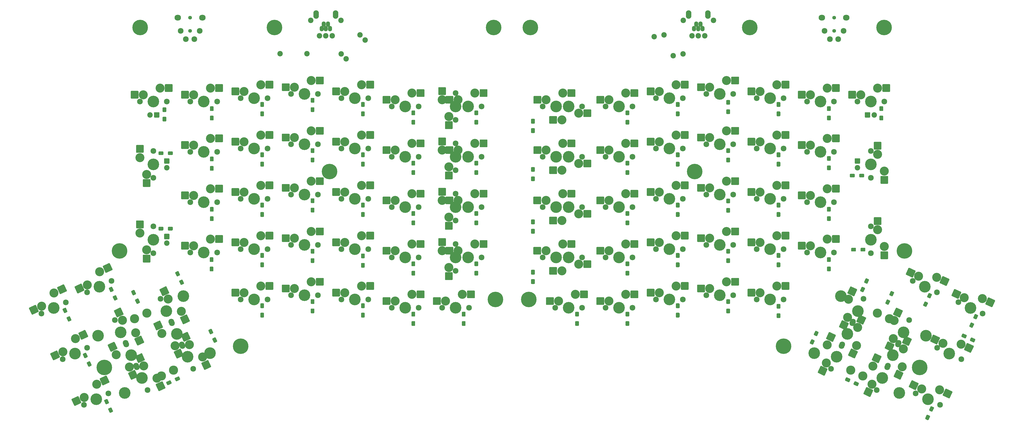
<source format=gbs>
%TF.GenerationSoftware,KiCad,Pcbnew,(5.1.9)-1*%
%TF.CreationDate,2021-02-19T15:09:25+09:00*%
%TF.ProjectId,ErgoDOX,4572676f-444f-4582-9e6b-696361645f70,rev?*%
%TF.SameCoordinates,Original*%
%TF.FileFunction,Soldermask,Bot*%
%TF.FilePolarity,Negative*%
%FSLAX46Y46*%
G04 Gerber Fmt 4.6, Leading zero omitted, Abs format (unit mm)*
G04 Created by KiCad (PCBNEW (5.1.9)-1) date 2021-02-19 15:09:25*
%MOMM*%
%LPD*%
G01*
G04 APERTURE LIST*
%ADD10C,2.156400*%
%ADD11C,3.406400*%
%ADD12C,4.394200*%
%ADD13C,5.867400*%
%ADD14O,1.549400X2.057400*%
%ADD15O,2.108200X3.200400*%
%ADD16C,2.057400*%
%ADD17C,1.397000*%
%ADD18C,2.159000*%
%ADD19O,2.463800X2.159000*%
%ADD20C,3.454400*%
G04 APERTURE END LIST*
%TO.C,SW2:11*%
G36*
G01*
X152096550Y-117401660D02*
X152096550Y-114901660D01*
G75*
G02*
X152299750Y-114698460I203200J0D01*
G01*
X154849750Y-114698460D01*
G75*
G02*
X155052950Y-114901660I0J-203200D01*
G01*
X155052950Y-117401660D01*
G75*
G02*
X154849750Y-117604860I-203200J0D01*
G01*
X152299750Y-117604860D01*
G75*
G02*
X152096550Y-117401660I0J203200D01*
G01*
G37*
G36*
G01*
X139169550Y-119941660D02*
X139169550Y-117441660D01*
G75*
G02*
X139372750Y-117238460I203200J0D01*
G01*
X141922750Y-117238460D01*
G75*
G02*
X142125950Y-117441660I0J-203200D01*
G01*
X142125950Y-119941660D01*
G75*
G02*
X141922750Y-120144860I-203200J0D01*
G01*
X139372750Y-120144860D01*
G75*
G02*
X139169550Y-119941660I0J203200D01*
G01*
G37*
D10*
X152812750Y-121231660D03*
X142652750Y-121231660D03*
D11*
X143922750Y-118691660D03*
D12*
X147732750Y-121231660D03*
D11*
X150272750Y-116151660D03*
%TD*%
%TO.C,SW5:7*%
G36*
G01*
X75896550Y-61524200D02*
X75896550Y-59024200D01*
G75*
G02*
X76099750Y-58821000I203200J0D01*
G01*
X78649750Y-58821000D01*
G75*
G02*
X78852950Y-59024200I0J-203200D01*
G01*
X78852950Y-61524200D01*
G75*
G02*
X78649750Y-61727400I-203200J0D01*
G01*
X76099750Y-61727400D01*
G75*
G02*
X75896550Y-61524200I0J203200D01*
G01*
G37*
G36*
G01*
X62969550Y-64064200D02*
X62969550Y-61564200D01*
G75*
G02*
X63172750Y-61361000I203200J0D01*
G01*
X65722750Y-61361000D01*
G75*
G02*
X65925950Y-61564200I0J-203200D01*
G01*
X65925950Y-64064200D01*
G75*
G02*
X65722750Y-64267400I-203200J0D01*
G01*
X63172750Y-64267400D01*
G75*
G02*
X62969550Y-64064200I0J203200D01*
G01*
G37*
D10*
X76612750Y-65354200D03*
X66452750Y-65354200D03*
D11*
X67722750Y-62814200D03*
D12*
X71532750Y-65354200D03*
D11*
X74072750Y-60274200D03*
%TD*%
D13*
%TO.C,H99*%
X66554350Y-37384990D03*
X117354350Y-37384990D03*
X200285350Y-37384990D03*
X138182350Y-91842590D03*
X200920350Y-140305790D03*
X104578150Y-158009590D03*
X58807350Y-121916190D03*
X53041550Y-166086790D03*
%TD*%
D14*
%TO.C,J1*%
X138381740Y-37807900D03*
X137581640Y-36060380D03*
X136781540Y-37807900D03*
X135981440Y-36060380D03*
X135181340Y-37807900D03*
D15*
X133134100Y-32484060D03*
X140428980Y-32484060D03*
D16*
X139194540Y-40513000D03*
X142496540Y-34671000D03*
X136781540Y-40513000D03*
X131066540Y-34671000D03*
X134368540Y-40513000D03*
%TD*%
%TO.C,SW1:13*%
G36*
G01*
X190196550Y-139626660D02*
X190196550Y-137126660D01*
G75*
G02*
X190399750Y-136923460I203200J0D01*
G01*
X192949750Y-136923460D01*
G75*
G02*
X193152950Y-137126660I0J-203200D01*
G01*
X193152950Y-139626660D01*
G75*
G02*
X192949750Y-139829860I-203200J0D01*
G01*
X190399750Y-139829860D01*
G75*
G02*
X190196550Y-139626660I0J203200D01*
G01*
G37*
G36*
G01*
X177269550Y-142166660D02*
X177269550Y-139666660D01*
G75*
G02*
X177472750Y-139463460I203200J0D01*
G01*
X180022750Y-139463460D01*
G75*
G02*
X180225950Y-139666660I0J-203200D01*
G01*
X180225950Y-142166660D01*
G75*
G02*
X180022750Y-142369860I-203200J0D01*
G01*
X177472750Y-142369860D01*
G75*
G02*
X177269550Y-142166660I0J203200D01*
G01*
G37*
D10*
X190912750Y-143456660D03*
X180752750Y-143456660D03*
D11*
X182022750Y-140916660D03*
D12*
X185832750Y-143456660D03*
D11*
X188372750Y-138376660D03*
%TD*%
%TO.C,D0:9*%
G36*
G01*
X46616093Y-162120330D02*
X45709785Y-162542949D01*
G75*
G02*
X45439747Y-162444663I-85876J184162D01*
G01*
X44848081Y-161175832D01*
G75*
G02*
X44946367Y-160905794I184162J85876D01*
G01*
X45852675Y-160483175D01*
G75*
G02*
X46122713Y-160581461I85876J-184162D01*
G01*
X46714379Y-161850292D01*
G75*
G02*
X46616093Y-162120330I-184162J-85876D01*
G01*
G37*
G36*
G01*
X48119078Y-165337483D02*
X47212770Y-165760102D01*
G75*
G02*
X46942732Y-165661816I-85876J184162D01*
G01*
X46351066Y-164392985D01*
G75*
G02*
X46449352Y-164122947I184162J85876D01*
G01*
X47355660Y-163700328D01*
G75*
G02*
X47625698Y-163798614I85876J-184162D01*
G01*
X48217364Y-165067445D01*
G75*
G02*
X48119078Y-165337483I-184162J-85876D01*
G01*
G37*
%TD*%
%TO.C,SW3:132*%
G36*
G01*
X181996400Y-100995400D02*
X179496400Y-100995400D01*
G75*
G02*
X179293200Y-100792200I0J203200D01*
G01*
X179293200Y-98242200D01*
G75*
G02*
X179496400Y-98039000I203200J0D01*
G01*
X181996400Y-98039000D01*
G75*
G02*
X182199600Y-98242200I0J-203200D01*
G01*
X182199600Y-100792200D01*
G75*
G02*
X181996400Y-100995400I-203200J0D01*
G01*
G37*
G36*
G01*
X184536400Y-113922400D02*
X182036400Y-113922400D01*
G75*
G02*
X181833200Y-113719200I0J203200D01*
G01*
X181833200Y-111169200D01*
G75*
G02*
X182036400Y-110966000I203200J0D01*
G01*
X184536400Y-110966000D01*
G75*
G02*
X184739600Y-111169200I0J-203200D01*
G01*
X184739600Y-113719200D01*
G75*
G02*
X184536400Y-113922400I-203200J0D01*
G01*
G37*
D10*
X185826400Y-100279200D03*
X185826400Y-110439200D03*
D11*
X183286400Y-109169200D03*
D12*
X185826400Y-105359200D03*
D11*
X180746400Y-102819200D03*
%TD*%
%TO.C,SW3:10*%
G36*
G01*
X133046550Y-96754000D02*
X133046550Y-94254000D01*
G75*
G02*
X133249750Y-94050800I203200J0D01*
G01*
X135799750Y-94050800D01*
G75*
G02*
X136002950Y-94254000I0J-203200D01*
G01*
X136002950Y-96754000D01*
G75*
G02*
X135799750Y-96957200I-203200J0D01*
G01*
X133249750Y-96957200D01*
G75*
G02*
X133046550Y-96754000I0J203200D01*
G01*
G37*
G36*
G01*
X120119550Y-99294000D02*
X120119550Y-96794000D01*
G75*
G02*
X120322750Y-96590800I203200J0D01*
G01*
X122872750Y-96590800D01*
G75*
G02*
X123075950Y-96794000I0J-203200D01*
G01*
X123075950Y-99294000D01*
G75*
G02*
X122872750Y-99497200I-203200J0D01*
G01*
X120322750Y-99497200D01*
G75*
G02*
X120119550Y-99294000I0J203200D01*
G01*
G37*
D10*
X133762750Y-100584000D03*
X123602750Y-100584000D03*
D11*
X124872750Y-98044000D03*
D12*
X128682750Y-100584000D03*
D11*
X131222750Y-95504000D03*
%TD*%
%TO.C,SW3:8*%
G36*
G01*
X94946550Y-99621660D02*
X94946550Y-97121660D01*
G75*
G02*
X95149750Y-96918460I203200J0D01*
G01*
X97699750Y-96918460D01*
G75*
G02*
X97902950Y-97121660I0J-203200D01*
G01*
X97902950Y-99621660D01*
G75*
G02*
X97699750Y-99824860I-203200J0D01*
G01*
X95149750Y-99824860D01*
G75*
G02*
X94946550Y-99621660I0J203200D01*
G01*
G37*
G36*
G01*
X82019550Y-102161660D02*
X82019550Y-99661660D01*
G75*
G02*
X82222750Y-99458460I203200J0D01*
G01*
X84772750Y-99458460D01*
G75*
G02*
X84975950Y-99661660I0J-203200D01*
G01*
X84975950Y-102161660D01*
G75*
G02*
X84772750Y-102364860I-203200J0D01*
G01*
X82222750Y-102364860D01*
G75*
G02*
X82019550Y-102161660I0J203200D01*
G01*
G37*
D10*
X95662750Y-103451660D03*
X85502750Y-103451660D03*
D11*
X86772750Y-100911660D03*
D12*
X90582750Y-103451660D03*
D11*
X93122750Y-98371660D03*
%TD*%
%TO.C,SW4:12*%
G36*
G01*
X171146550Y-82476660D02*
X171146550Y-79976660D01*
G75*
G02*
X171349750Y-79773460I203200J0D01*
G01*
X173899750Y-79773460D01*
G75*
G02*
X174102950Y-79976660I0J-203200D01*
G01*
X174102950Y-82476660D01*
G75*
G02*
X173899750Y-82679860I-203200J0D01*
G01*
X171349750Y-82679860D01*
G75*
G02*
X171146550Y-82476660I0J203200D01*
G01*
G37*
G36*
G01*
X158219550Y-85016660D02*
X158219550Y-82516660D01*
G75*
G02*
X158422750Y-82313460I203200J0D01*
G01*
X160972750Y-82313460D01*
G75*
G02*
X161175950Y-82516660I0J-203200D01*
G01*
X161175950Y-85016660D01*
G75*
G02*
X160972750Y-85219860I-203200J0D01*
G01*
X158422750Y-85219860D01*
G75*
G02*
X158219550Y-85016660I0J203200D01*
G01*
G37*
D10*
X171862750Y-86306660D03*
X161702750Y-86306660D03*
D11*
X162972750Y-83766660D03*
D12*
X166782750Y-86306660D03*
D11*
X169322750Y-81226660D03*
%TD*%
D16*
%TO.C,RC1*%
X119475251Y-47244000D03*
X129635249Y-47244000D03*
%TD*%
%TO.C,RB1*%
X142549338Y-47343602D03*
X149733542Y-40159398D03*
%TD*%
%TO.C,RA1*%
X144454338Y-49248602D03*
X151638542Y-42064398D03*
%TD*%
%TO.C,LED_C1*%
G36*
G01*
X77438250Y-117497860D02*
X75787250Y-117497860D01*
G75*
G02*
X75584050Y-117294660I0J203200D01*
G01*
X75584050Y-115643660D01*
G75*
G02*
X75787250Y-115440460I203200J0D01*
G01*
X77438250Y-115440460D01*
G75*
G02*
X77641450Y-115643660I0J-203200D01*
G01*
X77641450Y-117294660D01*
G75*
G02*
X77438250Y-117497860I-203200J0D01*
G01*
G37*
X76612750Y-119009160D03*
%TD*%
%TO.C,LED_B1*%
G36*
G01*
X77438250Y-88922860D02*
X75787250Y-88922860D01*
G75*
G02*
X75584050Y-88719660I0J203200D01*
G01*
X75584050Y-87068660D01*
G75*
G02*
X75787250Y-86865460I203200J0D01*
G01*
X77438250Y-86865460D01*
G75*
G02*
X77641450Y-87068660I0J-203200D01*
G01*
X77641450Y-88719660D01*
G75*
G02*
X77438250Y-88922860I-203200J0D01*
G01*
G37*
X76612750Y-90434160D03*
%TD*%
%TO.C,LED_A1*%
G36*
G01*
X71774050Y-71259700D02*
X71774050Y-69608700D01*
G75*
G02*
X71977250Y-69405500I203200J0D01*
G01*
X73628250Y-69405500D01*
G75*
G02*
X73831450Y-69608700I0J-203200D01*
G01*
X73831450Y-71259700D01*
G75*
G02*
X73628250Y-71462900I-203200J0D01*
G01*
X71977250Y-71462900D01*
G75*
G02*
X71774050Y-71259700I0J203200D01*
G01*
G37*
X70262750Y-70434200D03*
%TD*%
D17*
%TO.C,J2*%
X85448140Y-38633400D03*
X85448140Y-33629600D03*
D18*
X89054940Y-38633400D03*
X83847940Y-41732200D03*
D19*
X80799940Y-33629600D03*
D18*
X87048340Y-41732200D03*
X81841340Y-38633400D03*
D19*
X90096340Y-33629600D03*
%TD*%
D14*
%TO.C,J1*%
X276040850Y-37807900D03*
X276840950Y-36060380D03*
X277641050Y-37807900D03*
X278441150Y-36060380D03*
X279241250Y-37807900D03*
D15*
X281288490Y-32484060D03*
X273993610Y-32484060D03*
D16*
X275228050Y-40513000D03*
X271926050Y-34671000D03*
X277641050Y-40513000D03*
X283356050Y-34671000D03*
X280054050Y-40513000D03*
%TD*%
%TO.C,LED_B2*%
G36*
G01*
X338645500Y-88912700D02*
X336994500Y-88912700D01*
G75*
G02*
X336791300Y-88709500I0J203200D01*
G01*
X336791300Y-87058500D01*
G75*
G02*
X336994500Y-86855300I203200J0D01*
G01*
X338645500Y-86855300D01*
G75*
G02*
X338848700Y-87058500I0J-203200D01*
G01*
X338848700Y-88709500D01*
G75*
G02*
X338645500Y-88912700I-203200J0D01*
G01*
G37*
X337820000Y-90424000D03*
%TD*%
%TO.C,LED_A2*%
G36*
G01*
X342658700Y-69608700D02*
X342658700Y-71259700D01*
G75*
G02*
X342455500Y-71462900I-203200J0D01*
G01*
X340804500Y-71462900D01*
G75*
G02*
X340601300Y-71259700I0J203200D01*
G01*
X340601300Y-69608700D01*
G75*
G02*
X340804500Y-69405500I203200J0D01*
G01*
X342455500Y-69405500D01*
G75*
G02*
X342658700Y-69608700I0J-203200D01*
G01*
G37*
X344170000Y-70434200D03*
%TD*%
%TO.C,RB2*%
X271881600Y-47345600D03*
X264697396Y-40161396D03*
%TD*%
%TO.C,RA2*%
X268107702Y-48042102D03*
X260923498Y-40857898D03*
%TD*%
D17*
%TO.C,J3*%
X328980800Y-38633400D03*
X328980800Y-33629600D03*
D18*
X332587600Y-38633400D03*
X327380600Y-41732200D03*
D19*
X324332600Y-33629600D03*
D18*
X330581000Y-41732200D03*
X325374000Y-38633400D03*
D19*
X333629000Y-33629600D03*
%TD*%
%TO.C,SX0:2*%
G36*
G01*
X345591062Y-164428626D02*
X343325293Y-163372081D01*
G75*
G02*
X343227007Y-163102043I85876J184162D01*
G01*
X344304684Y-160790958D01*
G75*
G02*
X344574722Y-160692672I184162J-85876D01*
G01*
X346840491Y-161749217D01*
G75*
G02*
X346938777Y-162019255I-85876J-184162D01*
G01*
X345861100Y-164330340D01*
G75*
G02*
X345591062Y-164428626I-184162J85876D01*
G01*
G37*
G36*
G01*
X342429898Y-177217917D02*
X340164129Y-176161372D01*
G75*
G02*
X340065843Y-175891334I85876J184162D01*
G01*
X341143520Y-173580249D01*
G75*
G02*
X341413558Y-173481963I184162J-85876D01*
G01*
X343679327Y-174538508D01*
G75*
G02*
X343777613Y-174808546I-85876J-184162D01*
G01*
X342699936Y-177119631D01*
G75*
G02*
X342429898Y-177217917I-184162J85876D01*
G01*
G37*
D10*
X349364901Y-165398156D03*
X345071099Y-174606244D03*
D11*
X343305803Y-172381782D03*
D12*
X347218000Y-170002200D03*
D11*
X343687407Y-165553277D03*
%TD*%
%TO.C,SW4:6*%
G36*
G01*
X346730000Y-93543200D02*
X349230000Y-93543200D01*
G75*
G02*
X349433200Y-93746400I0J-203200D01*
G01*
X349433200Y-96296400D01*
G75*
G02*
X349230000Y-96499600I-203200J0D01*
G01*
X346730000Y-96499600D01*
G75*
G02*
X346526800Y-96296400I0J203200D01*
G01*
X346526800Y-93746400D01*
G75*
G02*
X346730000Y-93543200I203200J0D01*
G01*
G37*
G36*
G01*
X344190000Y-80616200D02*
X346690000Y-80616200D01*
G75*
G02*
X346893200Y-80819400I0J-203200D01*
G01*
X346893200Y-83369400D01*
G75*
G02*
X346690000Y-83572600I-203200J0D01*
G01*
X344190000Y-83572600D01*
G75*
G02*
X343986800Y-83369400I0J203200D01*
G01*
X343986800Y-80819400D01*
G75*
G02*
X344190000Y-80616200I203200J0D01*
G01*
G37*
D10*
X342900000Y-94259400D03*
X342900000Y-84099400D03*
D11*
X345440000Y-85369400D03*
D12*
X342900000Y-89179400D03*
D11*
X347980000Y-91719400D03*
%TD*%
%TO.C,SW5:4*%
G36*
G01*
X309163800Y-60254200D02*
X309163800Y-57754200D01*
G75*
G02*
X309367000Y-57551000I203200J0D01*
G01*
X311917000Y-57551000D01*
G75*
G02*
X312120200Y-57754200I0J-203200D01*
G01*
X312120200Y-60254200D01*
G75*
G02*
X311917000Y-60457400I-203200J0D01*
G01*
X309367000Y-60457400D01*
G75*
G02*
X309163800Y-60254200I0J203200D01*
G01*
G37*
G36*
G01*
X296236800Y-62794200D02*
X296236800Y-60294200D01*
G75*
G02*
X296440000Y-60091000I203200J0D01*
G01*
X298990000Y-60091000D01*
G75*
G02*
X299193200Y-60294200I0J-203200D01*
G01*
X299193200Y-62794200D01*
G75*
G02*
X298990000Y-62997400I-203200J0D01*
G01*
X296440000Y-62997400D01*
G75*
G02*
X296236800Y-62794200I0J203200D01*
G01*
G37*
D10*
X309880000Y-64084200D03*
X299720000Y-64084200D03*
D11*
X300990000Y-61544200D03*
D12*
X304800000Y-64084200D03*
D11*
X307340000Y-59004200D03*
%TD*%
%TO.C,SW2:2*%
G36*
G01*
X271063800Y-117404200D02*
X271063800Y-114904200D01*
G75*
G02*
X271267000Y-114701000I203200J0D01*
G01*
X273817000Y-114701000D01*
G75*
G02*
X274020200Y-114904200I0J-203200D01*
G01*
X274020200Y-117404200D01*
G75*
G02*
X273817000Y-117607400I-203200J0D01*
G01*
X271267000Y-117607400D01*
G75*
G02*
X271063800Y-117404200I0J203200D01*
G01*
G37*
G36*
G01*
X258136800Y-119944200D02*
X258136800Y-117444200D01*
G75*
G02*
X258340000Y-117241000I203200J0D01*
G01*
X260890000Y-117241000D01*
G75*
G02*
X261093200Y-117444200I0J-203200D01*
G01*
X261093200Y-119944200D01*
G75*
G02*
X260890000Y-120147400I-203200J0D01*
G01*
X258340000Y-120147400D01*
G75*
G02*
X258136800Y-119944200I0J203200D01*
G01*
G37*
D10*
X271780000Y-121234200D03*
X261620000Y-121234200D03*
D11*
X262890000Y-118694200D03*
D12*
X266700000Y-121234200D03*
D11*
X269240000Y-116154200D03*
%TD*%
%TO.C,SW5:2*%
G36*
G01*
X271063800Y-60254200D02*
X271063800Y-57754200D01*
G75*
G02*
X271267000Y-57551000I203200J0D01*
G01*
X273817000Y-57551000D01*
G75*
G02*
X274020200Y-57754200I0J-203200D01*
G01*
X274020200Y-60254200D01*
G75*
G02*
X273817000Y-60457400I-203200J0D01*
G01*
X271267000Y-60457400D01*
G75*
G02*
X271063800Y-60254200I0J203200D01*
G01*
G37*
G36*
G01*
X258136800Y-62794200D02*
X258136800Y-60294200D01*
G75*
G02*
X258340000Y-60091000I203200J0D01*
G01*
X260890000Y-60091000D01*
G75*
G02*
X261093200Y-60294200I0J-203200D01*
G01*
X261093200Y-62794200D01*
G75*
G02*
X260890000Y-62997400I-203200J0D01*
G01*
X258340000Y-62997400D01*
G75*
G02*
X258136800Y-62794200I0J203200D01*
G01*
G37*
D10*
X271780000Y-64084200D03*
X261620000Y-64084200D03*
D11*
X262890000Y-61544200D03*
D12*
X266700000Y-64084200D03*
D11*
X269240000Y-59004200D03*
%TD*%
%TO.C,SW1:1*%
G36*
G01*
X252013800Y-139629200D02*
X252013800Y-137129200D01*
G75*
G02*
X252217000Y-136926000I203200J0D01*
G01*
X254767000Y-136926000D01*
G75*
G02*
X254970200Y-137129200I0J-203200D01*
G01*
X254970200Y-139629200D01*
G75*
G02*
X254767000Y-139832400I-203200J0D01*
G01*
X252217000Y-139832400D01*
G75*
G02*
X252013800Y-139629200I0J203200D01*
G01*
G37*
G36*
G01*
X239086800Y-142169200D02*
X239086800Y-139669200D01*
G75*
G02*
X239290000Y-139466000I203200J0D01*
G01*
X241840000Y-139466000D01*
G75*
G02*
X242043200Y-139669200I0J-203200D01*
G01*
X242043200Y-142169200D01*
G75*
G02*
X241840000Y-142372400I-203200J0D01*
G01*
X239290000Y-142372400D01*
G75*
G02*
X239086800Y-142169200I0J203200D01*
G01*
G37*
D10*
X252730000Y-143459200D03*
X242570000Y-143459200D03*
D11*
X243840000Y-140919200D03*
D12*
X247650000Y-143459200D03*
D11*
X250190000Y-138379200D03*
%TD*%
%TO.C,SX0:3*%
G36*
G01*
X328319062Y-156376826D02*
X326053293Y-155320281D01*
G75*
G02*
X325955007Y-155050243I85876J184162D01*
G01*
X327032684Y-152739158D01*
G75*
G02*
X327302722Y-152640872I184162J-85876D01*
G01*
X329568491Y-153697417D01*
G75*
G02*
X329666777Y-153967455I-85876J-184162D01*
G01*
X328589100Y-156278540D01*
G75*
G02*
X328319062Y-156376826I-184162J85876D01*
G01*
G37*
G36*
G01*
X325157898Y-169166117D02*
X322892129Y-168109572D01*
G75*
G02*
X322793843Y-167839534I85876J184162D01*
G01*
X323871520Y-165528449D01*
G75*
G02*
X324141558Y-165430163I184162J-85876D01*
G01*
X326407327Y-166486708D01*
G75*
G02*
X326505613Y-166756746I-85876J-184162D01*
G01*
X325427936Y-169067831D01*
G75*
G02*
X325157898Y-169166117I-184162J85876D01*
G01*
G37*
D10*
X332092901Y-157346356D03*
X327799099Y-166554444D03*
D11*
X326033803Y-164329982D03*
D12*
X329946000Y-161950400D03*
D11*
X326415407Y-157501477D03*
%TD*%
%TO.C,SX1:5*%
G36*
G01*
X336370862Y-139104826D02*
X334105093Y-138048281D01*
G75*
G02*
X334006807Y-137778243I85876J184162D01*
G01*
X335084484Y-135467158D01*
G75*
G02*
X335354522Y-135368872I184162J-85876D01*
G01*
X337620291Y-136425417D01*
G75*
G02*
X337718577Y-136695455I-85876J-184162D01*
G01*
X336640900Y-139006540D01*
G75*
G02*
X336370862Y-139104826I-184162J85876D01*
G01*
G37*
G36*
G01*
X333209698Y-151894117D02*
X330943929Y-150837572D01*
G75*
G02*
X330845643Y-150567534I85876J184162D01*
G01*
X331923320Y-148256449D01*
G75*
G02*
X332193358Y-148158163I184162J-85876D01*
G01*
X334459127Y-149214708D01*
G75*
G02*
X334557413Y-149484746I-85876J-184162D01*
G01*
X333479736Y-151795831D01*
G75*
G02*
X333209698Y-151894117I-184162J85876D01*
G01*
G37*
D10*
X340144701Y-140074356D03*
X335850899Y-149282444D03*
D11*
X334085603Y-147057982D03*
D12*
X337997800Y-144678400D03*
D11*
X334467207Y-140229477D03*
%TD*%
D12*
%TO.C,SW0:3*%
X331548246Y-139006184D03*
X321457812Y-160645189D03*
D20*
X345360377Y-145446886D03*
X335269943Y-167085891D03*
G36*
G01*
X335611538Y-158887974D02*
X337877307Y-159944519D01*
G75*
G02*
X337975593Y-160214557I-85876J-184162D01*
G01*
X336897916Y-162525642D01*
G75*
G02*
X336627878Y-162623928I-184162J85876D01*
G01*
X334362109Y-161567383D01*
G75*
G02*
X334263823Y-161297345I85876J184162D01*
G01*
X335341500Y-158986260D01*
G75*
G02*
X335611538Y-158887974I184162J-85876D01*
G01*
G37*
G36*
G01*
X338772702Y-146098683D02*
X341038471Y-147155228D01*
G75*
G02*
X341136757Y-147425266I-85876J-184162D01*
G01*
X340059080Y-149736351D01*
G75*
G02*
X339789042Y-149834637I-184162J85876D01*
G01*
X337523273Y-148778092D01*
G75*
G02*
X337424987Y-148508054I85876J184162D01*
G01*
X338502664Y-146196969D01*
G75*
G02*
X338772702Y-146098683I184162J-85876D01*
G01*
G37*
D10*
X331837699Y-157918444D03*
X336131501Y-148710356D03*
D11*
X337896797Y-150934818D03*
D12*
X333984600Y-153314400D03*
D11*
X337515193Y-157763323D03*
%TD*%
%TO.C,SX1:6*%
G36*
G01*
X353642862Y-147156626D02*
X351377093Y-146100081D01*
G75*
G02*
X351278807Y-145830043I85876J184162D01*
G01*
X352356484Y-143518958D01*
G75*
G02*
X352626522Y-143420672I184162J-85876D01*
G01*
X354892291Y-144477217D01*
G75*
G02*
X354990577Y-144747255I-85876J-184162D01*
G01*
X353912900Y-147058340D01*
G75*
G02*
X353642862Y-147156626I-184162J85876D01*
G01*
G37*
G36*
G01*
X350481698Y-159945917D02*
X348215929Y-158889372D01*
G75*
G02*
X348117643Y-158619334I85876J184162D01*
G01*
X349195320Y-156308249D01*
G75*
G02*
X349465358Y-156209963I184162J-85876D01*
G01*
X351731127Y-157266508D01*
G75*
G02*
X351829413Y-157536546I-85876J-184162D01*
G01*
X350751736Y-159847631D01*
G75*
G02*
X350481698Y-159945917I-184162J85876D01*
G01*
G37*
D10*
X357416701Y-148126156D03*
X353122899Y-157334244D03*
D11*
X351357603Y-155109782D03*
D12*
X355269800Y-152730200D03*
D11*
X351739207Y-148281277D03*
%TD*%
D12*
%TO.C,SW0:2*%
X363757988Y-154035411D03*
X353667554Y-175674416D03*
D20*
X349945857Y-147594709D03*
X339855423Y-169233714D03*
G36*
G01*
X352858138Y-166939774D02*
X355123907Y-167996319D01*
G75*
G02*
X355222193Y-168266357I-85876J-184162D01*
G01*
X354144516Y-170577442D01*
G75*
G02*
X353874478Y-170675728I-184162J85876D01*
G01*
X351608709Y-169619183D01*
G75*
G02*
X351510423Y-169349145I85876J184162D01*
G01*
X352588100Y-167038060D01*
G75*
G02*
X352858138Y-166939774I184162J-85876D01*
G01*
G37*
G36*
G01*
X356019302Y-154150483D02*
X358285071Y-155207028D01*
G75*
G02*
X358383357Y-155477066I-85876J-184162D01*
G01*
X357305680Y-157788151D01*
G75*
G02*
X357035642Y-157886437I-184162J85876D01*
G01*
X354769873Y-156829892D01*
G75*
G02*
X354671587Y-156559854I85876J184162D01*
G01*
X355749264Y-154248769D01*
G75*
G02*
X356019302Y-154150483I184162J-85876D01*
G01*
G37*
D10*
X349084299Y-165970244D03*
X353378101Y-156762156D03*
D11*
X355143397Y-158986618D03*
D12*
X351231200Y-161366200D03*
D11*
X354761793Y-165815123D03*
%TD*%
%TO.C,SW0:1*%
G36*
G01*
X370038174Y-176427062D02*
X371094719Y-174161293D01*
G75*
G02*
X371364757Y-174063007I184162J-85876D01*
G01*
X373675842Y-175140684D01*
G75*
G02*
X373774128Y-175410722I-85876J-184162D01*
G01*
X372717583Y-177676491D01*
G75*
G02*
X372447545Y-177774777I-184162J85876D01*
G01*
X370136460Y-176697100D01*
G75*
G02*
X370038174Y-176427062I85876J184162D01*
G01*
G37*
G36*
G01*
X357248883Y-173265898D02*
X358305428Y-171000129D01*
G75*
G02*
X358575466Y-170901843I184162J-85876D01*
G01*
X360886551Y-171979520D01*
G75*
G02*
X360984837Y-172249558I-85876J-184162D01*
G01*
X359928292Y-174515327D01*
G75*
G02*
X359658254Y-174613613I-184162J85876D01*
G01*
X357347169Y-173535936D01*
G75*
G02*
X357248883Y-173265898I85876J184162D01*
G01*
G37*
D10*
X369068644Y-180200901D03*
X359860556Y-175907099D03*
D11*
X362085018Y-174141803D03*
D12*
X364464600Y-178054000D03*
D11*
X368913523Y-174523407D03*
%TD*%
%TO.C,SW0:4*%
G36*
G01*
X378115374Y-159155062D02*
X379171919Y-156889293D01*
G75*
G02*
X379441957Y-156791007I184162J-85876D01*
G01*
X381753042Y-157868684D01*
G75*
G02*
X381851328Y-158138722I-85876J-184162D01*
G01*
X380794783Y-160404491D01*
G75*
G02*
X380524745Y-160502777I-184162J85876D01*
G01*
X378213660Y-159425100D01*
G75*
G02*
X378115374Y-159155062I85876J184162D01*
G01*
G37*
G36*
G01*
X365326083Y-155993898D02*
X366382628Y-153728129D01*
G75*
G02*
X366652666Y-153629843I184162J-85876D01*
G01*
X368963751Y-154707520D01*
G75*
G02*
X369062037Y-154977558I-85876J-184162D01*
G01*
X368005492Y-157243327D01*
G75*
G02*
X367735454Y-157341613I-184162J85876D01*
G01*
X365424369Y-156263936D01*
G75*
G02*
X365326083Y-155993898I85876J184162D01*
G01*
G37*
D10*
X377145844Y-162928901D03*
X367937756Y-158635099D03*
D11*
X370162218Y-156869803D03*
D12*
X372541800Y-160782000D03*
D11*
X376990723Y-157251407D03*
%TD*%
%TO.C,SW0:6*%
G36*
G01*
X386167174Y-141883062D02*
X387223719Y-139617293D01*
G75*
G02*
X387493757Y-139519007I184162J-85876D01*
G01*
X389804842Y-140596684D01*
G75*
G02*
X389903128Y-140866722I-85876J-184162D01*
G01*
X388846583Y-143132491D01*
G75*
G02*
X388576545Y-143230777I-184162J85876D01*
G01*
X386265460Y-142153100D01*
G75*
G02*
X386167174Y-141883062I85876J184162D01*
G01*
G37*
G36*
G01*
X373377883Y-138721898D02*
X374434428Y-136456129D01*
G75*
G02*
X374704466Y-136357843I184162J-85876D01*
G01*
X377015551Y-137435520D01*
G75*
G02*
X377113837Y-137705558I-85876J-184162D01*
G01*
X376057292Y-139971327D01*
G75*
G02*
X375787254Y-140069613I-184162J85876D01*
G01*
X373476169Y-138991936D01*
G75*
G02*
X373377883Y-138721898I85876J184162D01*
G01*
G37*
D10*
X385197644Y-145656901D03*
X375989556Y-141363099D03*
D11*
X378214018Y-139597803D03*
D12*
X380593600Y-143510000D03*
D11*
X385042523Y-139979407D03*
%TD*%
%TO.C,SW0:5*%
G36*
G01*
X368895174Y-133831262D02*
X369951719Y-131565493D01*
G75*
G02*
X370221757Y-131467207I184162J-85876D01*
G01*
X372532842Y-132544884D01*
G75*
G02*
X372631128Y-132814922I-85876J-184162D01*
G01*
X371574583Y-135080691D01*
G75*
G02*
X371304545Y-135178977I-184162J85876D01*
G01*
X368993460Y-134101300D01*
G75*
G02*
X368895174Y-133831262I85876J184162D01*
G01*
G37*
G36*
G01*
X356105883Y-130670098D02*
X357162428Y-128404329D01*
G75*
G02*
X357432466Y-128306043I184162J-85876D01*
G01*
X359743551Y-129383720D01*
G75*
G02*
X359841837Y-129653758I-85876J-184162D01*
G01*
X358785292Y-131919527D01*
G75*
G02*
X358515254Y-132017813I-184162J85876D01*
G01*
X356204169Y-130940136D01*
G75*
G02*
X356105883Y-130670098I85876J184162D01*
G01*
G37*
D10*
X367925644Y-137605101D03*
X358717556Y-133311299D03*
D11*
X360942018Y-131546003D03*
D12*
X363321600Y-135458200D03*
D11*
X367770523Y-131927607D03*
%TD*%
%TO.C,SW1:0*%
G36*
G01*
X232963800Y-139629200D02*
X232963800Y-137129200D01*
G75*
G02*
X233167000Y-136926000I203200J0D01*
G01*
X235717000Y-136926000D01*
G75*
G02*
X235920200Y-137129200I0J-203200D01*
G01*
X235920200Y-139629200D01*
G75*
G02*
X235717000Y-139832400I-203200J0D01*
G01*
X233167000Y-139832400D01*
G75*
G02*
X232963800Y-139629200I0J203200D01*
G01*
G37*
G36*
G01*
X220036800Y-142169200D02*
X220036800Y-139669200D01*
G75*
G02*
X220240000Y-139466000I203200J0D01*
G01*
X222790000Y-139466000D01*
G75*
G02*
X222993200Y-139669200I0J-203200D01*
G01*
X222993200Y-142169200D01*
G75*
G02*
X222790000Y-142372400I-203200J0D01*
G01*
X220240000Y-142372400D01*
G75*
G02*
X220036800Y-142169200I0J203200D01*
G01*
G37*
D10*
X233680000Y-143459200D03*
X223520000Y-143459200D03*
D11*
X224790000Y-140919200D03*
D12*
X228600000Y-143459200D03*
D11*
X231140000Y-138379200D03*
%TD*%
%TO.C,SW3:5*%
G36*
G01*
X328213800Y-99624200D02*
X328213800Y-97124200D01*
G75*
G02*
X328417000Y-96921000I203200J0D01*
G01*
X330967000Y-96921000D01*
G75*
G02*
X331170200Y-97124200I0J-203200D01*
G01*
X331170200Y-99624200D01*
G75*
G02*
X330967000Y-99827400I-203200J0D01*
G01*
X328417000Y-99827400D01*
G75*
G02*
X328213800Y-99624200I0J203200D01*
G01*
G37*
G36*
G01*
X315286800Y-102164200D02*
X315286800Y-99664200D01*
G75*
G02*
X315490000Y-99461000I203200J0D01*
G01*
X318040000Y-99461000D01*
G75*
G02*
X318243200Y-99664200I0J-203200D01*
G01*
X318243200Y-102164200D01*
G75*
G02*
X318040000Y-102367400I-203200J0D01*
G01*
X315490000Y-102367400D01*
G75*
G02*
X315286800Y-102164200I0J203200D01*
G01*
G37*
D10*
X328930000Y-103454200D03*
X318770000Y-103454200D03*
D11*
X320040000Y-100914200D03*
D12*
X323850000Y-103454200D03*
D11*
X326390000Y-98374200D03*
%TD*%
%TO.C,SW3:4*%
G36*
G01*
X309163800Y-98354200D02*
X309163800Y-95854200D01*
G75*
G02*
X309367000Y-95651000I203200J0D01*
G01*
X311917000Y-95651000D01*
G75*
G02*
X312120200Y-95854200I0J-203200D01*
G01*
X312120200Y-98354200D01*
G75*
G02*
X311917000Y-98557400I-203200J0D01*
G01*
X309367000Y-98557400D01*
G75*
G02*
X309163800Y-98354200I0J203200D01*
G01*
G37*
G36*
G01*
X296236800Y-100894200D02*
X296236800Y-98394200D01*
G75*
G02*
X296440000Y-98191000I203200J0D01*
G01*
X298990000Y-98191000D01*
G75*
G02*
X299193200Y-98394200I0J-203200D01*
G01*
X299193200Y-100894200D01*
G75*
G02*
X298990000Y-101097400I-203200J0D01*
G01*
X296440000Y-101097400D01*
G75*
G02*
X296236800Y-100894200I0J203200D01*
G01*
G37*
D10*
X309880000Y-102184200D03*
X299720000Y-102184200D03*
D11*
X300990000Y-99644200D03*
D12*
X304800000Y-102184200D03*
D11*
X307340000Y-97104200D03*
%TD*%
%TO.C,SW3:3*%
G36*
G01*
X290113800Y-96754000D02*
X290113800Y-94254000D01*
G75*
G02*
X290317000Y-94050800I203200J0D01*
G01*
X292867000Y-94050800D01*
G75*
G02*
X293070200Y-94254000I0J-203200D01*
G01*
X293070200Y-96754000D01*
G75*
G02*
X292867000Y-96957200I-203200J0D01*
G01*
X290317000Y-96957200D01*
G75*
G02*
X290113800Y-96754000I0J203200D01*
G01*
G37*
G36*
G01*
X277186800Y-99294000D02*
X277186800Y-96794000D01*
G75*
G02*
X277390000Y-96590800I203200J0D01*
G01*
X279940000Y-96590800D01*
G75*
G02*
X280143200Y-96794000I0J-203200D01*
G01*
X280143200Y-99294000D01*
G75*
G02*
X279940000Y-99497200I-203200J0D01*
G01*
X277390000Y-99497200D01*
G75*
G02*
X277186800Y-99294000I0J203200D01*
G01*
G37*
D10*
X290830000Y-100584000D03*
X280670000Y-100584000D03*
D11*
X281940000Y-98044000D03*
D12*
X285750000Y-100584000D03*
D11*
X288290000Y-95504000D03*
%TD*%
%TO.C,SW3:14*%
G36*
G01*
X224236200Y-109189200D02*
X224236200Y-111689200D01*
G75*
G02*
X224033000Y-111892400I-203200J0D01*
G01*
X221483000Y-111892400D01*
G75*
G02*
X221279800Y-111689200I0J203200D01*
G01*
X221279800Y-109189200D01*
G75*
G02*
X221483000Y-108986000I203200J0D01*
G01*
X224033000Y-108986000D01*
G75*
G02*
X224236200Y-109189200I0J-203200D01*
G01*
G37*
G36*
G01*
X237163200Y-106649200D02*
X237163200Y-109149200D01*
G75*
G02*
X236960000Y-109352400I-203200J0D01*
G01*
X234410000Y-109352400D01*
G75*
G02*
X234206800Y-109149200I0J203200D01*
G01*
X234206800Y-106649200D01*
G75*
G02*
X234410000Y-106446000I203200J0D01*
G01*
X236960000Y-106446000D01*
G75*
G02*
X237163200Y-106649200I0J-203200D01*
G01*
G37*
D10*
X223520000Y-105359200D03*
X233680000Y-105359200D03*
D11*
X232410000Y-107899200D03*
D12*
X228600000Y-105359200D03*
D11*
X226060000Y-110439200D03*
%TD*%
%TO.C,SW3:2*%
G36*
G01*
X271063800Y-98354200D02*
X271063800Y-95854200D01*
G75*
G02*
X271267000Y-95651000I203200J0D01*
G01*
X273817000Y-95651000D01*
G75*
G02*
X274020200Y-95854200I0J-203200D01*
G01*
X274020200Y-98354200D01*
G75*
G02*
X273817000Y-98557400I-203200J0D01*
G01*
X271267000Y-98557400D01*
G75*
G02*
X271063800Y-98354200I0J203200D01*
G01*
G37*
G36*
G01*
X258136800Y-100894200D02*
X258136800Y-98394200D01*
G75*
G02*
X258340000Y-98191000I203200J0D01*
G01*
X260890000Y-98191000D01*
G75*
G02*
X261093200Y-98394200I0J-203200D01*
G01*
X261093200Y-100894200D01*
G75*
G02*
X260890000Y-101097400I-203200J0D01*
G01*
X258340000Y-101097400D01*
G75*
G02*
X258136800Y-100894200I0J203200D01*
G01*
G37*
D10*
X271780000Y-102184200D03*
X261620000Y-102184200D03*
D11*
X262890000Y-99644200D03*
D12*
X266700000Y-102184200D03*
D11*
X269240000Y-97104200D03*
%TD*%
%TO.C,SW3:1*%
G36*
G01*
X252013800Y-101529200D02*
X252013800Y-99029200D01*
G75*
G02*
X252217000Y-98826000I203200J0D01*
G01*
X254767000Y-98826000D01*
G75*
G02*
X254970200Y-99029200I0J-203200D01*
G01*
X254970200Y-101529200D01*
G75*
G02*
X254767000Y-101732400I-203200J0D01*
G01*
X252217000Y-101732400D01*
G75*
G02*
X252013800Y-101529200I0J203200D01*
G01*
G37*
G36*
G01*
X239086800Y-104069200D02*
X239086800Y-101569200D01*
G75*
G02*
X239290000Y-101366000I203200J0D01*
G01*
X241840000Y-101366000D01*
G75*
G02*
X242043200Y-101569200I0J-203200D01*
G01*
X242043200Y-104069200D01*
G75*
G02*
X241840000Y-104272400I-203200J0D01*
G01*
X239290000Y-104272400D01*
G75*
G02*
X239086800Y-104069200I0J203200D01*
G01*
G37*
D10*
X252730000Y-105359200D03*
X242570000Y-105359200D03*
D11*
X243840000Y-102819200D03*
D12*
X247650000Y-105359200D03*
D11*
X250190000Y-100279200D03*
%TD*%
%TO.C,SW3:0*%
G36*
G01*
X228188600Y-101529200D02*
X228188600Y-99029200D01*
G75*
G02*
X228391800Y-98826000I203200J0D01*
G01*
X230941800Y-98826000D01*
G75*
G02*
X231145000Y-99029200I0J-203200D01*
G01*
X231145000Y-101529200D01*
G75*
G02*
X230941800Y-101732400I-203200J0D01*
G01*
X228391800Y-101732400D01*
G75*
G02*
X228188600Y-101529200I0J203200D01*
G01*
G37*
G36*
G01*
X215261600Y-104069200D02*
X215261600Y-101569200D01*
G75*
G02*
X215464800Y-101366000I203200J0D01*
G01*
X218014800Y-101366000D01*
G75*
G02*
X218218000Y-101569200I0J-203200D01*
G01*
X218218000Y-104069200D01*
G75*
G02*
X218014800Y-104272400I-203200J0D01*
G01*
X215464800Y-104272400D01*
G75*
G02*
X215261600Y-104069200I0J203200D01*
G01*
G37*
D10*
X228904800Y-105359200D03*
X218744800Y-105359200D03*
D11*
X220014800Y-102819200D03*
D12*
X223824800Y-105359200D03*
D11*
X226364800Y-100279200D03*
%TD*%
%TO.C,SW1:4*%
G36*
G01*
X309163800Y-136454200D02*
X309163800Y-133954200D01*
G75*
G02*
X309367000Y-133751000I203200J0D01*
G01*
X311917000Y-133751000D01*
G75*
G02*
X312120200Y-133954200I0J-203200D01*
G01*
X312120200Y-136454200D01*
G75*
G02*
X311917000Y-136657400I-203200J0D01*
G01*
X309367000Y-136657400D01*
G75*
G02*
X309163800Y-136454200I0J203200D01*
G01*
G37*
G36*
G01*
X296236800Y-138994200D02*
X296236800Y-136494200D01*
G75*
G02*
X296440000Y-136291000I203200J0D01*
G01*
X298990000Y-136291000D01*
G75*
G02*
X299193200Y-136494200I0J-203200D01*
G01*
X299193200Y-138994200D01*
G75*
G02*
X298990000Y-139197400I-203200J0D01*
G01*
X296440000Y-139197400D01*
G75*
G02*
X296236800Y-138994200I0J203200D01*
G01*
G37*
D10*
X309880000Y-140284200D03*
X299720000Y-140284200D03*
D11*
X300990000Y-137744200D03*
D12*
X304800000Y-140284200D03*
D11*
X307340000Y-135204200D03*
%TD*%
%TO.C,SW1:3*%
G36*
G01*
X290113800Y-134854000D02*
X290113800Y-132354000D01*
G75*
G02*
X290317000Y-132150800I203200J0D01*
G01*
X292867000Y-132150800D01*
G75*
G02*
X293070200Y-132354000I0J-203200D01*
G01*
X293070200Y-134854000D01*
G75*
G02*
X292867000Y-135057200I-203200J0D01*
G01*
X290317000Y-135057200D01*
G75*
G02*
X290113800Y-134854000I0J203200D01*
G01*
G37*
G36*
G01*
X277186800Y-137394000D02*
X277186800Y-134894000D01*
G75*
G02*
X277390000Y-134690800I203200J0D01*
G01*
X279940000Y-134690800D01*
G75*
G02*
X280143200Y-134894000I0J-203200D01*
G01*
X280143200Y-137394000D01*
G75*
G02*
X279940000Y-137597200I-203200J0D01*
G01*
X277390000Y-137597200D01*
G75*
G02*
X277186800Y-137394000I0J203200D01*
G01*
G37*
D10*
X290830000Y-138684000D03*
X280670000Y-138684000D03*
D11*
X281940000Y-136144000D03*
D12*
X285750000Y-138684000D03*
D11*
X288290000Y-133604000D03*
%TD*%
%TO.C,SW1:2*%
G36*
G01*
X271063800Y-136454200D02*
X271063800Y-133954200D01*
G75*
G02*
X271267000Y-133751000I203200J0D01*
G01*
X273817000Y-133751000D01*
G75*
G02*
X274020200Y-133954200I0J-203200D01*
G01*
X274020200Y-136454200D01*
G75*
G02*
X273817000Y-136657400I-203200J0D01*
G01*
X271267000Y-136657400D01*
G75*
G02*
X271063800Y-136454200I0J203200D01*
G01*
G37*
G36*
G01*
X258136800Y-138994200D02*
X258136800Y-136494200D01*
G75*
G02*
X258340000Y-136291000I203200J0D01*
G01*
X260890000Y-136291000D01*
G75*
G02*
X261093200Y-136494200I0J-203200D01*
G01*
X261093200Y-138994200D01*
G75*
G02*
X260890000Y-139197400I-203200J0D01*
G01*
X258340000Y-139197400D01*
G75*
G02*
X258136800Y-138994200I0J203200D01*
G01*
G37*
D10*
X271780000Y-140284200D03*
X261620000Y-140284200D03*
D11*
X262890000Y-137744200D03*
D12*
X266700000Y-140284200D03*
D11*
X269240000Y-135204200D03*
%TD*%
%TO.C,SW2:14*%
G36*
G01*
X224236200Y-128239200D02*
X224236200Y-130739200D01*
G75*
G02*
X224033000Y-130942400I-203200J0D01*
G01*
X221483000Y-130942400D01*
G75*
G02*
X221279800Y-130739200I0J203200D01*
G01*
X221279800Y-128239200D01*
G75*
G02*
X221483000Y-128036000I203200J0D01*
G01*
X224033000Y-128036000D01*
G75*
G02*
X224236200Y-128239200I0J-203200D01*
G01*
G37*
G36*
G01*
X237163200Y-125699200D02*
X237163200Y-128199200D01*
G75*
G02*
X236960000Y-128402400I-203200J0D01*
G01*
X234410000Y-128402400D01*
G75*
G02*
X234206800Y-128199200I0J203200D01*
G01*
X234206800Y-125699200D01*
G75*
G02*
X234410000Y-125496000I203200J0D01*
G01*
X236960000Y-125496000D01*
G75*
G02*
X237163200Y-125699200I0J-203200D01*
G01*
G37*
D10*
X223520000Y-124409200D03*
X233680000Y-124409200D03*
D11*
X232410000Y-126949200D03*
D12*
X228600000Y-124409200D03*
D11*
X226060000Y-129489200D03*
%TD*%
%TO.C,SW2:6*%
G36*
G01*
X346730000Y-122092800D02*
X349230000Y-122092800D01*
G75*
G02*
X349433200Y-122296000I0J-203200D01*
G01*
X349433200Y-124846000D01*
G75*
G02*
X349230000Y-125049200I-203200J0D01*
G01*
X346730000Y-125049200D01*
G75*
G02*
X346526800Y-124846000I0J203200D01*
G01*
X346526800Y-122296000D01*
G75*
G02*
X346730000Y-122092800I203200J0D01*
G01*
G37*
G36*
G01*
X344190000Y-109165800D02*
X346690000Y-109165800D01*
G75*
G02*
X346893200Y-109369000I0J-203200D01*
G01*
X346893200Y-111919000D01*
G75*
G02*
X346690000Y-112122200I-203200J0D01*
G01*
X344190000Y-112122200D01*
G75*
G02*
X343986800Y-111919000I0J203200D01*
G01*
X343986800Y-109369000D01*
G75*
G02*
X344190000Y-109165800I203200J0D01*
G01*
G37*
D10*
X342900000Y-122809000D03*
X342900000Y-112649000D03*
D11*
X345440000Y-113919000D03*
D12*
X342900000Y-117729000D03*
D11*
X347980000Y-120269000D03*
%TD*%
%TO.C,SW2:5*%
G36*
G01*
X328213800Y-118674200D02*
X328213800Y-116174200D01*
G75*
G02*
X328417000Y-115971000I203200J0D01*
G01*
X330967000Y-115971000D01*
G75*
G02*
X331170200Y-116174200I0J-203200D01*
G01*
X331170200Y-118674200D01*
G75*
G02*
X330967000Y-118877400I-203200J0D01*
G01*
X328417000Y-118877400D01*
G75*
G02*
X328213800Y-118674200I0J203200D01*
G01*
G37*
G36*
G01*
X315286800Y-121214200D02*
X315286800Y-118714200D01*
G75*
G02*
X315490000Y-118511000I203200J0D01*
G01*
X318040000Y-118511000D01*
G75*
G02*
X318243200Y-118714200I0J-203200D01*
G01*
X318243200Y-121214200D01*
G75*
G02*
X318040000Y-121417400I-203200J0D01*
G01*
X315490000Y-121417400D01*
G75*
G02*
X315286800Y-121214200I0J203200D01*
G01*
G37*
D10*
X328930000Y-122504200D03*
X318770000Y-122504200D03*
D11*
X320040000Y-119964200D03*
D12*
X323850000Y-122504200D03*
D11*
X326390000Y-117424200D03*
%TD*%
%TO.C,SW2:4*%
G36*
G01*
X309163800Y-117404200D02*
X309163800Y-114904200D01*
G75*
G02*
X309367000Y-114701000I203200J0D01*
G01*
X311917000Y-114701000D01*
G75*
G02*
X312120200Y-114904200I0J-203200D01*
G01*
X312120200Y-117404200D01*
G75*
G02*
X311917000Y-117607400I-203200J0D01*
G01*
X309367000Y-117607400D01*
G75*
G02*
X309163800Y-117404200I0J203200D01*
G01*
G37*
G36*
G01*
X296236800Y-119944200D02*
X296236800Y-117444200D01*
G75*
G02*
X296440000Y-117241000I203200J0D01*
G01*
X298990000Y-117241000D01*
G75*
G02*
X299193200Y-117444200I0J-203200D01*
G01*
X299193200Y-119944200D01*
G75*
G02*
X298990000Y-120147400I-203200J0D01*
G01*
X296440000Y-120147400D01*
G75*
G02*
X296236800Y-119944200I0J203200D01*
G01*
G37*
D10*
X309880000Y-121234200D03*
X299720000Y-121234200D03*
D11*
X300990000Y-118694200D03*
D12*
X304800000Y-121234200D03*
D11*
X307340000Y-116154200D03*
%TD*%
%TO.C,SW2:3*%
G36*
G01*
X290113800Y-115804000D02*
X290113800Y-113304000D01*
G75*
G02*
X290317000Y-113100800I203200J0D01*
G01*
X292867000Y-113100800D01*
G75*
G02*
X293070200Y-113304000I0J-203200D01*
G01*
X293070200Y-115804000D01*
G75*
G02*
X292867000Y-116007200I-203200J0D01*
G01*
X290317000Y-116007200D01*
G75*
G02*
X290113800Y-115804000I0J203200D01*
G01*
G37*
G36*
G01*
X277186800Y-118344000D02*
X277186800Y-115844000D01*
G75*
G02*
X277390000Y-115640800I203200J0D01*
G01*
X279940000Y-115640800D01*
G75*
G02*
X280143200Y-115844000I0J-203200D01*
G01*
X280143200Y-118344000D01*
G75*
G02*
X279940000Y-118547200I-203200J0D01*
G01*
X277390000Y-118547200D01*
G75*
G02*
X277186800Y-118344000I0J203200D01*
G01*
G37*
D10*
X290830000Y-119634000D03*
X280670000Y-119634000D03*
D11*
X281940000Y-117094000D03*
D12*
X285750000Y-119634000D03*
D11*
X288290000Y-114554000D03*
%TD*%
%TO.C,SW2:1*%
G36*
G01*
X252013800Y-120579200D02*
X252013800Y-118079200D01*
G75*
G02*
X252217000Y-117876000I203200J0D01*
G01*
X254767000Y-117876000D01*
G75*
G02*
X254970200Y-118079200I0J-203200D01*
G01*
X254970200Y-120579200D01*
G75*
G02*
X254767000Y-120782400I-203200J0D01*
G01*
X252217000Y-120782400D01*
G75*
G02*
X252013800Y-120579200I0J203200D01*
G01*
G37*
G36*
G01*
X239086800Y-123119200D02*
X239086800Y-120619200D01*
G75*
G02*
X239290000Y-120416000I203200J0D01*
G01*
X241840000Y-120416000D01*
G75*
G02*
X242043200Y-120619200I0J-203200D01*
G01*
X242043200Y-123119200D01*
G75*
G02*
X241840000Y-123322400I-203200J0D01*
G01*
X239290000Y-123322400D01*
G75*
G02*
X239086800Y-123119200I0J203200D01*
G01*
G37*
D10*
X252730000Y-124409200D03*
X242570000Y-124409200D03*
D11*
X243840000Y-121869200D03*
D12*
X247650000Y-124409200D03*
D11*
X250190000Y-119329200D03*
%TD*%
%TO.C,SW2:0*%
G36*
G01*
X228188600Y-120579200D02*
X228188600Y-118079200D01*
G75*
G02*
X228391800Y-117876000I203200J0D01*
G01*
X230941800Y-117876000D01*
G75*
G02*
X231145000Y-118079200I0J-203200D01*
G01*
X231145000Y-120579200D01*
G75*
G02*
X230941800Y-120782400I-203200J0D01*
G01*
X228391800Y-120782400D01*
G75*
G02*
X228188600Y-120579200I0J203200D01*
G01*
G37*
G36*
G01*
X215261600Y-123119200D02*
X215261600Y-120619200D01*
G75*
G02*
X215464800Y-120416000I203200J0D01*
G01*
X218014800Y-120416000D01*
G75*
G02*
X218218000Y-120619200I0J-203200D01*
G01*
X218218000Y-123119200D01*
G75*
G02*
X218014800Y-123322400I-203200J0D01*
G01*
X215464800Y-123322400D01*
G75*
G02*
X215261600Y-123119200I0J203200D01*
G01*
G37*
D10*
X228904800Y-124409200D03*
X218744800Y-124409200D03*
D11*
X220014800Y-121869200D03*
D12*
X223824800Y-124409200D03*
D11*
X226364800Y-119329200D03*
%TD*%
%TO.C,SW4:14*%
G36*
G01*
X224236200Y-90139200D02*
X224236200Y-92639200D01*
G75*
G02*
X224033000Y-92842400I-203200J0D01*
G01*
X221483000Y-92842400D01*
G75*
G02*
X221279800Y-92639200I0J203200D01*
G01*
X221279800Y-90139200D01*
G75*
G02*
X221483000Y-89936000I203200J0D01*
G01*
X224033000Y-89936000D01*
G75*
G02*
X224236200Y-90139200I0J-203200D01*
G01*
G37*
G36*
G01*
X237163200Y-87599200D02*
X237163200Y-90099200D01*
G75*
G02*
X236960000Y-90302400I-203200J0D01*
G01*
X234410000Y-90302400D01*
G75*
G02*
X234206800Y-90099200I0J203200D01*
G01*
X234206800Y-87599200D01*
G75*
G02*
X234410000Y-87396000I203200J0D01*
G01*
X236960000Y-87396000D01*
G75*
G02*
X237163200Y-87599200I0J-203200D01*
G01*
G37*
D10*
X223520000Y-86309200D03*
X233680000Y-86309200D03*
D11*
X232410000Y-88849200D03*
D12*
X228600000Y-86309200D03*
D11*
X226060000Y-91389200D03*
%TD*%
%TO.C,SW4:0*%
G36*
G01*
X228214000Y-82479200D02*
X228214000Y-79979200D01*
G75*
G02*
X228417200Y-79776000I203200J0D01*
G01*
X230967200Y-79776000D01*
G75*
G02*
X231170400Y-79979200I0J-203200D01*
G01*
X231170400Y-82479200D01*
G75*
G02*
X230967200Y-82682400I-203200J0D01*
G01*
X228417200Y-82682400D01*
G75*
G02*
X228214000Y-82479200I0J203200D01*
G01*
G37*
G36*
G01*
X215287000Y-85019200D02*
X215287000Y-82519200D01*
G75*
G02*
X215490200Y-82316000I203200J0D01*
G01*
X218040200Y-82316000D01*
G75*
G02*
X218243400Y-82519200I0J-203200D01*
G01*
X218243400Y-85019200D01*
G75*
G02*
X218040200Y-85222400I-203200J0D01*
G01*
X215490200Y-85222400D01*
G75*
G02*
X215287000Y-85019200I0J203200D01*
G01*
G37*
D10*
X228930200Y-86309200D03*
X218770200Y-86309200D03*
D11*
X220040200Y-83769200D03*
D12*
X223850200Y-86309200D03*
D11*
X226390200Y-81229200D03*
%TD*%
%TO.C,SW4:3*%
G36*
G01*
X290113800Y-77704000D02*
X290113800Y-75204000D01*
G75*
G02*
X290317000Y-75000800I203200J0D01*
G01*
X292867000Y-75000800D01*
G75*
G02*
X293070200Y-75204000I0J-203200D01*
G01*
X293070200Y-77704000D01*
G75*
G02*
X292867000Y-77907200I-203200J0D01*
G01*
X290317000Y-77907200D01*
G75*
G02*
X290113800Y-77704000I0J203200D01*
G01*
G37*
G36*
G01*
X277186800Y-80244000D02*
X277186800Y-77744000D01*
G75*
G02*
X277390000Y-77540800I203200J0D01*
G01*
X279940000Y-77540800D01*
G75*
G02*
X280143200Y-77744000I0J-203200D01*
G01*
X280143200Y-80244000D01*
G75*
G02*
X279940000Y-80447200I-203200J0D01*
G01*
X277390000Y-80447200D01*
G75*
G02*
X277186800Y-80244000I0J203200D01*
G01*
G37*
D10*
X290830000Y-81534000D03*
X280670000Y-81534000D03*
D11*
X281940000Y-78994000D03*
D12*
X285750000Y-81534000D03*
D11*
X288290000Y-76454000D03*
%TD*%
%TO.C,SW4:5*%
G36*
G01*
X328213800Y-80574200D02*
X328213800Y-78074200D01*
G75*
G02*
X328417000Y-77871000I203200J0D01*
G01*
X330967000Y-77871000D01*
G75*
G02*
X331170200Y-78074200I0J-203200D01*
G01*
X331170200Y-80574200D01*
G75*
G02*
X330967000Y-80777400I-203200J0D01*
G01*
X328417000Y-80777400D01*
G75*
G02*
X328213800Y-80574200I0J203200D01*
G01*
G37*
G36*
G01*
X315286800Y-83114200D02*
X315286800Y-80614200D01*
G75*
G02*
X315490000Y-80411000I203200J0D01*
G01*
X318040000Y-80411000D01*
G75*
G02*
X318243200Y-80614200I0J-203200D01*
G01*
X318243200Y-83114200D01*
G75*
G02*
X318040000Y-83317400I-203200J0D01*
G01*
X315490000Y-83317400D01*
G75*
G02*
X315286800Y-83114200I0J203200D01*
G01*
G37*
D10*
X328930000Y-84404200D03*
X318770000Y-84404200D03*
D11*
X320040000Y-81864200D03*
D12*
X323850000Y-84404200D03*
D11*
X326390000Y-79324200D03*
%TD*%
%TO.C,SW4:4*%
G36*
G01*
X309163800Y-79304200D02*
X309163800Y-76804200D01*
G75*
G02*
X309367000Y-76601000I203200J0D01*
G01*
X311917000Y-76601000D01*
G75*
G02*
X312120200Y-76804200I0J-203200D01*
G01*
X312120200Y-79304200D01*
G75*
G02*
X311917000Y-79507400I-203200J0D01*
G01*
X309367000Y-79507400D01*
G75*
G02*
X309163800Y-79304200I0J203200D01*
G01*
G37*
G36*
G01*
X296236800Y-81844200D02*
X296236800Y-79344200D01*
G75*
G02*
X296440000Y-79141000I203200J0D01*
G01*
X298990000Y-79141000D01*
G75*
G02*
X299193200Y-79344200I0J-203200D01*
G01*
X299193200Y-81844200D01*
G75*
G02*
X298990000Y-82047400I-203200J0D01*
G01*
X296440000Y-82047400D01*
G75*
G02*
X296236800Y-81844200I0J203200D01*
G01*
G37*
D10*
X309880000Y-83134200D03*
X299720000Y-83134200D03*
D11*
X300990000Y-80594200D03*
D12*
X304800000Y-83134200D03*
D11*
X307340000Y-78054200D03*
%TD*%
%TO.C,SW4:2*%
G36*
G01*
X271063800Y-79304200D02*
X271063800Y-76804200D01*
G75*
G02*
X271267000Y-76601000I203200J0D01*
G01*
X273817000Y-76601000D01*
G75*
G02*
X274020200Y-76804200I0J-203200D01*
G01*
X274020200Y-79304200D01*
G75*
G02*
X273817000Y-79507400I-203200J0D01*
G01*
X271267000Y-79507400D01*
G75*
G02*
X271063800Y-79304200I0J203200D01*
G01*
G37*
G36*
G01*
X258136800Y-81844200D02*
X258136800Y-79344200D01*
G75*
G02*
X258340000Y-79141000I203200J0D01*
G01*
X260890000Y-79141000D01*
G75*
G02*
X261093200Y-79344200I0J-203200D01*
G01*
X261093200Y-81844200D01*
G75*
G02*
X260890000Y-82047400I-203200J0D01*
G01*
X258340000Y-82047400D01*
G75*
G02*
X258136800Y-81844200I0J203200D01*
G01*
G37*
D10*
X271780000Y-83134200D03*
X261620000Y-83134200D03*
D11*
X262890000Y-80594200D03*
D12*
X266700000Y-83134200D03*
D11*
X269240000Y-78054200D03*
%TD*%
%TO.C,SW4:1*%
G36*
G01*
X252013800Y-82479200D02*
X252013800Y-79979200D01*
G75*
G02*
X252217000Y-79776000I203200J0D01*
G01*
X254767000Y-79776000D01*
G75*
G02*
X254970200Y-79979200I0J-203200D01*
G01*
X254970200Y-82479200D01*
G75*
G02*
X254767000Y-82682400I-203200J0D01*
G01*
X252217000Y-82682400D01*
G75*
G02*
X252013800Y-82479200I0J203200D01*
G01*
G37*
G36*
G01*
X239086800Y-85019200D02*
X239086800Y-82519200D01*
G75*
G02*
X239290000Y-82316000I203200J0D01*
G01*
X241840000Y-82316000D01*
G75*
G02*
X242043200Y-82519200I0J-203200D01*
G01*
X242043200Y-85019200D01*
G75*
G02*
X241840000Y-85222400I-203200J0D01*
G01*
X239290000Y-85222400D01*
G75*
G02*
X239086800Y-85019200I0J203200D01*
G01*
G37*
D10*
X252730000Y-86309200D03*
X242570000Y-86309200D03*
D11*
X243840000Y-83769200D03*
D12*
X247650000Y-86309200D03*
D11*
X250190000Y-81229200D03*
%TD*%
%TO.C,SW5:14*%
G36*
G01*
X224210800Y-71089200D02*
X224210800Y-73589200D01*
G75*
G02*
X224007600Y-73792400I-203200J0D01*
G01*
X221457600Y-73792400D01*
G75*
G02*
X221254400Y-73589200I0J203200D01*
G01*
X221254400Y-71089200D01*
G75*
G02*
X221457600Y-70886000I203200J0D01*
G01*
X224007600Y-70886000D01*
G75*
G02*
X224210800Y-71089200I0J-203200D01*
G01*
G37*
G36*
G01*
X237137800Y-68549200D02*
X237137800Y-71049200D01*
G75*
G02*
X236934600Y-71252400I-203200J0D01*
G01*
X234384600Y-71252400D01*
G75*
G02*
X234181400Y-71049200I0J203200D01*
G01*
X234181400Y-68549200D01*
G75*
G02*
X234384600Y-68346000I203200J0D01*
G01*
X236934600Y-68346000D01*
G75*
G02*
X237137800Y-68549200I0J-203200D01*
G01*
G37*
D10*
X223494600Y-67259200D03*
X233654600Y-67259200D03*
D11*
X232384600Y-69799200D03*
D12*
X228574600Y-67259200D03*
D11*
X226034600Y-72339200D03*
%TD*%
%TO.C,SW5:0*%
G36*
G01*
X228214000Y-63429200D02*
X228214000Y-60929200D01*
G75*
G02*
X228417200Y-60726000I203200J0D01*
G01*
X230967200Y-60726000D01*
G75*
G02*
X231170400Y-60929200I0J-203200D01*
G01*
X231170400Y-63429200D01*
G75*
G02*
X230967200Y-63632400I-203200J0D01*
G01*
X228417200Y-63632400D01*
G75*
G02*
X228214000Y-63429200I0J203200D01*
G01*
G37*
G36*
G01*
X215287000Y-65969200D02*
X215287000Y-63469200D01*
G75*
G02*
X215490200Y-63266000I203200J0D01*
G01*
X218040200Y-63266000D01*
G75*
G02*
X218243400Y-63469200I0J-203200D01*
G01*
X218243400Y-65969200D01*
G75*
G02*
X218040200Y-66172400I-203200J0D01*
G01*
X215490200Y-66172400D01*
G75*
G02*
X215287000Y-65969200I0J203200D01*
G01*
G37*
D10*
X228930200Y-67259200D03*
X218770200Y-67259200D03*
D11*
X220040200Y-64719200D03*
D12*
X223850200Y-67259200D03*
D11*
X226390200Y-62179200D03*
%TD*%
%TO.C,D5:0*%
G36*
G01*
X215603710Y-73742780D02*
X214603710Y-73742780D01*
G75*
G02*
X214400510Y-73539580I0J203200D01*
G01*
X214400510Y-72139580D01*
G75*
G02*
X214603710Y-71936380I203200J0D01*
G01*
X215603710Y-71936380D01*
G75*
G02*
X215806910Y-72139580I0J-203200D01*
G01*
X215806910Y-73539580D01*
G75*
G02*
X215603710Y-73742780I-203200J0D01*
G01*
G37*
G36*
G01*
X215606250Y-77293700D02*
X214606250Y-77293700D01*
G75*
G02*
X214403050Y-77090500I0J203200D01*
G01*
X214403050Y-75690500D01*
G75*
G02*
X214606250Y-75487300I203200J0D01*
G01*
X215606250Y-75487300D01*
G75*
G02*
X215809450Y-75690500I0J-203200D01*
G01*
X215809450Y-77090500D01*
G75*
G02*
X215606250Y-77293700I-203200J0D01*
G01*
G37*
%TD*%
%TO.C,SW5:6*%
G36*
G01*
X347263800Y-61524200D02*
X347263800Y-59024200D01*
G75*
G02*
X347467000Y-58821000I203200J0D01*
G01*
X350017000Y-58821000D01*
G75*
G02*
X350220200Y-59024200I0J-203200D01*
G01*
X350220200Y-61524200D01*
G75*
G02*
X350017000Y-61727400I-203200J0D01*
G01*
X347467000Y-61727400D01*
G75*
G02*
X347263800Y-61524200I0J203200D01*
G01*
G37*
G36*
G01*
X334336800Y-64064200D02*
X334336800Y-61564200D01*
G75*
G02*
X334540000Y-61361000I203200J0D01*
G01*
X337090000Y-61361000D01*
G75*
G02*
X337293200Y-61564200I0J-203200D01*
G01*
X337293200Y-64064200D01*
G75*
G02*
X337090000Y-64267400I-203200J0D01*
G01*
X334540000Y-64267400D01*
G75*
G02*
X334336800Y-64064200I0J203200D01*
G01*
G37*
D10*
X347980000Y-65354200D03*
X337820000Y-65354200D03*
D11*
X339090000Y-62814200D03*
D12*
X342900000Y-65354200D03*
D11*
X345440000Y-60274200D03*
%TD*%
%TO.C,SW5:5*%
G36*
G01*
X328213800Y-61524200D02*
X328213800Y-59024200D01*
G75*
G02*
X328417000Y-58821000I203200J0D01*
G01*
X330967000Y-58821000D01*
G75*
G02*
X331170200Y-59024200I0J-203200D01*
G01*
X331170200Y-61524200D01*
G75*
G02*
X330967000Y-61727400I-203200J0D01*
G01*
X328417000Y-61727400D01*
G75*
G02*
X328213800Y-61524200I0J203200D01*
G01*
G37*
G36*
G01*
X315286800Y-64064200D02*
X315286800Y-61564200D01*
G75*
G02*
X315490000Y-61361000I203200J0D01*
G01*
X318040000Y-61361000D01*
G75*
G02*
X318243200Y-61564200I0J-203200D01*
G01*
X318243200Y-64064200D01*
G75*
G02*
X318040000Y-64267400I-203200J0D01*
G01*
X315490000Y-64267400D01*
G75*
G02*
X315286800Y-64064200I0J203200D01*
G01*
G37*
D10*
X328930000Y-65354200D03*
X318770000Y-65354200D03*
D11*
X320040000Y-62814200D03*
D12*
X323850000Y-65354200D03*
D11*
X326390000Y-60274200D03*
%TD*%
%TO.C,SW5:3*%
G36*
G01*
X290113800Y-58654000D02*
X290113800Y-56154000D01*
G75*
G02*
X290317000Y-55950800I203200J0D01*
G01*
X292867000Y-55950800D01*
G75*
G02*
X293070200Y-56154000I0J-203200D01*
G01*
X293070200Y-58654000D01*
G75*
G02*
X292867000Y-58857200I-203200J0D01*
G01*
X290317000Y-58857200D01*
G75*
G02*
X290113800Y-58654000I0J203200D01*
G01*
G37*
G36*
G01*
X277186800Y-61194000D02*
X277186800Y-58694000D01*
G75*
G02*
X277390000Y-58490800I203200J0D01*
G01*
X279940000Y-58490800D01*
G75*
G02*
X280143200Y-58694000I0J-203200D01*
G01*
X280143200Y-61194000D01*
G75*
G02*
X279940000Y-61397200I-203200J0D01*
G01*
X277390000Y-61397200D01*
G75*
G02*
X277186800Y-61194000I0J203200D01*
G01*
G37*
D10*
X290830000Y-62484000D03*
X280670000Y-62484000D03*
D11*
X281940000Y-59944000D03*
D12*
X285750000Y-62484000D03*
D11*
X288290000Y-57404000D03*
%TD*%
%TO.C,SW5:1*%
G36*
G01*
X252013800Y-63429200D02*
X252013800Y-60929200D01*
G75*
G02*
X252217000Y-60726000I203200J0D01*
G01*
X254767000Y-60726000D01*
G75*
G02*
X254970200Y-60929200I0J-203200D01*
G01*
X254970200Y-63429200D01*
G75*
G02*
X254767000Y-63632400I-203200J0D01*
G01*
X252217000Y-63632400D01*
G75*
G02*
X252013800Y-63429200I0J203200D01*
G01*
G37*
G36*
G01*
X239086800Y-65969200D02*
X239086800Y-63469200D01*
G75*
G02*
X239290000Y-63266000I203200J0D01*
G01*
X241840000Y-63266000D01*
G75*
G02*
X242043200Y-63469200I0J-203200D01*
G01*
X242043200Y-65969200D01*
G75*
G02*
X241840000Y-66172400I-203200J0D01*
G01*
X239290000Y-66172400D01*
G75*
G02*
X239086800Y-65969200I0J203200D01*
G01*
G37*
D10*
X252730000Y-67259200D03*
X242570000Y-67259200D03*
D11*
X243840000Y-64719200D03*
D12*
X247650000Y-67259200D03*
D11*
X250190000Y-62179200D03*
%TD*%
%TO.C,SX0:10*%
G36*
G01*
X89789430Y-164289257D02*
X92055199Y-163232712D01*
G75*
G02*
X92325237Y-163330998I85876J-184162D01*
G01*
X93402914Y-165642083D01*
G75*
G02*
X93304628Y-165912121I-184162J-85876D01*
G01*
X91038859Y-166968666D01*
G75*
G02*
X90768821Y-166870380I-85876J184162D01*
G01*
X89691144Y-164559295D01*
G75*
G02*
X89789430Y-164289257I184162J85876D01*
G01*
G37*
G36*
G01*
X82024222Y-153646867D02*
X84289991Y-152590322D01*
G75*
G02*
X84560029Y-152688608I85876J-184162D01*
G01*
X85637706Y-154999693D01*
G75*
G02*
X85539420Y-155269731I-184162J-85876D01*
G01*
X83273651Y-156326276D01*
G75*
G02*
X83003613Y-156227990I-85876J184162D01*
G01*
X81925936Y-153916905D01*
G75*
G02*
X82024222Y-153646867I184162J85876D01*
G01*
G37*
D10*
X86620951Y-166556984D03*
X82327149Y-157348896D03*
D11*
X85165896Y-157426457D03*
D12*
X84474050Y-161952940D03*
D11*
X90151544Y-162108061D03*
%TD*%
%TO.C,SX1:8*%
G36*
G01*
X81737630Y-147022337D02*
X84003399Y-145965792D01*
G75*
G02*
X84273437Y-146064078I85876J-184162D01*
G01*
X85351114Y-148375163D01*
G75*
G02*
X85252828Y-148645201I-184162J-85876D01*
G01*
X82987059Y-149701746D01*
G75*
G02*
X82717021Y-149603460I-85876J184162D01*
G01*
X81639344Y-147292375D01*
G75*
G02*
X81737630Y-147022337I184162J85876D01*
G01*
G37*
G36*
G01*
X73972422Y-136379947D02*
X76238191Y-135323402D01*
G75*
G02*
X76508229Y-135421688I85876J-184162D01*
G01*
X77585906Y-137732773D01*
G75*
G02*
X77487620Y-138002811I-184162J-85876D01*
G01*
X75221851Y-139059356D01*
G75*
G02*
X74951813Y-138961070I-85876J184162D01*
G01*
X73874136Y-136649985D01*
G75*
G02*
X73972422Y-136379947I184162J85876D01*
G01*
G37*
D10*
X78569151Y-149290064D03*
X74275349Y-140081976D03*
D11*
X77114096Y-140159537D03*
D12*
X76422250Y-144686020D03*
D11*
X82099744Y-144841141D03*
%TD*%
D12*
%TO.C,SW0:10*%
X92972398Y-160650269D03*
X82881964Y-139011264D03*
D20*
X79160267Y-167090971D03*
X69069833Y-145451966D03*
G36*
G01*
X75130230Y-150983163D02*
X72864461Y-152039708D01*
G75*
G02*
X72594423Y-151941422I-85876J184162D01*
G01*
X71516746Y-149630337D01*
G75*
G02*
X71615032Y-149360299I184162J85876D01*
G01*
X73880801Y-148303754D01*
G75*
G02*
X74150839Y-148402040I85876J-184162D01*
G01*
X75228516Y-150713125D01*
G75*
G02*
X75130230Y-150983163I-184162J-85876D01*
G01*
G37*
G36*
G01*
X82895438Y-161625553D02*
X80629669Y-162682098D01*
G75*
G02*
X80359631Y-162583812I-85876J184162D01*
G01*
X79281954Y-160272727D01*
G75*
G02*
X79380240Y-160002689I184162J85876D01*
G01*
X81646009Y-158946144D01*
G75*
G02*
X81916047Y-159044430I85876J-184162D01*
G01*
X82993724Y-161355515D01*
G75*
G02*
X82895438Y-161625553I-184162J-85876D01*
G01*
G37*
D10*
X78298709Y-148715436D03*
X82592511Y-157923524D03*
D11*
X79753764Y-157845963D03*
D12*
X80445610Y-153319480D03*
D11*
X74768116Y-153164359D03*
%TD*%
%TO.C,SX0:11*%
G36*
G01*
X72522510Y-172338517D02*
X74788279Y-171281972D01*
G75*
G02*
X75058317Y-171380258I85876J-184162D01*
G01*
X76135994Y-173691343D01*
G75*
G02*
X76037708Y-173961381I-184162J-85876D01*
G01*
X73771939Y-175017926D01*
G75*
G02*
X73501901Y-174919640I-85876J184162D01*
G01*
X72424224Y-172608555D01*
G75*
G02*
X72522510Y-172338517I184162J85876D01*
G01*
G37*
G36*
G01*
X64757302Y-161696127D02*
X67023071Y-160639582D01*
G75*
G02*
X67293109Y-160737868I85876J-184162D01*
G01*
X68370786Y-163048953D01*
G75*
G02*
X68272500Y-163318991I-184162J-85876D01*
G01*
X66006731Y-164375536D01*
G75*
G02*
X65736693Y-164277250I-85876J184162D01*
G01*
X64659016Y-161966165D01*
G75*
G02*
X64757302Y-161696127I184162J85876D01*
G01*
G37*
D10*
X69354031Y-174606244D03*
X65060229Y-165398156D03*
D11*
X67898976Y-165475717D03*
D12*
X67207130Y-170002200D03*
D11*
X72884624Y-170157321D03*
%TD*%
%TO.C,SX1:7*%
G36*
G01*
X64473250Y-155074137D02*
X66739019Y-154017592D01*
G75*
G02*
X67009057Y-154115878I85876J-184162D01*
G01*
X68086734Y-156426963D01*
G75*
G02*
X67988448Y-156697001I-184162J-85876D01*
G01*
X65722679Y-157753546D01*
G75*
G02*
X65452641Y-157655260I-85876J184162D01*
G01*
X64374964Y-155344175D01*
G75*
G02*
X64473250Y-155074137I184162J85876D01*
G01*
G37*
G36*
G01*
X56708042Y-144431747D02*
X58973811Y-143375202D01*
G75*
G02*
X59243849Y-143473488I85876J-184162D01*
G01*
X60321526Y-145784573D01*
G75*
G02*
X60223240Y-146054611I-184162J-85876D01*
G01*
X57957471Y-147111156D01*
G75*
G02*
X57687433Y-147012870I-85876J184162D01*
G01*
X56609756Y-144701785D01*
G75*
G02*
X56708042Y-144431747I184162J85876D01*
G01*
G37*
D10*
X61304771Y-157341864D03*
X57010969Y-148133776D03*
D11*
X59849716Y-148211337D03*
D12*
X59157870Y-152737820D03*
D11*
X64835364Y-152892941D03*
%TD*%
D12*
%TO.C,SW0:11*%
X60744876Y-175679496D03*
X50654442Y-154040491D03*
D20*
X74557007Y-169238794D03*
X64466573Y-147599789D03*
G36*
G01*
X57865850Y-159034963D02*
X55600081Y-160091508D01*
G75*
G02*
X55330043Y-159993222I-85876J184162D01*
G01*
X54252366Y-157682137D01*
G75*
G02*
X54350652Y-157412099I184162J85876D01*
G01*
X56616421Y-156355554D01*
G75*
G02*
X56886459Y-156453840I85876J-184162D01*
G01*
X57964136Y-158764925D01*
G75*
G02*
X57865850Y-159034963I-184162J-85876D01*
G01*
G37*
G36*
G01*
X65631058Y-169677353D02*
X63365289Y-170733898D01*
G75*
G02*
X63095251Y-170635612I-85876J184162D01*
G01*
X62017574Y-168324527D01*
G75*
G02*
X62115860Y-168054489I184162J85876D01*
G01*
X64381629Y-166997944D01*
G75*
G02*
X64651667Y-167096230I85876J-184162D01*
G01*
X65729344Y-169407315D01*
G75*
G02*
X65631058Y-169677353I-184162J-85876D01*
G01*
G37*
D10*
X61034329Y-156767236D03*
X65328131Y-165975324D03*
D11*
X62489384Y-165897763D03*
D12*
X63181230Y-161371280D03*
D11*
X57503736Y-161216159D03*
%TD*%
%TO.C,SW0:12*%
G36*
G01*
X52279067Y-172738620D02*
X51222522Y-170472851D01*
G75*
G02*
X51320808Y-170202813I184162J85876D01*
G01*
X53631893Y-169125136D01*
G75*
G02*
X53901931Y-169223422I85876J-184162D01*
G01*
X54958476Y-171489191D01*
G75*
G02*
X54860190Y-171759229I-184162J-85876D01*
G01*
X52549105Y-172836906D01*
G75*
G02*
X52279067Y-172738620I-85876J184162D01*
G01*
G37*
G36*
G01*
X41636677Y-180503828D02*
X40580132Y-178238059D01*
G75*
G02*
X40678418Y-177968021I184162J85876D01*
G01*
X42989503Y-176890344D01*
G75*
G02*
X43259541Y-176988630I85876J-184162D01*
G01*
X44316086Y-179254399D01*
G75*
G02*
X44217800Y-179524437I-184162J-85876D01*
G01*
X41906715Y-180602114D01*
G75*
G02*
X41636677Y-180503828I-85876J184162D01*
G01*
G37*
D10*
X54546794Y-175907099D03*
X45338706Y-180200901D03*
D11*
X45416267Y-177362154D03*
D12*
X49942750Y-178054000D03*
D11*
X50097871Y-172376506D03*
%TD*%
%TO.C,SW0:9*%
G36*
G01*
X44227267Y-155471700D02*
X43170722Y-153205931D01*
G75*
G02*
X43269008Y-152935893I184162J85876D01*
G01*
X45580093Y-151858216D01*
G75*
G02*
X45850131Y-151956502I85876J-184162D01*
G01*
X46906676Y-154222271D01*
G75*
G02*
X46808390Y-154492309I-184162J-85876D01*
G01*
X44497305Y-155569986D01*
G75*
G02*
X44227267Y-155471700I-85876J184162D01*
G01*
G37*
G36*
G01*
X33584877Y-163236908D02*
X32528332Y-160971139D01*
G75*
G02*
X32626618Y-160701101I184162J85876D01*
G01*
X34937703Y-159623424D01*
G75*
G02*
X35207741Y-159721710I85876J-184162D01*
G01*
X36264286Y-161987479D01*
G75*
G02*
X36166000Y-162257517I-184162J-85876D01*
G01*
X33854915Y-163335194D01*
G75*
G02*
X33584877Y-163236908I-85876J184162D01*
G01*
G37*
D10*
X46494994Y-158640179D03*
X37286906Y-162933981D03*
D11*
X37364467Y-160095234D03*
D12*
X41890950Y-160787080D03*
D11*
X42046071Y-155109586D03*
%TD*%
%TO.C,SW0:7*%
G36*
G01*
X36178007Y-138207320D02*
X35121462Y-135941551D01*
G75*
G02*
X35219748Y-135671513I184162J85876D01*
G01*
X37530833Y-134593836D01*
G75*
G02*
X37800871Y-134692122I85876J-184162D01*
G01*
X38857416Y-136957891D01*
G75*
G02*
X38759130Y-137227929I-184162J-85876D01*
G01*
X36448045Y-138305606D01*
G75*
G02*
X36178007Y-138207320I-85876J184162D01*
G01*
G37*
G36*
G01*
X25535617Y-145972528D02*
X24479072Y-143706759D01*
G75*
G02*
X24577358Y-143436721I184162J85876D01*
G01*
X26888443Y-142359044D01*
G75*
G02*
X27158481Y-142457330I85876J-184162D01*
G01*
X28215026Y-144723099D01*
G75*
G02*
X28116740Y-144993137I-184162J-85876D01*
G01*
X25805655Y-146070814D01*
G75*
G02*
X25535617Y-145972528I-85876J184162D01*
G01*
G37*
D10*
X38445734Y-141375799D03*
X29237646Y-145669601D03*
D11*
X29315207Y-142830854D03*
D12*
X33841690Y-143522700D03*
D11*
X33996811Y-137845206D03*
%TD*%
%TO.C,SW0:8*%
G36*
G01*
X53442387Y-130158060D02*
X52385842Y-127892291D01*
G75*
G02*
X52484128Y-127622253I184162J85876D01*
G01*
X54795213Y-126544576D01*
G75*
G02*
X55065251Y-126642862I85876J-184162D01*
G01*
X56121796Y-128908631D01*
G75*
G02*
X56023510Y-129178669I-184162J-85876D01*
G01*
X53712425Y-130256346D01*
G75*
G02*
X53442387Y-130158060I-85876J184162D01*
G01*
G37*
G36*
G01*
X42799997Y-137923268D02*
X41743452Y-135657499D01*
G75*
G02*
X41841738Y-135387461I184162J85876D01*
G01*
X44152823Y-134309784D01*
G75*
G02*
X44422861Y-134408070I85876J-184162D01*
G01*
X45479406Y-136673839D01*
G75*
G02*
X45381120Y-136943877I-184162J-85876D01*
G01*
X43070035Y-138021554D01*
G75*
G02*
X42799997Y-137923268I-85876J184162D01*
G01*
G37*
D10*
X55710114Y-133326539D03*
X46502026Y-137620341D03*
D11*
X46579587Y-134781594D03*
D12*
X51106070Y-135473440D03*
D11*
X51261191Y-129795946D03*
%TD*%
%TO.C,SW1:12*%
G36*
G01*
X171146550Y-139626660D02*
X171146550Y-137126660D01*
G75*
G02*
X171349750Y-136923460I203200J0D01*
G01*
X173899750Y-136923460D01*
G75*
G02*
X174102950Y-137126660I0J-203200D01*
G01*
X174102950Y-139626660D01*
G75*
G02*
X173899750Y-139829860I-203200J0D01*
G01*
X171349750Y-139829860D01*
G75*
G02*
X171146550Y-139626660I0J203200D01*
G01*
G37*
G36*
G01*
X158219550Y-142166660D02*
X158219550Y-139666660D01*
G75*
G02*
X158422750Y-139463460I203200J0D01*
G01*
X160972750Y-139463460D01*
G75*
G02*
X161175950Y-139666660I0J-203200D01*
G01*
X161175950Y-142166660D01*
G75*
G02*
X160972750Y-142369860I-203200J0D01*
G01*
X158422750Y-142369860D01*
G75*
G02*
X158219550Y-142166660I0J203200D01*
G01*
G37*
D10*
X171862750Y-143456660D03*
X161702750Y-143456660D03*
D11*
X162972750Y-140916660D03*
D12*
X166782750Y-143456660D03*
D11*
X169322750Y-138376660D03*
%TD*%
%TO.C,SW1:11*%
G36*
G01*
X152096550Y-136451660D02*
X152096550Y-133951660D01*
G75*
G02*
X152299750Y-133748460I203200J0D01*
G01*
X154849750Y-133748460D01*
G75*
G02*
X155052950Y-133951660I0J-203200D01*
G01*
X155052950Y-136451660D01*
G75*
G02*
X154849750Y-136654860I-203200J0D01*
G01*
X152299750Y-136654860D01*
G75*
G02*
X152096550Y-136451660I0J203200D01*
G01*
G37*
G36*
G01*
X139169550Y-138991660D02*
X139169550Y-136491660D01*
G75*
G02*
X139372750Y-136288460I203200J0D01*
G01*
X141922750Y-136288460D01*
G75*
G02*
X142125950Y-136491660I0J-203200D01*
G01*
X142125950Y-138991660D01*
G75*
G02*
X141922750Y-139194860I-203200J0D01*
G01*
X139372750Y-139194860D01*
G75*
G02*
X139169550Y-138991660I0J203200D01*
G01*
G37*
D10*
X152812750Y-140281660D03*
X142652750Y-140281660D03*
D11*
X143922750Y-137741660D03*
D12*
X147732750Y-140281660D03*
D11*
X150272750Y-135201660D03*
%TD*%
%TO.C,SW1:10*%
G36*
G01*
X133046550Y-134854000D02*
X133046550Y-132354000D01*
G75*
G02*
X133249750Y-132150800I203200J0D01*
G01*
X135799750Y-132150800D01*
G75*
G02*
X136002950Y-132354000I0J-203200D01*
G01*
X136002950Y-134854000D01*
G75*
G02*
X135799750Y-135057200I-203200J0D01*
G01*
X133249750Y-135057200D01*
G75*
G02*
X133046550Y-134854000I0J203200D01*
G01*
G37*
G36*
G01*
X120119550Y-137394000D02*
X120119550Y-134894000D01*
G75*
G02*
X120322750Y-134690800I203200J0D01*
G01*
X122872750Y-134690800D01*
G75*
G02*
X123075950Y-134894000I0J-203200D01*
G01*
X123075950Y-137394000D01*
G75*
G02*
X122872750Y-137597200I-203200J0D01*
G01*
X120322750Y-137597200D01*
G75*
G02*
X120119550Y-137394000I0J203200D01*
G01*
G37*
D10*
X133762750Y-138684000D03*
X123602750Y-138684000D03*
D11*
X124872750Y-136144000D03*
D12*
X128682750Y-138684000D03*
D11*
X131222750Y-133604000D03*
%TD*%
%TO.C,SW1:9*%
G36*
G01*
X113996550Y-136451660D02*
X113996550Y-133951660D01*
G75*
G02*
X114199750Y-133748460I203200J0D01*
G01*
X116749750Y-133748460D01*
G75*
G02*
X116952950Y-133951660I0J-203200D01*
G01*
X116952950Y-136451660D01*
G75*
G02*
X116749750Y-136654860I-203200J0D01*
G01*
X114199750Y-136654860D01*
G75*
G02*
X113996550Y-136451660I0J203200D01*
G01*
G37*
G36*
G01*
X101069550Y-138991660D02*
X101069550Y-136491660D01*
G75*
G02*
X101272750Y-136288460I203200J0D01*
G01*
X103822750Y-136288460D01*
G75*
G02*
X104025950Y-136491660I0J-203200D01*
G01*
X104025950Y-138991660D01*
G75*
G02*
X103822750Y-139194860I-203200J0D01*
G01*
X101272750Y-139194860D01*
G75*
G02*
X101069550Y-138991660I0J203200D01*
G01*
G37*
D10*
X114712750Y-140281660D03*
X104552750Y-140281660D03*
D11*
X105822750Y-137741660D03*
D12*
X109632750Y-140281660D03*
D11*
X112172750Y-135201660D03*
%TD*%
%TO.C,SW2:132*%
G36*
G01*
X181996400Y-120045400D02*
X179496400Y-120045400D01*
G75*
G02*
X179293200Y-119842200I0J203200D01*
G01*
X179293200Y-117292200D01*
G75*
G02*
X179496400Y-117089000I203200J0D01*
G01*
X181996400Y-117089000D01*
G75*
G02*
X182199600Y-117292200I0J-203200D01*
G01*
X182199600Y-119842200D01*
G75*
G02*
X181996400Y-120045400I-203200J0D01*
G01*
G37*
G36*
G01*
X184536400Y-132972400D02*
X182036400Y-132972400D01*
G75*
G02*
X181833200Y-132769200I0J203200D01*
G01*
X181833200Y-130219200D01*
G75*
G02*
X182036400Y-130016000I203200J0D01*
G01*
X184536400Y-130016000D01*
G75*
G02*
X184739600Y-130219200I0J-203200D01*
G01*
X184739600Y-132769200D01*
G75*
G02*
X184536400Y-132972400I-203200J0D01*
G01*
G37*
D10*
X185826400Y-119329200D03*
X185826400Y-129489200D03*
D11*
X183286400Y-128219200D03*
D12*
X185826400Y-124409200D03*
D11*
X180746400Y-121869200D03*
%TD*%
%TO.C,SW2:13*%
G36*
G01*
X194959050Y-120576660D02*
X194959050Y-118076660D01*
G75*
G02*
X195162250Y-117873460I203200J0D01*
G01*
X197712250Y-117873460D01*
G75*
G02*
X197915450Y-118076660I0J-203200D01*
G01*
X197915450Y-120576660D01*
G75*
G02*
X197712250Y-120779860I-203200J0D01*
G01*
X195162250Y-120779860D01*
G75*
G02*
X194959050Y-120576660I0J203200D01*
G01*
G37*
G36*
G01*
X182032050Y-123116660D02*
X182032050Y-120616660D01*
G75*
G02*
X182235250Y-120413460I203200J0D01*
G01*
X184785250Y-120413460D01*
G75*
G02*
X184988450Y-120616660I0J-203200D01*
G01*
X184988450Y-123116660D01*
G75*
G02*
X184785250Y-123319860I-203200J0D01*
G01*
X182235250Y-123319860D01*
G75*
G02*
X182032050Y-123116660I0J203200D01*
G01*
G37*
D10*
X195675250Y-124406660D03*
X185515250Y-124406660D03*
D11*
X186785250Y-121866660D03*
D12*
X190595250Y-124406660D03*
D11*
X193135250Y-119326660D03*
%TD*%
%TO.C,SW2:9*%
G36*
G01*
X113996550Y-117401660D02*
X113996550Y-114901660D01*
G75*
G02*
X114199750Y-114698460I203200J0D01*
G01*
X116749750Y-114698460D01*
G75*
G02*
X116952950Y-114901660I0J-203200D01*
G01*
X116952950Y-117401660D01*
G75*
G02*
X116749750Y-117604860I-203200J0D01*
G01*
X114199750Y-117604860D01*
G75*
G02*
X113996550Y-117401660I0J203200D01*
G01*
G37*
G36*
G01*
X101069550Y-119941660D02*
X101069550Y-117441660D01*
G75*
G02*
X101272750Y-117238460I203200J0D01*
G01*
X103822750Y-117238460D01*
G75*
G02*
X104025950Y-117441660I0J-203200D01*
G01*
X104025950Y-119941660D01*
G75*
G02*
X103822750Y-120144860I-203200J0D01*
G01*
X101272750Y-120144860D01*
G75*
G02*
X101069550Y-119941660I0J203200D01*
G01*
G37*
D10*
X114712750Y-121231660D03*
X104552750Y-121231660D03*
D11*
X105822750Y-118691660D03*
D12*
X109632750Y-121231660D03*
D11*
X112172750Y-116151660D03*
%TD*%
%TO.C,SW2:12*%
G36*
G01*
X171146550Y-120576660D02*
X171146550Y-118076660D01*
G75*
G02*
X171349750Y-117873460I203200J0D01*
G01*
X173899750Y-117873460D01*
G75*
G02*
X174102950Y-118076660I0J-203200D01*
G01*
X174102950Y-120576660D01*
G75*
G02*
X173899750Y-120779860I-203200J0D01*
G01*
X171349750Y-120779860D01*
G75*
G02*
X171146550Y-120576660I0J203200D01*
G01*
G37*
G36*
G01*
X158219550Y-123116660D02*
X158219550Y-120616660D01*
G75*
G02*
X158422750Y-120413460I203200J0D01*
G01*
X160972750Y-120413460D01*
G75*
G02*
X161175950Y-120616660I0J-203200D01*
G01*
X161175950Y-123116660D01*
G75*
G02*
X160972750Y-123319860I-203200J0D01*
G01*
X158422750Y-123319860D01*
G75*
G02*
X158219550Y-123116660I0J203200D01*
G01*
G37*
D10*
X171862750Y-124406660D03*
X161702750Y-124406660D03*
D11*
X162972750Y-121866660D03*
D12*
X166782750Y-124406660D03*
D11*
X169322750Y-119326660D03*
%TD*%
%TO.C,SW2:10*%
G36*
G01*
X133046550Y-115804000D02*
X133046550Y-113304000D01*
G75*
G02*
X133249750Y-113100800I203200J0D01*
G01*
X135799750Y-113100800D01*
G75*
G02*
X136002950Y-113304000I0J-203200D01*
G01*
X136002950Y-115804000D01*
G75*
G02*
X135799750Y-116007200I-203200J0D01*
G01*
X133249750Y-116007200D01*
G75*
G02*
X133046550Y-115804000I0J203200D01*
G01*
G37*
G36*
G01*
X120119550Y-118344000D02*
X120119550Y-115844000D01*
G75*
G02*
X120322750Y-115640800I203200J0D01*
G01*
X122872750Y-115640800D01*
G75*
G02*
X123075950Y-115844000I0J-203200D01*
G01*
X123075950Y-118344000D01*
G75*
G02*
X122872750Y-118547200I-203200J0D01*
G01*
X120322750Y-118547200D01*
G75*
G02*
X120119550Y-118344000I0J203200D01*
G01*
G37*
D10*
X133762750Y-119634000D03*
X123602750Y-119634000D03*
D11*
X124872750Y-117094000D03*
D12*
X128682750Y-119634000D03*
D11*
X131222750Y-114554000D03*
%TD*%
%TO.C,SW2:8*%
G36*
G01*
X94946550Y-118671660D02*
X94946550Y-116171660D01*
G75*
G02*
X95149750Y-115968460I203200J0D01*
G01*
X97699750Y-115968460D01*
G75*
G02*
X97902950Y-116171660I0J-203200D01*
G01*
X97902950Y-118671660D01*
G75*
G02*
X97699750Y-118874860I-203200J0D01*
G01*
X95149750Y-118874860D01*
G75*
G02*
X94946550Y-118671660I0J203200D01*
G01*
G37*
G36*
G01*
X82019550Y-121211660D02*
X82019550Y-118711660D01*
G75*
G02*
X82222750Y-118508460I203200J0D01*
G01*
X84772750Y-118508460D01*
G75*
G02*
X84975950Y-118711660I0J-203200D01*
G01*
X84975950Y-121211660D01*
G75*
G02*
X84772750Y-121414860I-203200J0D01*
G01*
X82222750Y-121414860D01*
G75*
G02*
X82019550Y-121211660I0J203200D01*
G01*
G37*
D10*
X95662750Y-122501660D03*
X85502750Y-122501660D03*
D11*
X86772750Y-119961660D03*
D12*
X90582750Y-122501660D03*
D11*
X93122750Y-117421660D03*
%TD*%
%TO.C,SW2:7*%
G36*
G01*
X67702750Y-113375360D02*
X65202750Y-113375360D01*
G75*
G02*
X64999550Y-113172160I0J203200D01*
G01*
X64999550Y-110622160D01*
G75*
G02*
X65202750Y-110418960I203200J0D01*
G01*
X67702750Y-110418960D01*
G75*
G02*
X67905950Y-110622160I0J-203200D01*
G01*
X67905950Y-113172160D01*
G75*
G02*
X67702750Y-113375360I-203200J0D01*
G01*
G37*
G36*
G01*
X70242750Y-126302360D02*
X67742750Y-126302360D01*
G75*
G02*
X67539550Y-126099160I0J203200D01*
G01*
X67539550Y-123549160D01*
G75*
G02*
X67742750Y-123345960I203200J0D01*
G01*
X70242750Y-123345960D01*
G75*
G02*
X70445950Y-123549160I0J-203200D01*
G01*
X70445950Y-126099160D01*
G75*
G02*
X70242750Y-126302360I-203200J0D01*
G01*
G37*
D10*
X71532750Y-112659160D03*
X71532750Y-122819160D03*
D11*
X68992750Y-121549160D03*
D12*
X71532750Y-117739160D03*
D11*
X66452750Y-115199160D03*
%TD*%
%TO.C,SW3:13*%
G36*
G01*
X194959050Y-101526660D02*
X194959050Y-99026660D01*
G75*
G02*
X195162250Y-98823460I203200J0D01*
G01*
X197712250Y-98823460D01*
G75*
G02*
X197915450Y-99026660I0J-203200D01*
G01*
X197915450Y-101526660D01*
G75*
G02*
X197712250Y-101729860I-203200J0D01*
G01*
X195162250Y-101729860D01*
G75*
G02*
X194959050Y-101526660I0J203200D01*
G01*
G37*
G36*
G01*
X182032050Y-104066660D02*
X182032050Y-101566660D01*
G75*
G02*
X182235250Y-101363460I203200J0D01*
G01*
X184785250Y-101363460D01*
G75*
G02*
X184988450Y-101566660I0J-203200D01*
G01*
X184988450Y-104066660D01*
G75*
G02*
X184785250Y-104269860I-203200J0D01*
G01*
X182235250Y-104269860D01*
G75*
G02*
X182032050Y-104066660I0J203200D01*
G01*
G37*
D10*
X195675250Y-105356660D03*
X185515250Y-105356660D03*
D11*
X186785250Y-102816660D03*
D12*
X190595250Y-105356660D03*
D11*
X193135250Y-100276660D03*
%TD*%
%TO.C,SW3:12*%
G36*
G01*
X171146550Y-101526660D02*
X171146550Y-99026660D01*
G75*
G02*
X171349750Y-98823460I203200J0D01*
G01*
X173899750Y-98823460D01*
G75*
G02*
X174102950Y-99026660I0J-203200D01*
G01*
X174102950Y-101526660D01*
G75*
G02*
X173899750Y-101729860I-203200J0D01*
G01*
X171349750Y-101729860D01*
G75*
G02*
X171146550Y-101526660I0J203200D01*
G01*
G37*
G36*
G01*
X158219550Y-104066660D02*
X158219550Y-101566660D01*
G75*
G02*
X158422750Y-101363460I203200J0D01*
G01*
X160972750Y-101363460D01*
G75*
G02*
X161175950Y-101566660I0J-203200D01*
G01*
X161175950Y-104066660D01*
G75*
G02*
X160972750Y-104269860I-203200J0D01*
G01*
X158422750Y-104269860D01*
G75*
G02*
X158219550Y-104066660I0J203200D01*
G01*
G37*
D10*
X171862750Y-105356660D03*
X161702750Y-105356660D03*
D11*
X162972750Y-102816660D03*
D12*
X166782750Y-105356660D03*
D11*
X169322750Y-100276660D03*
%TD*%
%TO.C,SW3:11*%
G36*
G01*
X152096550Y-98351660D02*
X152096550Y-95851660D01*
G75*
G02*
X152299750Y-95648460I203200J0D01*
G01*
X154849750Y-95648460D01*
G75*
G02*
X155052950Y-95851660I0J-203200D01*
G01*
X155052950Y-98351660D01*
G75*
G02*
X154849750Y-98554860I-203200J0D01*
G01*
X152299750Y-98554860D01*
G75*
G02*
X152096550Y-98351660I0J203200D01*
G01*
G37*
G36*
G01*
X139169550Y-100891660D02*
X139169550Y-98391660D01*
G75*
G02*
X139372750Y-98188460I203200J0D01*
G01*
X141922750Y-98188460D01*
G75*
G02*
X142125950Y-98391660I0J-203200D01*
G01*
X142125950Y-100891660D01*
G75*
G02*
X141922750Y-101094860I-203200J0D01*
G01*
X139372750Y-101094860D01*
G75*
G02*
X139169550Y-100891660I0J203200D01*
G01*
G37*
D10*
X152812750Y-102181660D03*
X142652750Y-102181660D03*
D11*
X143922750Y-99641660D03*
D12*
X147732750Y-102181660D03*
D11*
X150272750Y-97101660D03*
%TD*%
%TO.C,SW3:9*%
G36*
G01*
X113996550Y-98351660D02*
X113996550Y-95851660D01*
G75*
G02*
X114199750Y-95648460I203200J0D01*
G01*
X116749750Y-95648460D01*
G75*
G02*
X116952950Y-95851660I0J-203200D01*
G01*
X116952950Y-98351660D01*
G75*
G02*
X116749750Y-98554860I-203200J0D01*
G01*
X114199750Y-98554860D01*
G75*
G02*
X113996550Y-98351660I0J203200D01*
G01*
G37*
G36*
G01*
X101069550Y-100891660D02*
X101069550Y-98391660D01*
G75*
G02*
X101272750Y-98188460I203200J0D01*
G01*
X103822750Y-98188460D01*
G75*
G02*
X104025950Y-98391660I0J-203200D01*
G01*
X104025950Y-100891660D01*
G75*
G02*
X103822750Y-101094860I-203200J0D01*
G01*
X101272750Y-101094860D01*
G75*
G02*
X101069550Y-100891660I0J203200D01*
G01*
G37*
D10*
X114712750Y-102181660D03*
X104552750Y-102181660D03*
D11*
X105822750Y-99641660D03*
D12*
X109632750Y-102181660D03*
D11*
X112172750Y-97101660D03*
%TD*%
%TO.C,SW4:11*%
G36*
G01*
X152096550Y-79301660D02*
X152096550Y-76801660D01*
G75*
G02*
X152299750Y-76598460I203200J0D01*
G01*
X154849750Y-76598460D01*
G75*
G02*
X155052950Y-76801660I0J-203200D01*
G01*
X155052950Y-79301660D01*
G75*
G02*
X154849750Y-79504860I-203200J0D01*
G01*
X152299750Y-79504860D01*
G75*
G02*
X152096550Y-79301660I0J203200D01*
G01*
G37*
G36*
G01*
X139169550Y-81841660D02*
X139169550Y-79341660D01*
G75*
G02*
X139372750Y-79138460I203200J0D01*
G01*
X141922750Y-79138460D01*
G75*
G02*
X142125950Y-79341660I0J-203200D01*
G01*
X142125950Y-81841660D01*
G75*
G02*
X141922750Y-82044860I-203200J0D01*
G01*
X139372750Y-82044860D01*
G75*
G02*
X139169550Y-81841660I0J203200D01*
G01*
G37*
D10*
X152812750Y-83131660D03*
X142652750Y-83131660D03*
D11*
X143922750Y-80591660D03*
D12*
X147732750Y-83131660D03*
D11*
X150272750Y-78051660D03*
%TD*%
%TO.C,SW4:132*%
G36*
G01*
X181996400Y-81942860D02*
X179496400Y-81942860D01*
G75*
G02*
X179293200Y-81739660I0J203200D01*
G01*
X179293200Y-79189660D01*
G75*
G02*
X179496400Y-78986460I203200J0D01*
G01*
X181996400Y-78986460D01*
G75*
G02*
X182199600Y-79189660I0J-203200D01*
G01*
X182199600Y-81739660D01*
G75*
G02*
X181996400Y-81942860I-203200J0D01*
G01*
G37*
G36*
G01*
X184536400Y-94869860D02*
X182036400Y-94869860D01*
G75*
G02*
X181833200Y-94666660I0J203200D01*
G01*
X181833200Y-92116660D01*
G75*
G02*
X182036400Y-91913460I203200J0D01*
G01*
X184536400Y-91913460D01*
G75*
G02*
X184739600Y-92116660I0J-203200D01*
G01*
X184739600Y-94666660D01*
G75*
G02*
X184536400Y-94869860I-203200J0D01*
G01*
G37*
D10*
X185826400Y-81226660D03*
X185826400Y-91386660D03*
D11*
X183286400Y-90116660D03*
D12*
X185826400Y-86306660D03*
D11*
X180746400Y-83766660D03*
%TD*%
%TO.C,SW4:13*%
G36*
G01*
X194959050Y-82476660D02*
X194959050Y-79976660D01*
G75*
G02*
X195162250Y-79773460I203200J0D01*
G01*
X197712250Y-79773460D01*
G75*
G02*
X197915450Y-79976660I0J-203200D01*
G01*
X197915450Y-82476660D01*
G75*
G02*
X197712250Y-82679860I-203200J0D01*
G01*
X195162250Y-82679860D01*
G75*
G02*
X194959050Y-82476660I0J203200D01*
G01*
G37*
G36*
G01*
X182032050Y-85016660D02*
X182032050Y-82516660D01*
G75*
G02*
X182235250Y-82313460I203200J0D01*
G01*
X184785250Y-82313460D01*
G75*
G02*
X184988450Y-82516660I0J-203200D01*
G01*
X184988450Y-85016660D01*
G75*
G02*
X184785250Y-85219860I-203200J0D01*
G01*
X182235250Y-85219860D01*
G75*
G02*
X182032050Y-85016660I0J203200D01*
G01*
G37*
D10*
X195675250Y-86306660D03*
X185515250Y-86306660D03*
D11*
X186785250Y-83766660D03*
D12*
X190595250Y-86306660D03*
D11*
X193135250Y-81226660D03*
%TD*%
%TO.C,SW4:10*%
G36*
G01*
X133046550Y-77704000D02*
X133046550Y-75204000D01*
G75*
G02*
X133249750Y-75000800I203200J0D01*
G01*
X135799750Y-75000800D01*
G75*
G02*
X136002950Y-75204000I0J-203200D01*
G01*
X136002950Y-77704000D01*
G75*
G02*
X135799750Y-77907200I-203200J0D01*
G01*
X133249750Y-77907200D01*
G75*
G02*
X133046550Y-77704000I0J203200D01*
G01*
G37*
G36*
G01*
X120119550Y-80244000D02*
X120119550Y-77744000D01*
G75*
G02*
X120322750Y-77540800I203200J0D01*
G01*
X122872750Y-77540800D01*
G75*
G02*
X123075950Y-77744000I0J-203200D01*
G01*
X123075950Y-80244000D01*
G75*
G02*
X122872750Y-80447200I-203200J0D01*
G01*
X120322750Y-80447200D01*
G75*
G02*
X120119550Y-80244000I0J203200D01*
G01*
G37*
D10*
X133762750Y-81534000D03*
X123602750Y-81534000D03*
D11*
X124872750Y-78994000D03*
D12*
X128682750Y-81534000D03*
D11*
X131222750Y-76454000D03*
%TD*%
%TO.C,SW4:9*%
G36*
G01*
X113996550Y-79301660D02*
X113996550Y-76801660D01*
G75*
G02*
X114199750Y-76598460I203200J0D01*
G01*
X116749750Y-76598460D01*
G75*
G02*
X116952950Y-76801660I0J-203200D01*
G01*
X116952950Y-79301660D01*
G75*
G02*
X116749750Y-79504860I-203200J0D01*
G01*
X114199750Y-79504860D01*
G75*
G02*
X113996550Y-79301660I0J203200D01*
G01*
G37*
G36*
G01*
X101069550Y-81841660D02*
X101069550Y-79341660D01*
G75*
G02*
X101272750Y-79138460I203200J0D01*
G01*
X103822750Y-79138460D01*
G75*
G02*
X104025950Y-79341660I0J-203200D01*
G01*
X104025950Y-81841660D01*
G75*
G02*
X103822750Y-82044860I-203200J0D01*
G01*
X101272750Y-82044860D01*
G75*
G02*
X101069550Y-81841660I0J203200D01*
G01*
G37*
D10*
X114712750Y-83131660D03*
X104552750Y-83131660D03*
D11*
X105822750Y-80591660D03*
D12*
X109632750Y-83131660D03*
D11*
X112172750Y-78051660D03*
%TD*%
%TO.C,SW4:8*%
G36*
G01*
X94946550Y-80571660D02*
X94946550Y-78071660D01*
G75*
G02*
X95149750Y-77868460I203200J0D01*
G01*
X97699750Y-77868460D01*
G75*
G02*
X97902950Y-78071660I0J-203200D01*
G01*
X97902950Y-80571660D01*
G75*
G02*
X97699750Y-80774860I-203200J0D01*
G01*
X95149750Y-80774860D01*
G75*
G02*
X94946550Y-80571660I0J203200D01*
G01*
G37*
G36*
G01*
X82019550Y-83111660D02*
X82019550Y-80611660D01*
G75*
G02*
X82222750Y-80408460I203200J0D01*
G01*
X84772750Y-80408460D01*
G75*
G02*
X84975950Y-80611660I0J-203200D01*
G01*
X84975950Y-83111660D01*
G75*
G02*
X84772750Y-83314860I-203200J0D01*
G01*
X82222750Y-83314860D01*
G75*
G02*
X82019550Y-83111660I0J203200D01*
G01*
G37*
D10*
X95662750Y-84401660D03*
X85502750Y-84401660D03*
D11*
X86772750Y-81861660D03*
D12*
X90582750Y-84401660D03*
D11*
X93122750Y-79321660D03*
%TD*%
%TO.C,SW4:7*%
G36*
G01*
X67702750Y-84800360D02*
X65202750Y-84800360D01*
G75*
G02*
X64999550Y-84597160I0J203200D01*
G01*
X64999550Y-82047160D01*
G75*
G02*
X65202750Y-81843960I203200J0D01*
G01*
X67702750Y-81843960D01*
G75*
G02*
X67905950Y-82047160I0J-203200D01*
G01*
X67905950Y-84597160D01*
G75*
G02*
X67702750Y-84800360I-203200J0D01*
G01*
G37*
G36*
G01*
X70242750Y-97727360D02*
X67742750Y-97727360D01*
G75*
G02*
X67539550Y-97524160I0J203200D01*
G01*
X67539550Y-94974160D01*
G75*
G02*
X67742750Y-94770960I203200J0D01*
G01*
X70242750Y-94770960D01*
G75*
G02*
X70445950Y-94974160I0J-203200D01*
G01*
X70445950Y-97524160D01*
G75*
G02*
X70242750Y-97727360I-203200J0D01*
G01*
G37*
D10*
X71532750Y-84084160D03*
X71532750Y-94244160D03*
D11*
X68992750Y-92974160D03*
D12*
X71532750Y-89164160D03*
D11*
X66452750Y-86624160D03*
%TD*%
%TO.C,SW5:13*%
G36*
G01*
X194959050Y-63429200D02*
X194959050Y-60929200D01*
G75*
G02*
X195162250Y-60726000I203200J0D01*
G01*
X197712250Y-60726000D01*
G75*
G02*
X197915450Y-60929200I0J-203200D01*
G01*
X197915450Y-63429200D01*
G75*
G02*
X197712250Y-63632400I-203200J0D01*
G01*
X195162250Y-63632400D01*
G75*
G02*
X194959050Y-63429200I0J203200D01*
G01*
G37*
G36*
G01*
X182032050Y-65969200D02*
X182032050Y-63469200D01*
G75*
G02*
X182235250Y-63266000I203200J0D01*
G01*
X184785250Y-63266000D01*
G75*
G02*
X184988450Y-63469200I0J-203200D01*
G01*
X184988450Y-65969200D01*
G75*
G02*
X184785250Y-66172400I-203200J0D01*
G01*
X182235250Y-66172400D01*
G75*
G02*
X182032050Y-65969200I0J203200D01*
G01*
G37*
D10*
X195675250Y-67259200D03*
X185515250Y-67259200D03*
D11*
X186785250Y-64719200D03*
D12*
X190595250Y-67259200D03*
D11*
X193135250Y-62179200D03*
%TD*%
%TO.C,SW5:132*%
G36*
G01*
X181996400Y-62895400D02*
X179496400Y-62895400D01*
G75*
G02*
X179293200Y-62692200I0J203200D01*
G01*
X179293200Y-60142200D01*
G75*
G02*
X179496400Y-59939000I203200J0D01*
G01*
X181996400Y-59939000D01*
G75*
G02*
X182199600Y-60142200I0J-203200D01*
G01*
X182199600Y-62692200D01*
G75*
G02*
X181996400Y-62895400I-203200J0D01*
G01*
G37*
G36*
G01*
X184536400Y-75822400D02*
X182036400Y-75822400D01*
G75*
G02*
X181833200Y-75619200I0J203200D01*
G01*
X181833200Y-73069200D01*
G75*
G02*
X182036400Y-72866000I203200J0D01*
G01*
X184536400Y-72866000D01*
G75*
G02*
X184739600Y-73069200I0J-203200D01*
G01*
X184739600Y-75619200D01*
G75*
G02*
X184536400Y-75822400I-203200J0D01*
G01*
G37*
D10*
X185826400Y-62179200D03*
X185826400Y-72339200D03*
D11*
X183286400Y-71069200D03*
D12*
X185826400Y-67259200D03*
D11*
X180746400Y-64719200D03*
%TD*%
%TO.C,D5:13*%
G36*
G01*
X194172460Y-70567780D02*
X193172460Y-70567780D01*
G75*
G02*
X192969260Y-70364580I0J203200D01*
G01*
X192969260Y-68964580D01*
G75*
G02*
X193172460Y-68761380I203200J0D01*
G01*
X194172460Y-68761380D01*
G75*
G02*
X194375660Y-68964580I0J-203200D01*
G01*
X194375660Y-70364580D01*
G75*
G02*
X194172460Y-70567780I-203200J0D01*
G01*
G37*
G36*
G01*
X194175000Y-74118700D02*
X193175000Y-74118700D01*
G75*
G02*
X192971800Y-73915500I0J203200D01*
G01*
X192971800Y-72515500D01*
G75*
G02*
X193175000Y-72312300I203200J0D01*
G01*
X194175000Y-72312300D01*
G75*
G02*
X194378200Y-72515500I0J-203200D01*
G01*
X194378200Y-73915500D01*
G75*
G02*
X194175000Y-74118700I-203200J0D01*
G01*
G37*
%TD*%
%TO.C,SW5:12*%
G36*
G01*
X171146550Y-63429200D02*
X171146550Y-60929200D01*
G75*
G02*
X171349750Y-60726000I203200J0D01*
G01*
X173899750Y-60726000D01*
G75*
G02*
X174102950Y-60929200I0J-203200D01*
G01*
X174102950Y-63429200D01*
G75*
G02*
X173899750Y-63632400I-203200J0D01*
G01*
X171349750Y-63632400D01*
G75*
G02*
X171146550Y-63429200I0J203200D01*
G01*
G37*
G36*
G01*
X158219550Y-65969200D02*
X158219550Y-63469200D01*
G75*
G02*
X158422750Y-63266000I203200J0D01*
G01*
X160972750Y-63266000D01*
G75*
G02*
X161175950Y-63469200I0J-203200D01*
G01*
X161175950Y-65969200D01*
G75*
G02*
X160972750Y-66172400I-203200J0D01*
G01*
X158422750Y-66172400D01*
G75*
G02*
X158219550Y-65969200I0J203200D01*
G01*
G37*
D10*
X171862750Y-67259200D03*
X161702750Y-67259200D03*
D11*
X162972750Y-64719200D03*
D12*
X166782750Y-67259200D03*
D11*
X169322750Y-62179200D03*
%TD*%
%TO.C,SW5:11*%
G36*
G01*
X152096550Y-60251660D02*
X152096550Y-57751660D01*
G75*
G02*
X152299750Y-57548460I203200J0D01*
G01*
X154849750Y-57548460D01*
G75*
G02*
X155052950Y-57751660I0J-203200D01*
G01*
X155052950Y-60251660D01*
G75*
G02*
X154849750Y-60454860I-203200J0D01*
G01*
X152299750Y-60454860D01*
G75*
G02*
X152096550Y-60251660I0J203200D01*
G01*
G37*
G36*
G01*
X139169550Y-62791660D02*
X139169550Y-60291660D01*
G75*
G02*
X139372750Y-60088460I203200J0D01*
G01*
X141922750Y-60088460D01*
G75*
G02*
X142125950Y-60291660I0J-203200D01*
G01*
X142125950Y-62791660D01*
G75*
G02*
X141922750Y-62994860I-203200J0D01*
G01*
X139372750Y-62994860D01*
G75*
G02*
X139169550Y-62791660I0J203200D01*
G01*
G37*
D10*
X152812750Y-64081660D03*
X142652750Y-64081660D03*
D11*
X143922750Y-61541660D03*
D12*
X147732750Y-64081660D03*
D11*
X150272750Y-59001660D03*
%TD*%
%TO.C,SW5:10*%
G36*
G01*
X133046550Y-58654000D02*
X133046550Y-56154000D01*
G75*
G02*
X133249750Y-55950800I203200J0D01*
G01*
X135799750Y-55950800D01*
G75*
G02*
X136002950Y-56154000I0J-203200D01*
G01*
X136002950Y-58654000D01*
G75*
G02*
X135799750Y-58857200I-203200J0D01*
G01*
X133249750Y-58857200D01*
G75*
G02*
X133046550Y-58654000I0J203200D01*
G01*
G37*
G36*
G01*
X120119550Y-61194000D02*
X120119550Y-58694000D01*
G75*
G02*
X120322750Y-58490800I203200J0D01*
G01*
X122872750Y-58490800D01*
G75*
G02*
X123075950Y-58694000I0J-203200D01*
G01*
X123075950Y-61194000D01*
G75*
G02*
X122872750Y-61397200I-203200J0D01*
G01*
X120322750Y-61397200D01*
G75*
G02*
X120119550Y-61194000I0J203200D01*
G01*
G37*
D10*
X133762750Y-62484000D03*
X123602750Y-62484000D03*
D11*
X124872750Y-59944000D03*
D12*
X128682750Y-62484000D03*
D11*
X131222750Y-57404000D03*
%TD*%
%TO.C,D5:12*%
G36*
G01*
X170359960Y-70567780D02*
X169359960Y-70567780D01*
G75*
G02*
X169156760Y-70364580I0J203200D01*
G01*
X169156760Y-68964580D01*
G75*
G02*
X169359960Y-68761380I203200J0D01*
G01*
X170359960Y-68761380D01*
G75*
G02*
X170563160Y-68964580I0J-203200D01*
G01*
X170563160Y-70364580D01*
G75*
G02*
X170359960Y-70567780I-203200J0D01*
G01*
G37*
G36*
G01*
X170362500Y-74118700D02*
X169362500Y-74118700D01*
G75*
G02*
X169159300Y-73915500I0J203200D01*
G01*
X169159300Y-72515500D01*
G75*
G02*
X169362500Y-72312300I203200J0D01*
G01*
X170362500Y-72312300D01*
G75*
G02*
X170565700Y-72515500I0J-203200D01*
G01*
X170565700Y-73915500D01*
G75*
G02*
X170362500Y-74118700I-203200J0D01*
G01*
G37*
%TD*%
%TO.C,D5:11*%
G36*
G01*
X151309960Y-67392780D02*
X150309960Y-67392780D01*
G75*
G02*
X150106760Y-67189580I0J203200D01*
G01*
X150106760Y-65789580D01*
G75*
G02*
X150309960Y-65586380I203200J0D01*
G01*
X151309960Y-65586380D01*
G75*
G02*
X151513160Y-65789580I0J-203200D01*
G01*
X151513160Y-67189580D01*
G75*
G02*
X151309960Y-67392780I-203200J0D01*
G01*
G37*
G36*
G01*
X151312500Y-70943700D02*
X150312500Y-70943700D01*
G75*
G02*
X150109300Y-70740500I0J203200D01*
G01*
X150109300Y-69340500D01*
G75*
G02*
X150312500Y-69137300I203200J0D01*
G01*
X151312500Y-69137300D01*
G75*
G02*
X151515700Y-69340500I0J-203200D01*
G01*
X151515700Y-70740500D01*
G75*
G02*
X151312500Y-70943700I-203200J0D01*
G01*
G37*
%TD*%
%TO.C,D5:10*%
G36*
G01*
X132259960Y-65805280D02*
X131259960Y-65805280D01*
G75*
G02*
X131056760Y-65602080I0J203200D01*
G01*
X131056760Y-64202080D01*
G75*
G02*
X131259960Y-63998880I203200J0D01*
G01*
X132259960Y-63998880D01*
G75*
G02*
X132463160Y-64202080I0J-203200D01*
G01*
X132463160Y-65602080D01*
G75*
G02*
X132259960Y-65805280I-203200J0D01*
G01*
G37*
G36*
G01*
X132262500Y-69356200D02*
X131262500Y-69356200D01*
G75*
G02*
X131059300Y-69153000I0J203200D01*
G01*
X131059300Y-67753000D01*
G75*
G02*
X131262500Y-67549800I203200J0D01*
G01*
X132262500Y-67549800D01*
G75*
G02*
X132465700Y-67753000I0J-203200D01*
G01*
X132465700Y-69153000D01*
G75*
G02*
X132262500Y-69356200I-203200J0D01*
G01*
G37*
%TD*%
%TO.C,D5:9*%
G36*
G01*
X113209960Y-67392780D02*
X112209960Y-67392780D01*
G75*
G02*
X112006760Y-67189580I0J203200D01*
G01*
X112006760Y-65789580D01*
G75*
G02*
X112209960Y-65586380I203200J0D01*
G01*
X113209960Y-65586380D01*
G75*
G02*
X113413160Y-65789580I0J-203200D01*
G01*
X113413160Y-67189580D01*
G75*
G02*
X113209960Y-67392780I-203200J0D01*
G01*
G37*
G36*
G01*
X113212500Y-70943700D02*
X112212500Y-70943700D01*
G75*
G02*
X112009300Y-70740500I0J203200D01*
G01*
X112009300Y-69340500D01*
G75*
G02*
X112212500Y-69137300I203200J0D01*
G01*
X113212500Y-69137300D01*
G75*
G02*
X113415700Y-69340500I0J-203200D01*
G01*
X113415700Y-70740500D01*
G75*
G02*
X113212500Y-70943700I-203200J0D01*
G01*
G37*
%TD*%
%TO.C,D5:8*%
G36*
G01*
X94159960Y-68980280D02*
X93159960Y-68980280D01*
G75*
G02*
X92956760Y-68777080I0J203200D01*
G01*
X92956760Y-67377080D01*
G75*
G02*
X93159960Y-67173880I203200J0D01*
G01*
X94159960Y-67173880D01*
G75*
G02*
X94363160Y-67377080I0J-203200D01*
G01*
X94363160Y-68777080D01*
G75*
G02*
X94159960Y-68980280I-203200J0D01*
G01*
G37*
G36*
G01*
X94162500Y-72531200D02*
X93162500Y-72531200D01*
G75*
G02*
X92959300Y-72328000I0J203200D01*
G01*
X92959300Y-70928000D01*
G75*
G02*
X93162500Y-70724800I203200J0D01*
G01*
X94162500Y-70724800D01*
G75*
G02*
X94365700Y-70928000I0J-203200D01*
G01*
X94365700Y-72328000D01*
G75*
G02*
X94162500Y-72531200I-203200J0D01*
G01*
G37*
%TD*%
%TO.C,D5:7*%
G36*
G01*
X76240260Y-69386680D02*
X75240260Y-69386680D01*
G75*
G02*
X75037060Y-69183480I0J203200D01*
G01*
X75037060Y-67783480D01*
G75*
G02*
X75240260Y-67580280I203200J0D01*
G01*
X76240260Y-67580280D01*
G75*
G02*
X76443460Y-67783480I0J-203200D01*
G01*
X76443460Y-69183480D01*
G75*
G02*
X76240260Y-69386680I-203200J0D01*
G01*
G37*
G36*
G01*
X76242800Y-72937600D02*
X75242800Y-72937600D01*
G75*
G02*
X75039600Y-72734400I0J203200D01*
G01*
X75039600Y-71334400D01*
G75*
G02*
X75242800Y-71131200I203200J0D01*
G01*
X76242800Y-71131200D01*
G75*
G02*
X76446000Y-71334400I0J-203200D01*
G01*
X76446000Y-72734400D01*
G75*
G02*
X76242800Y-72937600I-203200J0D01*
G01*
G37*
%TD*%
%TO.C,D5:1*%
G36*
G01*
X251322460Y-70567780D02*
X250322460Y-70567780D01*
G75*
G02*
X250119260Y-70364580I0J203200D01*
G01*
X250119260Y-68964580D01*
G75*
G02*
X250322460Y-68761380I203200J0D01*
G01*
X251322460Y-68761380D01*
G75*
G02*
X251525660Y-68964580I0J-203200D01*
G01*
X251525660Y-70364580D01*
G75*
G02*
X251322460Y-70567780I-203200J0D01*
G01*
G37*
G36*
G01*
X251325000Y-74118700D02*
X250325000Y-74118700D01*
G75*
G02*
X250121800Y-73915500I0J203200D01*
G01*
X250121800Y-72515500D01*
G75*
G02*
X250325000Y-72312300I203200J0D01*
G01*
X251325000Y-72312300D01*
G75*
G02*
X251528200Y-72515500I0J-203200D01*
G01*
X251528200Y-73915500D01*
G75*
G02*
X251325000Y-74118700I-203200J0D01*
G01*
G37*
%TD*%
%TO.C,D5:2*%
G36*
G01*
X270372460Y-67392780D02*
X269372460Y-67392780D01*
G75*
G02*
X269169260Y-67189580I0J203200D01*
G01*
X269169260Y-65789580D01*
G75*
G02*
X269372460Y-65586380I203200J0D01*
G01*
X270372460Y-65586380D01*
G75*
G02*
X270575660Y-65789580I0J-203200D01*
G01*
X270575660Y-67189580D01*
G75*
G02*
X270372460Y-67392780I-203200J0D01*
G01*
G37*
G36*
G01*
X270375000Y-70943700D02*
X269375000Y-70943700D01*
G75*
G02*
X269171800Y-70740500I0J203200D01*
G01*
X269171800Y-69340500D01*
G75*
G02*
X269375000Y-69137300I203200J0D01*
G01*
X270375000Y-69137300D01*
G75*
G02*
X270578200Y-69340500I0J-203200D01*
G01*
X270578200Y-70740500D01*
G75*
G02*
X270375000Y-70943700I-203200J0D01*
G01*
G37*
%TD*%
%TO.C,D5:3*%
G36*
G01*
X289422460Y-66599030D02*
X288422460Y-66599030D01*
G75*
G02*
X288219260Y-66395830I0J203200D01*
G01*
X288219260Y-64995830D01*
G75*
G02*
X288422460Y-64792630I203200J0D01*
G01*
X289422460Y-64792630D01*
G75*
G02*
X289625660Y-64995830I0J-203200D01*
G01*
X289625660Y-66395830D01*
G75*
G02*
X289422460Y-66599030I-203200J0D01*
G01*
G37*
G36*
G01*
X289425000Y-70149950D02*
X288425000Y-70149950D01*
G75*
G02*
X288221800Y-69946750I0J203200D01*
G01*
X288221800Y-68546750D01*
G75*
G02*
X288425000Y-68343550I203200J0D01*
G01*
X289425000Y-68343550D01*
G75*
G02*
X289628200Y-68546750I0J-203200D01*
G01*
X289628200Y-69946750D01*
G75*
G02*
X289425000Y-70149950I-203200J0D01*
G01*
G37*
%TD*%
%TO.C,D5:4*%
G36*
G01*
X308472460Y-67392780D02*
X307472460Y-67392780D01*
G75*
G02*
X307269260Y-67189580I0J203200D01*
G01*
X307269260Y-65789580D01*
G75*
G02*
X307472460Y-65586380I203200J0D01*
G01*
X308472460Y-65586380D01*
G75*
G02*
X308675660Y-65789580I0J-203200D01*
G01*
X308675660Y-67189580D01*
G75*
G02*
X308472460Y-67392780I-203200J0D01*
G01*
G37*
G36*
G01*
X308475000Y-70943700D02*
X307475000Y-70943700D01*
G75*
G02*
X307271800Y-70740500I0J203200D01*
G01*
X307271800Y-69340500D01*
G75*
G02*
X307475000Y-69137300I203200J0D01*
G01*
X308475000Y-69137300D01*
G75*
G02*
X308678200Y-69340500I0J-203200D01*
G01*
X308678200Y-70740500D01*
G75*
G02*
X308475000Y-70943700I-203200J0D01*
G01*
G37*
%TD*%
%TO.C,D5:5*%
G36*
G01*
X327522460Y-68980280D02*
X326522460Y-68980280D01*
G75*
G02*
X326319260Y-68777080I0J203200D01*
G01*
X326319260Y-67377080D01*
G75*
G02*
X326522460Y-67173880I203200J0D01*
G01*
X327522460Y-67173880D01*
G75*
G02*
X327725660Y-67377080I0J-203200D01*
G01*
X327725660Y-68777080D01*
G75*
G02*
X327522460Y-68980280I-203200J0D01*
G01*
G37*
G36*
G01*
X327525000Y-72531200D02*
X326525000Y-72531200D01*
G75*
G02*
X326321800Y-72328000I0J203200D01*
G01*
X326321800Y-70928000D01*
G75*
G02*
X326525000Y-70724800I203200J0D01*
G01*
X327525000Y-70724800D01*
G75*
G02*
X327728200Y-70928000I0J-203200D01*
G01*
X327728200Y-72328000D01*
G75*
G02*
X327525000Y-72531200I-203200J0D01*
G01*
G37*
%TD*%
%TO.C,D5:6*%
G36*
G01*
X347366210Y-68980280D02*
X346366210Y-68980280D01*
G75*
G02*
X346163010Y-68777080I0J203200D01*
G01*
X346163010Y-67377080D01*
G75*
G02*
X346366210Y-67173880I203200J0D01*
G01*
X347366210Y-67173880D01*
G75*
G02*
X347569410Y-67377080I0J-203200D01*
G01*
X347569410Y-68777080D01*
G75*
G02*
X347366210Y-68980280I-203200J0D01*
G01*
G37*
G36*
G01*
X347368750Y-72531200D02*
X346368750Y-72531200D01*
G75*
G02*
X346165550Y-72328000I0J203200D01*
G01*
X346165550Y-70928000D01*
G75*
G02*
X346368750Y-70724800I203200J0D01*
G01*
X347368750Y-70724800D01*
G75*
G02*
X347571950Y-70928000I0J-203200D01*
G01*
X347571950Y-72328000D01*
G75*
G02*
X347368750Y-72531200I-203200J0D01*
G01*
G37*
%TD*%
%TO.C,D4:0*%
G36*
G01*
X215603710Y-91999030D02*
X214603710Y-91999030D01*
G75*
G02*
X214400510Y-91795830I0J203200D01*
G01*
X214400510Y-90395830D01*
G75*
G02*
X214603710Y-90192630I203200J0D01*
G01*
X215603710Y-90192630D01*
G75*
G02*
X215806910Y-90395830I0J-203200D01*
G01*
X215806910Y-91795830D01*
G75*
G02*
X215603710Y-91999030I-203200J0D01*
G01*
G37*
G36*
G01*
X215606250Y-95549950D02*
X214606250Y-95549950D01*
G75*
G02*
X214403050Y-95346750I0J203200D01*
G01*
X214403050Y-93946750D01*
G75*
G02*
X214606250Y-93743550I203200J0D01*
G01*
X215606250Y-93743550D01*
G75*
G02*
X215809450Y-93946750I0J-203200D01*
G01*
X215809450Y-95346750D01*
G75*
G02*
X215606250Y-95549950I-203200J0D01*
G01*
G37*
%TD*%
%TO.C,D4:13*%
G36*
G01*
X194172460Y-89617780D02*
X193172460Y-89617780D01*
G75*
G02*
X192969260Y-89414580I0J203200D01*
G01*
X192969260Y-88014580D01*
G75*
G02*
X193172460Y-87811380I203200J0D01*
G01*
X194172460Y-87811380D01*
G75*
G02*
X194375660Y-88014580I0J-203200D01*
G01*
X194375660Y-89414580D01*
G75*
G02*
X194172460Y-89617780I-203200J0D01*
G01*
G37*
G36*
G01*
X194175000Y-93168700D02*
X193175000Y-93168700D01*
G75*
G02*
X192971800Y-92965500I0J203200D01*
G01*
X192971800Y-91565500D01*
G75*
G02*
X193175000Y-91362300I203200J0D01*
G01*
X194175000Y-91362300D01*
G75*
G02*
X194378200Y-91565500I0J-203200D01*
G01*
X194378200Y-92965500D01*
G75*
G02*
X194175000Y-93168700I-203200J0D01*
G01*
G37*
%TD*%
%TO.C,D4:12*%
G36*
G01*
X170359960Y-89617780D02*
X169359960Y-89617780D01*
G75*
G02*
X169156760Y-89414580I0J203200D01*
G01*
X169156760Y-88014580D01*
G75*
G02*
X169359960Y-87811380I203200J0D01*
G01*
X170359960Y-87811380D01*
G75*
G02*
X170563160Y-88014580I0J-203200D01*
G01*
X170563160Y-89414580D01*
G75*
G02*
X170359960Y-89617780I-203200J0D01*
G01*
G37*
G36*
G01*
X170362500Y-93168700D02*
X169362500Y-93168700D01*
G75*
G02*
X169159300Y-92965500I0J203200D01*
G01*
X169159300Y-91565500D01*
G75*
G02*
X169362500Y-91362300I203200J0D01*
G01*
X170362500Y-91362300D01*
G75*
G02*
X170565700Y-91565500I0J-203200D01*
G01*
X170565700Y-92965500D01*
G75*
G02*
X170362500Y-93168700I-203200J0D01*
G01*
G37*
%TD*%
%TO.C,D4:11*%
G36*
G01*
X151309960Y-86442780D02*
X150309960Y-86442780D01*
G75*
G02*
X150106760Y-86239580I0J203200D01*
G01*
X150106760Y-84839580D01*
G75*
G02*
X150309960Y-84636380I203200J0D01*
G01*
X151309960Y-84636380D01*
G75*
G02*
X151513160Y-84839580I0J-203200D01*
G01*
X151513160Y-86239580D01*
G75*
G02*
X151309960Y-86442780I-203200J0D01*
G01*
G37*
G36*
G01*
X151312500Y-89993700D02*
X150312500Y-89993700D01*
G75*
G02*
X150109300Y-89790500I0J203200D01*
G01*
X150109300Y-88390500D01*
G75*
G02*
X150312500Y-88187300I203200J0D01*
G01*
X151312500Y-88187300D01*
G75*
G02*
X151515700Y-88390500I0J-203200D01*
G01*
X151515700Y-89790500D01*
G75*
G02*
X151312500Y-89993700I-203200J0D01*
G01*
G37*
%TD*%
%TO.C,D4:10*%
G36*
G01*
X132259960Y-84855280D02*
X131259960Y-84855280D01*
G75*
G02*
X131056760Y-84652080I0J203200D01*
G01*
X131056760Y-83252080D01*
G75*
G02*
X131259960Y-83048880I203200J0D01*
G01*
X132259960Y-83048880D01*
G75*
G02*
X132463160Y-83252080I0J-203200D01*
G01*
X132463160Y-84652080D01*
G75*
G02*
X132259960Y-84855280I-203200J0D01*
G01*
G37*
G36*
G01*
X132262500Y-88406200D02*
X131262500Y-88406200D01*
G75*
G02*
X131059300Y-88203000I0J203200D01*
G01*
X131059300Y-86803000D01*
G75*
G02*
X131262500Y-86599800I203200J0D01*
G01*
X132262500Y-86599800D01*
G75*
G02*
X132465700Y-86803000I0J-203200D01*
G01*
X132465700Y-88203000D01*
G75*
G02*
X132262500Y-88406200I-203200J0D01*
G01*
G37*
%TD*%
%TO.C,D4:9*%
G36*
G01*
X113209960Y-86442780D02*
X112209960Y-86442780D01*
G75*
G02*
X112006760Y-86239580I0J203200D01*
G01*
X112006760Y-84839580D01*
G75*
G02*
X112209960Y-84636380I203200J0D01*
G01*
X113209960Y-84636380D01*
G75*
G02*
X113413160Y-84839580I0J-203200D01*
G01*
X113413160Y-86239580D01*
G75*
G02*
X113209960Y-86442780I-203200J0D01*
G01*
G37*
G36*
G01*
X113212500Y-89993700D02*
X112212500Y-89993700D01*
G75*
G02*
X112009300Y-89790500I0J203200D01*
G01*
X112009300Y-88390500D01*
G75*
G02*
X112212500Y-88187300I203200J0D01*
G01*
X113212500Y-88187300D01*
G75*
G02*
X113415700Y-88390500I0J-203200D01*
G01*
X113415700Y-89790500D01*
G75*
G02*
X113212500Y-89993700I-203200J0D01*
G01*
G37*
%TD*%
%TO.C,D4:8*%
G36*
G01*
X94159960Y-88030280D02*
X93159960Y-88030280D01*
G75*
G02*
X92956760Y-87827080I0J203200D01*
G01*
X92956760Y-86427080D01*
G75*
G02*
X93159960Y-86223880I203200J0D01*
G01*
X94159960Y-86223880D01*
G75*
G02*
X94363160Y-86427080I0J-203200D01*
G01*
X94363160Y-87827080D01*
G75*
G02*
X94159960Y-88030280I-203200J0D01*
G01*
G37*
G36*
G01*
X94162500Y-91581200D02*
X93162500Y-91581200D01*
G75*
G02*
X92959300Y-91378000I0J203200D01*
G01*
X92959300Y-89978000D01*
G75*
G02*
X93162500Y-89774800I203200J0D01*
G01*
X94162500Y-89774800D01*
G75*
G02*
X94365700Y-89978000I0J-203200D01*
G01*
X94365700Y-91378000D01*
G75*
G02*
X94162500Y-91581200I-203200J0D01*
G01*
G37*
%TD*%
%TO.C,D4:7*%
G36*
G01*
X75330280Y-84433790D02*
X75330280Y-85433790D01*
G75*
G02*
X75127080Y-85636990I-203200J0D01*
G01*
X73727080Y-85636990D01*
G75*
G02*
X73523880Y-85433790I0J203200D01*
G01*
X73523880Y-84433790D01*
G75*
G02*
X73727080Y-84230590I203200J0D01*
G01*
X75127080Y-84230590D01*
G75*
G02*
X75330280Y-84433790I0J-203200D01*
G01*
G37*
G36*
G01*
X78881200Y-84431250D02*
X78881200Y-85431250D01*
G75*
G02*
X78678000Y-85634450I-203200J0D01*
G01*
X77278000Y-85634450D01*
G75*
G02*
X77074800Y-85431250I0J203200D01*
G01*
X77074800Y-84431250D01*
G75*
G02*
X77278000Y-84228050I203200J0D01*
G01*
X78678000Y-84228050D01*
G75*
G02*
X78881200Y-84431250I0J-203200D01*
G01*
G37*
%TD*%
%TO.C,D4:1*%
G36*
G01*
X251322460Y-89617780D02*
X250322460Y-89617780D01*
G75*
G02*
X250119260Y-89414580I0J203200D01*
G01*
X250119260Y-88014580D01*
G75*
G02*
X250322460Y-87811380I203200J0D01*
G01*
X251322460Y-87811380D01*
G75*
G02*
X251525660Y-88014580I0J-203200D01*
G01*
X251525660Y-89414580D01*
G75*
G02*
X251322460Y-89617780I-203200J0D01*
G01*
G37*
G36*
G01*
X251325000Y-93168700D02*
X250325000Y-93168700D01*
G75*
G02*
X250121800Y-92965500I0J203200D01*
G01*
X250121800Y-91565500D01*
G75*
G02*
X250325000Y-91362300I203200J0D01*
G01*
X251325000Y-91362300D01*
G75*
G02*
X251528200Y-91565500I0J-203200D01*
G01*
X251528200Y-92965500D01*
G75*
G02*
X251325000Y-93168700I-203200J0D01*
G01*
G37*
%TD*%
%TO.C,D4:2*%
G36*
G01*
X270372460Y-86442780D02*
X269372460Y-86442780D01*
G75*
G02*
X269169260Y-86239580I0J203200D01*
G01*
X269169260Y-84839580D01*
G75*
G02*
X269372460Y-84636380I203200J0D01*
G01*
X270372460Y-84636380D01*
G75*
G02*
X270575660Y-84839580I0J-203200D01*
G01*
X270575660Y-86239580D01*
G75*
G02*
X270372460Y-86442780I-203200J0D01*
G01*
G37*
G36*
G01*
X270375000Y-89993700D02*
X269375000Y-89993700D01*
G75*
G02*
X269171800Y-89790500I0J203200D01*
G01*
X269171800Y-88390500D01*
G75*
G02*
X269375000Y-88187300I203200J0D01*
G01*
X270375000Y-88187300D01*
G75*
G02*
X270578200Y-88390500I0J-203200D01*
G01*
X270578200Y-89790500D01*
G75*
G02*
X270375000Y-89993700I-203200J0D01*
G01*
G37*
%TD*%
%TO.C,D4:3*%
G36*
G01*
X289422460Y-84855280D02*
X288422460Y-84855280D01*
G75*
G02*
X288219260Y-84652080I0J203200D01*
G01*
X288219260Y-83252080D01*
G75*
G02*
X288422460Y-83048880I203200J0D01*
G01*
X289422460Y-83048880D01*
G75*
G02*
X289625660Y-83252080I0J-203200D01*
G01*
X289625660Y-84652080D01*
G75*
G02*
X289422460Y-84855280I-203200J0D01*
G01*
G37*
G36*
G01*
X289425000Y-88406200D02*
X288425000Y-88406200D01*
G75*
G02*
X288221800Y-88203000I0J203200D01*
G01*
X288221800Y-86803000D01*
G75*
G02*
X288425000Y-86599800I203200J0D01*
G01*
X289425000Y-86599800D01*
G75*
G02*
X289628200Y-86803000I0J-203200D01*
G01*
X289628200Y-88203000D01*
G75*
G02*
X289425000Y-88406200I-203200J0D01*
G01*
G37*
%TD*%
%TO.C,D4:4*%
G36*
G01*
X308472460Y-86442780D02*
X307472460Y-86442780D01*
G75*
G02*
X307269260Y-86239580I0J203200D01*
G01*
X307269260Y-84839580D01*
G75*
G02*
X307472460Y-84636380I203200J0D01*
G01*
X308472460Y-84636380D01*
G75*
G02*
X308675660Y-84839580I0J-203200D01*
G01*
X308675660Y-86239580D01*
G75*
G02*
X308472460Y-86442780I-203200J0D01*
G01*
G37*
G36*
G01*
X308475000Y-89993700D02*
X307475000Y-89993700D01*
G75*
G02*
X307271800Y-89790500I0J203200D01*
G01*
X307271800Y-88390500D01*
G75*
G02*
X307475000Y-88187300I203200J0D01*
G01*
X308475000Y-88187300D01*
G75*
G02*
X308678200Y-88390500I0J-203200D01*
G01*
X308678200Y-89790500D01*
G75*
G02*
X308475000Y-89993700I-203200J0D01*
G01*
G37*
%TD*%
%TO.C,D4:5*%
G36*
G01*
X327522460Y-87839780D02*
X326522460Y-87839780D01*
G75*
G02*
X326319260Y-87636580I0J203200D01*
G01*
X326319260Y-86236580D01*
G75*
G02*
X326522460Y-86033380I203200J0D01*
G01*
X327522460Y-86033380D01*
G75*
G02*
X327725660Y-86236580I0J-203200D01*
G01*
X327725660Y-87636580D01*
G75*
G02*
X327522460Y-87839780I-203200J0D01*
G01*
G37*
G36*
G01*
X327525000Y-91390700D02*
X326525000Y-91390700D01*
G75*
G02*
X326321800Y-91187500I0J203200D01*
G01*
X326321800Y-89787500D01*
G75*
G02*
X326525000Y-89584300I203200J0D01*
G01*
X327525000Y-89584300D01*
G75*
G02*
X327728200Y-89787500I0J-203200D01*
G01*
X327728200Y-91187500D01*
G75*
G02*
X327525000Y-91390700I-203200J0D01*
G01*
G37*
%TD*%
%TO.C,D4:6*%
G36*
G01*
X338537320Y-93918660D02*
X338537320Y-92918660D01*
G75*
G02*
X338740520Y-92715460I203200J0D01*
G01*
X340140520Y-92715460D01*
G75*
G02*
X340343720Y-92918660I0J-203200D01*
G01*
X340343720Y-93918660D01*
G75*
G02*
X340140520Y-94121860I-203200J0D01*
G01*
X338740520Y-94121860D01*
G75*
G02*
X338537320Y-93918660I0J203200D01*
G01*
G37*
G36*
G01*
X334986400Y-93921200D02*
X334986400Y-92921200D01*
G75*
G02*
X335189600Y-92718000I203200J0D01*
G01*
X336589600Y-92718000D01*
G75*
G02*
X336792800Y-92921200I0J-203200D01*
G01*
X336792800Y-93921200D01*
G75*
G02*
X336589600Y-94124400I-203200J0D01*
G01*
X335189600Y-94124400D01*
G75*
G02*
X334986400Y-93921200I0J203200D01*
G01*
G37*
%TD*%
%TO.C,D3:13*%
G36*
G01*
X194172460Y-108667780D02*
X193172460Y-108667780D01*
G75*
G02*
X192969260Y-108464580I0J203200D01*
G01*
X192969260Y-107064580D01*
G75*
G02*
X193172460Y-106861380I203200J0D01*
G01*
X194172460Y-106861380D01*
G75*
G02*
X194375660Y-107064580I0J-203200D01*
G01*
X194375660Y-108464580D01*
G75*
G02*
X194172460Y-108667780I-203200J0D01*
G01*
G37*
G36*
G01*
X194175000Y-112218700D02*
X193175000Y-112218700D01*
G75*
G02*
X192971800Y-112015500I0J203200D01*
G01*
X192971800Y-110615500D01*
G75*
G02*
X193175000Y-110412300I203200J0D01*
G01*
X194175000Y-110412300D01*
G75*
G02*
X194378200Y-110615500I0J-203200D01*
G01*
X194378200Y-112015500D01*
G75*
G02*
X194175000Y-112218700I-203200J0D01*
G01*
G37*
%TD*%
%TO.C,D3:12*%
G36*
G01*
X170359960Y-108667780D02*
X169359960Y-108667780D01*
G75*
G02*
X169156760Y-108464580I0J203200D01*
G01*
X169156760Y-107064580D01*
G75*
G02*
X169359960Y-106861380I203200J0D01*
G01*
X170359960Y-106861380D01*
G75*
G02*
X170563160Y-107064580I0J-203200D01*
G01*
X170563160Y-108464580D01*
G75*
G02*
X170359960Y-108667780I-203200J0D01*
G01*
G37*
G36*
G01*
X170362500Y-112218700D02*
X169362500Y-112218700D01*
G75*
G02*
X169159300Y-112015500I0J203200D01*
G01*
X169159300Y-110615500D01*
G75*
G02*
X169362500Y-110412300I203200J0D01*
G01*
X170362500Y-110412300D01*
G75*
G02*
X170565700Y-110615500I0J-203200D01*
G01*
X170565700Y-112015500D01*
G75*
G02*
X170362500Y-112218700I-203200J0D01*
G01*
G37*
%TD*%
%TO.C,D3:11*%
G36*
G01*
X151309960Y-105492780D02*
X150309960Y-105492780D01*
G75*
G02*
X150106760Y-105289580I0J203200D01*
G01*
X150106760Y-103889580D01*
G75*
G02*
X150309960Y-103686380I203200J0D01*
G01*
X151309960Y-103686380D01*
G75*
G02*
X151513160Y-103889580I0J-203200D01*
G01*
X151513160Y-105289580D01*
G75*
G02*
X151309960Y-105492780I-203200J0D01*
G01*
G37*
G36*
G01*
X151312500Y-109043700D02*
X150312500Y-109043700D01*
G75*
G02*
X150109300Y-108840500I0J203200D01*
G01*
X150109300Y-107440500D01*
G75*
G02*
X150312500Y-107237300I203200J0D01*
G01*
X151312500Y-107237300D01*
G75*
G02*
X151515700Y-107440500I0J-203200D01*
G01*
X151515700Y-108840500D01*
G75*
G02*
X151312500Y-109043700I-203200J0D01*
G01*
G37*
%TD*%
%TO.C,D3:10*%
G36*
G01*
X132259960Y-103829080D02*
X131259960Y-103829080D01*
G75*
G02*
X131056760Y-103625880I0J203200D01*
G01*
X131056760Y-102225880D01*
G75*
G02*
X131259960Y-102022680I203200J0D01*
G01*
X132259960Y-102022680D01*
G75*
G02*
X132463160Y-102225880I0J-203200D01*
G01*
X132463160Y-103625880D01*
G75*
G02*
X132259960Y-103829080I-203200J0D01*
G01*
G37*
G36*
G01*
X132262500Y-107380000D02*
X131262500Y-107380000D01*
G75*
G02*
X131059300Y-107176800I0J203200D01*
G01*
X131059300Y-105776800D01*
G75*
G02*
X131262500Y-105573600I203200J0D01*
G01*
X132262500Y-105573600D01*
G75*
G02*
X132465700Y-105776800I0J-203200D01*
G01*
X132465700Y-107176800D01*
G75*
G02*
X132262500Y-107380000I-203200J0D01*
G01*
G37*
%TD*%
%TO.C,D3:9*%
G36*
G01*
X113209960Y-105492780D02*
X112209960Y-105492780D01*
G75*
G02*
X112006760Y-105289580I0J203200D01*
G01*
X112006760Y-103889580D01*
G75*
G02*
X112209960Y-103686380I203200J0D01*
G01*
X113209960Y-103686380D01*
G75*
G02*
X113413160Y-103889580I0J-203200D01*
G01*
X113413160Y-105289580D01*
G75*
G02*
X113209960Y-105492780I-203200J0D01*
G01*
G37*
G36*
G01*
X113212500Y-109043700D02*
X112212500Y-109043700D01*
G75*
G02*
X112009300Y-108840500I0J203200D01*
G01*
X112009300Y-107440500D01*
G75*
G02*
X112212500Y-107237300I203200J0D01*
G01*
X113212500Y-107237300D01*
G75*
G02*
X113415700Y-107440500I0J-203200D01*
G01*
X113415700Y-108840500D01*
G75*
G02*
X113212500Y-109043700I-203200J0D01*
G01*
G37*
%TD*%
%TO.C,D3:8*%
G36*
G01*
X94159960Y-107080280D02*
X93159960Y-107080280D01*
G75*
G02*
X92956760Y-106877080I0J203200D01*
G01*
X92956760Y-105477080D01*
G75*
G02*
X93159960Y-105273880I203200J0D01*
G01*
X94159960Y-105273880D01*
G75*
G02*
X94363160Y-105477080I0J-203200D01*
G01*
X94363160Y-106877080D01*
G75*
G02*
X94159960Y-107080280I-203200J0D01*
G01*
G37*
G36*
G01*
X94162500Y-110631200D02*
X93162500Y-110631200D01*
G75*
G02*
X92959300Y-110428000I0J203200D01*
G01*
X92959300Y-109028000D01*
G75*
G02*
X93162500Y-108824800I203200J0D01*
G01*
X94162500Y-108824800D01*
G75*
G02*
X94365700Y-109028000I0J-203200D01*
G01*
X94365700Y-110428000D01*
G75*
G02*
X94162500Y-110631200I-203200J0D01*
G01*
G37*
%TD*%
%TO.C,D3:0*%
G36*
G01*
X215603710Y-111842780D02*
X214603710Y-111842780D01*
G75*
G02*
X214400510Y-111639580I0J203200D01*
G01*
X214400510Y-110239580D01*
G75*
G02*
X214603710Y-110036380I203200J0D01*
G01*
X215603710Y-110036380D01*
G75*
G02*
X215806910Y-110239580I0J-203200D01*
G01*
X215806910Y-111639580D01*
G75*
G02*
X215603710Y-111842780I-203200J0D01*
G01*
G37*
G36*
G01*
X215606250Y-115393700D02*
X214606250Y-115393700D01*
G75*
G02*
X214403050Y-115190500I0J203200D01*
G01*
X214403050Y-113790500D01*
G75*
G02*
X214606250Y-113587300I203200J0D01*
G01*
X215606250Y-113587300D01*
G75*
G02*
X215809450Y-113790500I0J-203200D01*
G01*
X215809450Y-115190500D01*
G75*
G02*
X215606250Y-115393700I-203200J0D01*
G01*
G37*
%TD*%
%TO.C,D3:1*%
G36*
G01*
X251322460Y-108667780D02*
X250322460Y-108667780D01*
G75*
G02*
X250119260Y-108464580I0J203200D01*
G01*
X250119260Y-107064580D01*
G75*
G02*
X250322460Y-106861380I203200J0D01*
G01*
X251322460Y-106861380D01*
G75*
G02*
X251525660Y-107064580I0J-203200D01*
G01*
X251525660Y-108464580D01*
G75*
G02*
X251322460Y-108667780I-203200J0D01*
G01*
G37*
G36*
G01*
X251325000Y-112218700D02*
X250325000Y-112218700D01*
G75*
G02*
X250121800Y-112015500I0J203200D01*
G01*
X250121800Y-110615500D01*
G75*
G02*
X250325000Y-110412300I203200J0D01*
G01*
X251325000Y-110412300D01*
G75*
G02*
X251528200Y-110615500I0J-203200D01*
G01*
X251528200Y-112015500D01*
G75*
G02*
X251325000Y-112218700I-203200J0D01*
G01*
G37*
%TD*%
%TO.C,D3:2*%
G36*
G01*
X270372460Y-105492780D02*
X269372460Y-105492780D01*
G75*
G02*
X269169260Y-105289580I0J203200D01*
G01*
X269169260Y-103889580D01*
G75*
G02*
X269372460Y-103686380I203200J0D01*
G01*
X270372460Y-103686380D01*
G75*
G02*
X270575660Y-103889580I0J-203200D01*
G01*
X270575660Y-105289580D01*
G75*
G02*
X270372460Y-105492780I-203200J0D01*
G01*
G37*
G36*
G01*
X270375000Y-109043700D02*
X269375000Y-109043700D01*
G75*
G02*
X269171800Y-108840500I0J203200D01*
G01*
X269171800Y-107440500D01*
G75*
G02*
X269375000Y-107237300I203200J0D01*
G01*
X270375000Y-107237300D01*
G75*
G02*
X270578200Y-107440500I0J-203200D01*
G01*
X270578200Y-108840500D01*
G75*
G02*
X270375000Y-109043700I-203200J0D01*
G01*
G37*
%TD*%
%TO.C,D3:3*%
G36*
G01*
X289422460Y-103905280D02*
X288422460Y-103905280D01*
G75*
G02*
X288219260Y-103702080I0J203200D01*
G01*
X288219260Y-102302080D01*
G75*
G02*
X288422460Y-102098880I203200J0D01*
G01*
X289422460Y-102098880D01*
G75*
G02*
X289625660Y-102302080I0J-203200D01*
G01*
X289625660Y-103702080D01*
G75*
G02*
X289422460Y-103905280I-203200J0D01*
G01*
G37*
G36*
G01*
X289425000Y-107456200D02*
X288425000Y-107456200D01*
G75*
G02*
X288221800Y-107253000I0J203200D01*
G01*
X288221800Y-105853000D01*
G75*
G02*
X288425000Y-105649800I203200J0D01*
G01*
X289425000Y-105649800D01*
G75*
G02*
X289628200Y-105853000I0J-203200D01*
G01*
X289628200Y-107253000D01*
G75*
G02*
X289425000Y-107456200I-203200J0D01*
G01*
G37*
%TD*%
%TO.C,D3:4*%
G36*
G01*
X308472460Y-105492780D02*
X307472460Y-105492780D01*
G75*
G02*
X307269260Y-105289580I0J203200D01*
G01*
X307269260Y-103889580D01*
G75*
G02*
X307472460Y-103686380I203200J0D01*
G01*
X308472460Y-103686380D01*
G75*
G02*
X308675660Y-103889580I0J-203200D01*
G01*
X308675660Y-105289580D01*
G75*
G02*
X308472460Y-105492780I-203200J0D01*
G01*
G37*
G36*
G01*
X308475000Y-109043700D02*
X307475000Y-109043700D01*
G75*
G02*
X307271800Y-108840500I0J203200D01*
G01*
X307271800Y-107440500D01*
G75*
G02*
X307475000Y-107237300I203200J0D01*
G01*
X308475000Y-107237300D01*
G75*
G02*
X308678200Y-107440500I0J-203200D01*
G01*
X308678200Y-108840500D01*
G75*
G02*
X308475000Y-109043700I-203200J0D01*
G01*
G37*
%TD*%
%TO.C,D3:5*%
G36*
G01*
X327522460Y-107080280D02*
X326522460Y-107080280D01*
G75*
G02*
X326319260Y-106877080I0J203200D01*
G01*
X326319260Y-105477080D01*
G75*
G02*
X326522460Y-105273880I203200J0D01*
G01*
X327522460Y-105273880D01*
G75*
G02*
X327725660Y-105477080I0J-203200D01*
G01*
X327725660Y-106877080D01*
G75*
G02*
X327522460Y-107080280I-203200J0D01*
G01*
G37*
G36*
G01*
X327525000Y-110631200D02*
X326525000Y-110631200D01*
G75*
G02*
X326321800Y-110428000I0J203200D01*
G01*
X326321800Y-109028000D01*
G75*
G02*
X326525000Y-108824800I203200J0D01*
G01*
X327525000Y-108824800D01*
G75*
G02*
X327728200Y-109028000I0J-203200D01*
G01*
X327728200Y-110428000D01*
G75*
G02*
X327525000Y-110631200I-203200J0D01*
G01*
G37*
%TD*%
%TO.C,D2:0*%
G36*
G01*
X215603710Y-130892780D02*
X214603710Y-130892780D01*
G75*
G02*
X214400510Y-130689580I0J203200D01*
G01*
X214400510Y-129289580D01*
G75*
G02*
X214603710Y-129086380I203200J0D01*
G01*
X215603710Y-129086380D01*
G75*
G02*
X215806910Y-129289580I0J-203200D01*
G01*
X215806910Y-130689580D01*
G75*
G02*
X215603710Y-130892780I-203200J0D01*
G01*
G37*
G36*
G01*
X215606250Y-134443700D02*
X214606250Y-134443700D01*
G75*
G02*
X214403050Y-134240500I0J203200D01*
G01*
X214403050Y-132840500D01*
G75*
G02*
X214606250Y-132637300I203200J0D01*
G01*
X215606250Y-132637300D01*
G75*
G02*
X215809450Y-132840500I0J-203200D01*
G01*
X215809450Y-134240500D01*
G75*
G02*
X215606250Y-134443700I-203200J0D01*
G01*
G37*
%TD*%
%TO.C,D2:13*%
G36*
G01*
X194172460Y-127717780D02*
X193172460Y-127717780D01*
G75*
G02*
X192969260Y-127514580I0J203200D01*
G01*
X192969260Y-126114580D01*
G75*
G02*
X193172460Y-125911380I203200J0D01*
G01*
X194172460Y-125911380D01*
G75*
G02*
X194375660Y-126114580I0J-203200D01*
G01*
X194375660Y-127514580D01*
G75*
G02*
X194172460Y-127717780I-203200J0D01*
G01*
G37*
G36*
G01*
X194175000Y-131268700D02*
X193175000Y-131268700D01*
G75*
G02*
X192971800Y-131065500I0J203200D01*
G01*
X192971800Y-129665500D01*
G75*
G02*
X193175000Y-129462300I203200J0D01*
G01*
X194175000Y-129462300D01*
G75*
G02*
X194378200Y-129665500I0J-203200D01*
G01*
X194378200Y-131065500D01*
G75*
G02*
X194175000Y-131268700I-203200J0D01*
G01*
G37*
%TD*%
%TO.C,D2:12*%
G36*
G01*
X170359960Y-127717780D02*
X169359960Y-127717780D01*
G75*
G02*
X169156760Y-127514580I0J203200D01*
G01*
X169156760Y-126114580D01*
G75*
G02*
X169359960Y-125911380I203200J0D01*
G01*
X170359960Y-125911380D01*
G75*
G02*
X170563160Y-126114580I0J-203200D01*
G01*
X170563160Y-127514580D01*
G75*
G02*
X170359960Y-127717780I-203200J0D01*
G01*
G37*
G36*
G01*
X170362500Y-131268700D02*
X169362500Y-131268700D01*
G75*
G02*
X169159300Y-131065500I0J203200D01*
G01*
X169159300Y-129665500D01*
G75*
G02*
X169362500Y-129462300I203200J0D01*
G01*
X170362500Y-129462300D01*
G75*
G02*
X170565700Y-129665500I0J-203200D01*
G01*
X170565700Y-131065500D01*
G75*
G02*
X170362500Y-131268700I-203200J0D01*
G01*
G37*
%TD*%
%TO.C,D2:11*%
G36*
G01*
X151312500Y-124728200D02*
X150312500Y-124728200D01*
G75*
G02*
X150109300Y-124525000I0J203200D01*
G01*
X150109300Y-123125000D01*
G75*
G02*
X150312500Y-122921800I203200J0D01*
G01*
X151312500Y-122921800D01*
G75*
G02*
X151515700Y-123125000I0J-203200D01*
G01*
X151515700Y-124525000D01*
G75*
G02*
X151312500Y-124728200I-203200J0D01*
G01*
G37*
G36*
G01*
X151315040Y-128279120D02*
X150315040Y-128279120D01*
G75*
G02*
X150111840Y-128075920I0J203200D01*
G01*
X150111840Y-126675920D01*
G75*
G02*
X150315040Y-126472720I203200J0D01*
G01*
X151315040Y-126472720D01*
G75*
G02*
X151518240Y-126675920I0J-203200D01*
G01*
X151518240Y-128075920D01*
G75*
G02*
X151315040Y-128279120I-203200J0D01*
G01*
G37*
%TD*%
%TO.C,D2:10*%
G36*
G01*
X132259960Y-122955280D02*
X131259960Y-122955280D01*
G75*
G02*
X131056760Y-122752080I0J203200D01*
G01*
X131056760Y-121352080D01*
G75*
G02*
X131259960Y-121148880I203200J0D01*
G01*
X132259960Y-121148880D01*
G75*
G02*
X132463160Y-121352080I0J-203200D01*
G01*
X132463160Y-122752080D01*
G75*
G02*
X132259960Y-122955280I-203200J0D01*
G01*
G37*
G36*
G01*
X132262500Y-126506200D02*
X131262500Y-126506200D01*
G75*
G02*
X131059300Y-126303000I0J203200D01*
G01*
X131059300Y-124903000D01*
G75*
G02*
X131262500Y-124699800I203200J0D01*
G01*
X132262500Y-124699800D01*
G75*
G02*
X132465700Y-124903000I0J-203200D01*
G01*
X132465700Y-126303000D01*
G75*
G02*
X132262500Y-126506200I-203200J0D01*
G01*
G37*
%TD*%
%TO.C,D2:9*%
G36*
G01*
X113209960Y-124542780D02*
X112209960Y-124542780D01*
G75*
G02*
X112006760Y-124339580I0J203200D01*
G01*
X112006760Y-122939580D01*
G75*
G02*
X112209960Y-122736380I203200J0D01*
G01*
X113209960Y-122736380D01*
G75*
G02*
X113413160Y-122939580I0J-203200D01*
G01*
X113413160Y-124339580D01*
G75*
G02*
X113209960Y-124542780I-203200J0D01*
G01*
G37*
G36*
G01*
X113212500Y-128093700D02*
X112212500Y-128093700D01*
G75*
G02*
X112009300Y-127890500I0J203200D01*
G01*
X112009300Y-126490500D01*
G75*
G02*
X112212500Y-126287300I203200J0D01*
G01*
X113212500Y-126287300D01*
G75*
G02*
X113415700Y-126490500I0J-203200D01*
G01*
X113415700Y-127890500D01*
G75*
G02*
X113212500Y-128093700I-203200J0D01*
G01*
G37*
%TD*%
%TO.C,D2:8*%
G36*
G01*
X94071060Y-126130280D02*
X93071060Y-126130280D01*
G75*
G02*
X92867860Y-125927080I0J203200D01*
G01*
X92867860Y-124527080D01*
G75*
G02*
X93071060Y-124323880I203200J0D01*
G01*
X94071060Y-124323880D01*
G75*
G02*
X94274260Y-124527080I0J-203200D01*
G01*
X94274260Y-125927080D01*
G75*
G02*
X94071060Y-126130280I-203200J0D01*
G01*
G37*
G36*
G01*
X94073600Y-129681200D02*
X93073600Y-129681200D01*
G75*
G02*
X92870400Y-129478000I0J203200D01*
G01*
X92870400Y-128078000D01*
G75*
G02*
X93073600Y-127874800I203200J0D01*
G01*
X94073600Y-127874800D01*
G75*
G02*
X94276800Y-128078000I0J-203200D01*
G01*
X94276800Y-129478000D01*
G75*
G02*
X94073600Y-129681200I-203200J0D01*
G01*
G37*
%TD*%
%TO.C,D2:7*%
G36*
G01*
X75330280Y-113008790D02*
X75330280Y-114008790D01*
G75*
G02*
X75127080Y-114211990I-203200J0D01*
G01*
X73727080Y-114211990D01*
G75*
G02*
X73523880Y-114008790I0J203200D01*
G01*
X73523880Y-113008790D01*
G75*
G02*
X73727080Y-112805590I203200J0D01*
G01*
X75127080Y-112805590D01*
G75*
G02*
X75330280Y-113008790I0J-203200D01*
G01*
G37*
G36*
G01*
X78881200Y-113006250D02*
X78881200Y-114006250D01*
G75*
G02*
X78678000Y-114209450I-203200J0D01*
G01*
X77278000Y-114209450D01*
G75*
G02*
X77074800Y-114006250I0J203200D01*
G01*
X77074800Y-113006250D01*
G75*
G02*
X77278000Y-112803050I203200J0D01*
G01*
X78678000Y-112803050D01*
G75*
G02*
X78881200Y-113006250I0J-203200D01*
G01*
G37*
%TD*%
%TO.C,D2:1*%
G36*
G01*
X251322460Y-127717780D02*
X250322460Y-127717780D01*
G75*
G02*
X250119260Y-127514580I0J203200D01*
G01*
X250119260Y-126114580D01*
G75*
G02*
X250322460Y-125911380I203200J0D01*
G01*
X251322460Y-125911380D01*
G75*
G02*
X251525660Y-126114580I0J-203200D01*
G01*
X251525660Y-127514580D01*
G75*
G02*
X251322460Y-127717780I-203200J0D01*
G01*
G37*
G36*
G01*
X251325000Y-131268700D02*
X250325000Y-131268700D01*
G75*
G02*
X250121800Y-131065500I0J203200D01*
G01*
X250121800Y-129665500D01*
G75*
G02*
X250325000Y-129462300I203200J0D01*
G01*
X251325000Y-129462300D01*
G75*
G02*
X251528200Y-129665500I0J-203200D01*
G01*
X251528200Y-131065500D01*
G75*
G02*
X251325000Y-131268700I-203200J0D01*
G01*
G37*
%TD*%
%TO.C,D2:2*%
G36*
G01*
X270372460Y-124542780D02*
X269372460Y-124542780D01*
G75*
G02*
X269169260Y-124339580I0J203200D01*
G01*
X269169260Y-122939580D01*
G75*
G02*
X269372460Y-122736380I203200J0D01*
G01*
X270372460Y-122736380D01*
G75*
G02*
X270575660Y-122939580I0J-203200D01*
G01*
X270575660Y-124339580D01*
G75*
G02*
X270372460Y-124542780I-203200J0D01*
G01*
G37*
G36*
G01*
X270375000Y-128093700D02*
X269375000Y-128093700D01*
G75*
G02*
X269171800Y-127890500I0J203200D01*
G01*
X269171800Y-126490500D01*
G75*
G02*
X269375000Y-126287300I203200J0D01*
G01*
X270375000Y-126287300D01*
G75*
G02*
X270578200Y-126490500I0J-203200D01*
G01*
X270578200Y-127890500D01*
G75*
G02*
X270375000Y-128093700I-203200J0D01*
G01*
G37*
%TD*%
%TO.C,D2:3*%
G36*
G01*
X289422460Y-122955280D02*
X288422460Y-122955280D01*
G75*
G02*
X288219260Y-122752080I0J203200D01*
G01*
X288219260Y-121352080D01*
G75*
G02*
X288422460Y-121148880I203200J0D01*
G01*
X289422460Y-121148880D01*
G75*
G02*
X289625660Y-121352080I0J-203200D01*
G01*
X289625660Y-122752080D01*
G75*
G02*
X289422460Y-122955280I-203200J0D01*
G01*
G37*
G36*
G01*
X289425000Y-126506200D02*
X288425000Y-126506200D01*
G75*
G02*
X288221800Y-126303000I0J203200D01*
G01*
X288221800Y-124903000D01*
G75*
G02*
X288425000Y-124699800I203200J0D01*
G01*
X289425000Y-124699800D01*
G75*
G02*
X289628200Y-124903000I0J-203200D01*
G01*
X289628200Y-126303000D01*
G75*
G02*
X289425000Y-126506200I-203200J0D01*
G01*
G37*
%TD*%
%TO.C,D2:4*%
G36*
G01*
X308472460Y-124542780D02*
X307472460Y-124542780D01*
G75*
G02*
X307269260Y-124339580I0J203200D01*
G01*
X307269260Y-122939580D01*
G75*
G02*
X307472460Y-122736380I203200J0D01*
G01*
X308472460Y-122736380D01*
G75*
G02*
X308675660Y-122939580I0J-203200D01*
G01*
X308675660Y-124339580D01*
G75*
G02*
X308472460Y-124542780I-203200J0D01*
G01*
G37*
G36*
G01*
X308475000Y-128093700D02*
X307475000Y-128093700D01*
G75*
G02*
X307271800Y-127890500I0J203200D01*
G01*
X307271800Y-126490500D01*
G75*
G02*
X307475000Y-126287300I203200J0D01*
G01*
X308475000Y-126287300D01*
G75*
G02*
X308678200Y-126490500I0J-203200D01*
G01*
X308678200Y-127890500D01*
G75*
G02*
X308475000Y-128093700I-203200J0D01*
G01*
G37*
%TD*%
%TO.C,D2:5*%
G36*
G01*
X327522460Y-126130280D02*
X326522460Y-126130280D01*
G75*
G02*
X326319260Y-125927080I0J203200D01*
G01*
X326319260Y-124527080D01*
G75*
G02*
X326522460Y-124323880I203200J0D01*
G01*
X327522460Y-124323880D01*
G75*
G02*
X327725660Y-124527080I0J-203200D01*
G01*
X327725660Y-125927080D01*
G75*
G02*
X327522460Y-126130280I-203200J0D01*
G01*
G37*
G36*
G01*
X327525000Y-129681200D02*
X326525000Y-129681200D01*
G75*
G02*
X326321800Y-129478000I0J203200D01*
G01*
X326321800Y-128078000D01*
G75*
G02*
X326525000Y-127874800I203200J0D01*
G01*
X327525000Y-127874800D01*
G75*
G02*
X327728200Y-128078000I0J-203200D01*
G01*
X327728200Y-129478000D01*
G75*
G02*
X327525000Y-129681200I-203200J0D01*
G01*
G37*
%TD*%
%TO.C,D2:6*%
G36*
G01*
X339007220Y-121941210D02*
X339007220Y-120941210D01*
G75*
G02*
X339210420Y-120738010I203200J0D01*
G01*
X340610420Y-120738010D01*
G75*
G02*
X340813620Y-120941210I0J-203200D01*
G01*
X340813620Y-121941210D01*
G75*
G02*
X340610420Y-122144410I-203200J0D01*
G01*
X339210420Y-122144410D01*
G75*
G02*
X339007220Y-121941210I0J203200D01*
G01*
G37*
G36*
G01*
X335456300Y-121943750D02*
X335456300Y-120943750D01*
G75*
G02*
X335659500Y-120740550I203200J0D01*
G01*
X337059500Y-120740550D01*
G75*
G02*
X337262700Y-120943750I0J-203200D01*
G01*
X337262700Y-121943750D01*
G75*
G02*
X337059500Y-122146950I-203200J0D01*
G01*
X335659500Y-122146950D01*
G75*
G02*
X335456300Y-121943750I0J203200D01*
G01*
G37*
%TD*%
%TO.C,D1:0*%
G36*
G01*
X232272460Y-146767780D02*
X231272460Y-146767780D01*
G75*
G02*
X231069260Y-146564580I0J203200D01*
G01*
X231069260Y-145164580D01*
G75*
G02*
X231272460Y-144961380I203200J0D01*
G01*
X232272460Y-144961380D01*
G75*
G02*
X232475660Y-145164580I0J-203200D01*
G01*
X232475660Y-146564580D01*
G75*
G02*
X232272460Y-146767780I-203200J0D01*
G01*
G37*
G36*
G01*
X232275000Y-150318700D02*
X231275000Y-150318700D01*
G75*
G02*
X231071800Y-150115500I0J203200D01*
G01*
X231071800Y-148715500D01*
G75*
G02*
X231275000Y-148512300I203200J0D01*
G01*
X232275000Y-148512300D01*
G75*
G02*
X232478200Y-148715500I0J-203200D01*
G01*
X232478200Y-150115500D01*
G75*
G02*
X232275000Y-150318700I-203200J0D01*
G01*
G37*
%TD*%
%TO.C,D1:13*%
G36*
G01*
X189409960Y-146767780D02*
X188409960Y-146767780D01*
G75*
G02*
X188206760Y-146564580I0J203200D01*
G01*
X188206760Y-145164580D01*
G75*
G02*
X188409960Y-144961380I203200J0D01*
G01*
X189409960Y-144961380D01*
G75*
G02*
X189613160Y-145164580I0J-203200D01*
G01*
X189613160Y-146564580D01*
G75*
G02*
X189409960Y-146767780I-203200J0D01*
G01*
G37*
G36*
G01*
X189412500Y-150318700D02*
X188412500Y-150318700D01*
G75*
G02*
X188209300Y-150115500I0J203200D01*
G01*
X188209300Y-148715500D01*
G75*
G02*
X188412500Y-148512300I203200J0D01*
G01*
X189412500Y-148512300D01*
G75*
G02*
X189615700Y-148715500I0J-203200D01*
G01*
X189615700Y-150115500D01*
G75*
G02*
X189412500Y-150318700I-203200J0D01*
G01*
G37*
%TD*%
%TO.C,D1:12*%
G36*
G01*
X170359960Y-146767780D02*
X169359960Y-146767780D01*
G75*
G02*
X169156760Y-146564580I0J203200D01*
G01*
X169156760Y-145164580D01*
G75*
G02*
X169359960Y-144961380I203200J0D01*
G01*
X170359960Y-144961380D01*
G75*
G02*
X170563160Y-145164580I0J-203200D01*
G01*
X170563160Y-146564580D01*
G75*
G02*
X170359960Y-146767780I-203200J0D01*
G01*
G37*
G36*
G01*
X170362500Y-150318700D02*
X169362500Y-150318700D01*
G75*
G02*
X169159300Y-150115500I0J203200D01*
G01*
X169159300Y-148715500D01*
G75*
G02*
X169362500Y-148512300I203200J0D01*
G01*
X170362500Y-148512300D01*
G75*
G02*
X170565700Y-148715500I0J-203200D01*
G01*
X170565700Y-150115500D01*
G75*
G02*
X170362500Y-150318700I-203200J0D01*
G01*
G37*
%TD*%
%TO.C,D1:11*%
G36*
G01*
X151309960Y-143592780D02*
X150309960Y-143592780D01*
G75*
G02*
X150106760Y-143389580I0J203200D01*
G01*
X150106760Y-141989580D01*
G75*
G02*
X150309960Y-141786380I203200J0D01*
G01*
X151309960Y-141786380D01*
G75*
G02*
X151513160Y-141989580I0J-203200D01*
G01*
X151513160Y-143389580D01*
G75*
G02*
X151309960Y-143592780I-203200J0D01*
G01*
G37*
G36*
G01*
X151312500Y-147143700D02*
X150312500Y-147143700D01*
G75*
G02*
X150109300Y-146940500I0J203200D01*
G01*
X150109300Y-145540500D01*
G75*
G02*
X150312500Y-145337300I203200J0D01*
G01*
X151312500Y-145337300D01*
G75*
G02*
X151515700Y-145540500I0J-203200D01*
G01*
X151515700Y-146940500D01*
G75*
G02*
X151312500Y-147143700I-203200J0D01*
G01*
G37*
%TD*%
%TO.C,D1:10*%
G36*
G01*
X132259960Y-142005280D02*
X131259960Y-142005280D01*
G75*
G02*
X131056760Y-141802080I0J203200D01*
G01*
X131056760Y-140402080D01*
G75*
G02*
X131259960Y-140198880I203200J0D01*
G01*
X132259960Y-140198880D01*
G75*
G02*
X132463160Y-140402080I0J-203200D01*
G01*
X132463160Y-141802080D01*
G75*
G02*
X132259960Y-142005280I-203200J0D01*
G01*
G37*
G36*
G01*
X132262500Y-145556200D02*
X131262500Y-145556200D01*
G75*
G02*
X131059300Y-145353000I0J203200D01*
G01*
X131059300Y-143953000D01*
G75*
G02*
X131262500Y-143749800I203200J0D01*
G01*
X132262500Y-143749800D01*
G75*
G02*
X132465700Y-143953000I0J-203200D01*
G01*
X132465700Y-145353000D01*
G75*
G02*
X132262500Y-145556200I-203200J0D01*
G01*
G37*
%TD*%
%TO.C,D1:9*%
G36*
G01*
X113209960Y-143592780D02*
X112209960Y-143592780D01*
G75*
G02*
X112006760Y-143389580I0J203200D01*
G01*
X112006760Y-141989580D01*
G75*
G02*
X112209960Y-141786380I203200J0D01*
G01*
X113209960Y-141786380D01*
G75*
G02*
X113413160Y-141989580I0J-203200D01*
G01*
X113413160Y-143389580D01*
G75*
G02*
X113209960Y-143592780I-203200J0D01*
G01*
G37*
G36*
G01*
X113212500Y-147143700D02*
X112212500Y-147143700D01*
G75*
G02*
X112009300Y-146940500I0J203200D01*
G01*
X112009300Y-145540500D01*
G75*
G02*
X112212500Y-145337300I203200J0D01*
G01*
X113212500Y-145337300D01*
G75*
G02*
X113415700Y-145540500I0J-203200D01*
G01*
X113415700Y-146940500D01*
G75*
G02*
X113212500Y-147143700I-203200J0D01*
G01*
G37*
%TD*%
%TO.C,D1:8*%
G36*
G01*
X81399907Y-133180070D02*
X82306215Y-132757451D01*
G75*
G02*
X82576253Y-132855737I85876J-184162D01*
G01*
X83167919Y-134124568D01*
G75*
G02*
X83069633Y-134394606I-184162J-85876D01*
G01*
X82163325Y-134817225D01*
G75*
G02*
X81893287Y-134718939I-85876J184162D01*
G01*
X81301621Y-133450108D01*
G75*
G02*
X81399907Y-133180070I184162J85876D01*
G01*
G37*
G36*
G01*
X79896922Y-129962917D02*
X80803230Y-129540298D01*
G75*
G02*
X81073268Y-129638584I85876J-184162D01*
G01*
X81664934Y-130907415D01*
G75*
G02*
X81566648Y-131177453I-184162J-85876D01*
G01*
X80660340Y-131600072D01*
G75*
G02*
X80390302Y-131501786I-85876J184162D01*
G01*
X79798636Y-130232955D01*
G75*
G02*
X79896922Y-129962917I184162J85876D01*
G01*
G37*
%TD*%
%TO.C,D1:7*%
G36*
G01*
X64737507Y-140342870D02*
X65643815Y-139920251D01*
G75*
G02*
X65913853Y-140018537I85876J-184162D01*
G01*
X66505519Y-141287368D01*
G75*
G02*
X66407233Y-141557406I-184162J-85876D01*
G01*
X65500925Y-141980025D01*
G75*
G02*
X65230887Y-141881739I-85876J184162D01*
G01*
X64639221Y-140612908D01*
G75*
G02*
X64737507Y-140342870I184162J85876D01*
G01*
G37*
G36*
G01*
X63234522Y-137125717D02*
X64140830Y-136703098D01*
G75*
G02*
X64410868Y-136801384I85876J-184162D01*
G01*
X65002534Y-138070215D01*
G75*
G02*
X64904248Y-138340253I-184162J-85876D01*
G01*
X63997940Y-138762872D01*
G75*
G02*
X63727902Y-138664586I-85876J184162D01*
G01*
X63136236Y-137395755D01*
G75*
G02*
X63234522Y-137125717I184162J85876D01*
G01*
G37*
%TD*%
%TO.C,D1:1*%
G36*
G01*
X251322460Y-146767780D02*
X250322460Y-146767780D01*
G75*
G02*
X250119260Y-146564580I0J203200D01*
G01*
X250119260Y-145164580D01*
G75*
G02*
X250322460Y-144961380I203200J0D01*
G01*
X251322460Y-144961380D01*
G75*
G02*
X251525660Y-145164580I0J-203200D01*
G01*
X251525660Y-146564580D01*
G75*
G02*
X251322460Y-146767780I-203200J0D01*
G01*
G37*
G36*
G01*
X251325000Y-150318700D02*
X250325000Y-150318700D01*
G75*
G02*
X250121800Y-150115500I0J203200D01*
G01*
X250121800Y-148715500D01*
G75*
G02*
X250325000Y-148512300I203200J0D01*
G01*
X251325000Y-148512300D01*
G75*
G02*
X251528200Y-148715500I0J-203200D01*
G01*
X251528200Y-150115500D01*
G75*
G02*
X251325000Y-150318700I-203200J0D01*
G01*
G37*
%TD*%
%TO.C,D1:2*%
G36*
G01*
X270372460Y-143592780D02*
X269372460Y-143592780D01*
G75*
G02*
X269169260Y-143389580I0J203200D01*
G01*
X269169260Y-141989580D01*
G75*
G02*
X269372460Y-141786380I203200J0D01*
G01*
X270372460Y-141786380D01*
G75*
G02*
X270575660Y-141989580I0J-203200D01*
G01*
X270575660Y-143389580D01*
G75*
G02*
X270372460Y-143592780I-203200J0D01*
G01*
G37*
G36*
G01*
X270375000Y-147143700D02*
X269375000Y-147143700D01*
G75*
G02*
X269171800Y-146940500I0J203200D01*
G01*
X269171800Y-145540500D01*
G75*
G02*
X269375000Y-145337300I203200J0D01*
G01*
X270375000Y-145337300D01*
G75*
G02*
X270578200Y-145540500I0J-203200D01*
G01*
X270578200Y-146940500D01*
G75*
G02*
X270375000Y-147143700I-203200J0D01*
G01*
G37*
%TD*%
%TO.C,D1:3*%
G36*
G01*
X289422460Y-142005280D02*
X288422460Y-142005280D01*
G75*
G02*
X288219260Y-141802080I0J203200D01*
G01*
X288219260Y-140402080D01*
G75*
G02*
X288422460Y-140198880I203200J0D01*
G01*
X289422460Y-140198880D01*
G75*
G02*
X289625660Y-140402080I0J-203200D01*
G01*
X289625660Y-141802080D01*
G75*
G02*
X289422460Y-142005280I-203200J0D01*
G01*
G37*
G36*
G01*
X289425000Y-145556200D02*
X288425000Y-145556200D01*
G75*
G02*
X288221800Y-145353000I0J203200D01*
G01*
X288221800Y-143953000D01*
G75*
G02*
X288425000Y-143749800I203200J0D01*
G01*
X289425000Y-143749800D01*
G75*
G02*
X289628200Y-143953000I0J-203200D01*
G01*
X289628200Y-145353000D01*
G75*
G02*
X289425000Y-145556200I-203200J0D01*
G01*
G37*
%TD*%
%TO.C,D1:4*%
G36*
G01*
X308475000Y-143778200D02*
X307475000Y-143778200D01*
G75*
G02*
X307271800Y-143575000I0J203200D01*
G01*
X307271800Y-142175000D01*
G75*
G02*
X307475000Y-141971800I203200J0D01*
G01*
X308475000Y-141971800D01*
G75*
G02*
X308678200Y-142175000I0J-203200D01*
G01*
X308678200Y-143575000D01*
G75*
G02*
X308475000Y-143778200I-203200J0D01*
G01*
G37*
G36*
G01*
X308477540Y-147329120D02*
X307477540Y-147329120D01*
G75*
G02*
X307274340Y-147125920I0J203200D01*
G01*
X307274340Y-145725920D01*
G75*
G02*
X307477540Y-145522720I203200J0D01*
G01*
X308477540Y-145522720D01*
G75*
G02*
X308680740Y-145725920I0J-203200D01*
G01*
X308680740Y-147125920D01*
G75*
G02*
X308477540Y-147329120I-203200J0D01*
G01*
G37*
%TD*%
%TO.C,D1:5*%
G36*
G01*
X339700339Y-135515498D02*
X340606647Y-135938117D01*
G75*
G02*
X340704933Y-136208155I-85876J-184162D01*
G01*
X340113267Y-137476986D01*
G75*
G02*
X339843229Y-137575272I-184162J85876D01*
G01*
X338936921Y-137152653D01*
G75*
G02*
X338838635Y-136882615I85876J184162D01*
G01*
X339430301Y-135613784D01*
G75*
G02*
X339700339Y-135515498I184162J-85876D01*
G01*
G37*
G36*
G01*
X341198720Y-132296198D02*
X342105028Y-132718817D01*
G75*
G02*
X342203314Y-132988855I-85876J-184162D01*
G01*
X341611648Y-134257686D01*
G75*
G02*
X341341610Y-134355972I-184162J85876D01*
G01*
X340435302Y-133933353D01*
G75*
G02*
X340337016Y-133663315I85876J184162D01*
G01*
X340928682Y-132394484D01*
G75*
G02*
X341198720Y-132296198I184162J-85876D01*
G01*
G37*
%TD*%
%TO.C,D1:6*%
G36*
G01*
X349225339Y-140277998D02*
X350131647Y-140700617D01*
G75*
G02*
X350229933Y-140970655I-85876J-184162D01*
G01*
X349638267Y-142239486D01*
G75*
G02*
X349368229Y-142337772I-184162J85876D01*
G01*
X348461921Y-141915153D01*
G75*
G02*
X348363635Y-141645115I85876J184162D01*
G01*
X348955301Y-140376284D01*
G75*
G02*
X349225339Y-140277998I184162J-85876D01*
G01*
G37*
G36*
G01*
X350723720Y-137058698D02*
X351630028Y-137481317D01*
G75*
G02*
X351728314Y-137751355I-85876J-184162D01*
G01*
X351136648Y-139020186D01*
G75*
G02*
X350866610Y-139118472I-184162J85876D01*
G01*
X349960302Y-138695853D01*
G75*
G02*
X349862016Y-138425815I85876J184162D01*
G01*
X350453682Y-137156984D01*
G75*
G02*
X350723720Y-137058698I184162J-85876D01*
G01*
G37*
%TD*%
%TO.C,D0:12*%
G36*
G01*
X54693293Y-179595530D02*
X53786985Y-180018149D01*
G75*
G02*
X53516947Y-179919863I-85876J184162D01*
G01*
X52925281Y-178651032D01*
G75*
G02*
X53023567Y-178380994I184162J85876D01*
G01*
X53929875Y-177958375D01*
G75*
G02*
X54199913Y-178056661I85876J-184162D01*
G01*
X54791579Y-179325492D01*
G75*
G02*
X54693293Y-179595530I-184162J-85876D01*
G01*
G37*
G36*
G01*
X56196278Y-182812683D02*
X55289970Y-183235302D01*
G75*
G02*
X55019932Y-183137016I-85876J184162D01*
G01*
X54428266Y-181868185D01*
G75*
G02*
X54526552Y-181598147I184162J85876D01*
G01*
X55432860Y-181175528D01*
G75*
G02*
X55702898Y-181273814I85876J-184162D01*
G01*
X56294564Y-182542645D01*
G75*
G02*
X56196278Y-182812683I-184162J-85876D01*
G01*
G37*
%TD*%
%TO.C,D0:11*%
G36*
G01*
X78046330Y-171011107D02*
X78468949Y-171917415D01*
G75*
G02*
X78370663Y-172187453I-184162J-85876D01*
G01*
X77101832Y-172779119D01*
G75*
G02*
X76831794Y-172680833I-85876J184162D01*
G01*
X76409175Y-171774525D01*
G75*
G02*
X76507461Y-171504487I184162J85876D01*
G01*
X77776292Y-170912821D01*
G75*
G02*
X78046330Y-171011107I85876J-184162D01*
G01*
G37*
G36*
G01*
X81263483Y-169508122D02*
X81686102Y-170414430D01*
G75*
G02*
X81587816Y-170684468I-184162J-85876D01*
G01*
X80318985Y-171276134D01*
G75*
G02*
X80048947Y-171177848I-85876J184162D01*
G01*
X79626328Y-170271540D01*
G75*
G02*
X79724614Y-170001502I184162J85876D01*
G01*
X80993445Y-169409836D01*
G75*
G02*
X81263483Y-169508122I85876J-184162D01*
G01*
G37*
%TD*%
%TO.C,D0:10*%
G36*
G01*
X93947507Y-155074870D02*
X94853815Y-154652251D01*
G75*
G02*
X95123853Y-154750537I85876J-184162D01*
G01*
X95715519Y-156019368D01*
G75*
G02*
X95617233Y-156289406I-184162J-85876D01*
G01*
X94710925Y-156712025D01*
G75*
G02*
X94440887Y-156613739I-85876J184162D01*
G01*
X93849221Y-155344908D01*
G75*
G02*
X93947507Y-155074870I184162J85876D01*
G01*
G37*
G36*
G01*
X92444522Y-151857717D02*
X93350830Y-151435098D01*
G75*
G02*
X93620868Y-151533384I85876J-184162D01*
G01*
X94212534Y-152802215D01*
G75*
G02*
X94114248Y-153072253I-184162J-85876D01*
G01*
X93207940Y-153494872D01*
G75*
G02*
X92937902Y-153396586I-85876J184162D01*
G01*
X92346236Y-152127755D01*
G75*
G02*
X92444522Y-151857717I184162J85876D01*
G01*
G37*
%TD*%
%TO.C,D0:8*%
G36*
G01*
X56439543Y-137114030D02*
X55533235Y-137536649D01*
G75*
G02*
X55263197Y-137438363I-85876J184162D01*
G01*
X54671531Y-136169532D01*
G75*
G02*
X54769817Y-135899494I184162J85876D01*
G01*
X55676125Y-135476875D01*
G75*
G02*
X55946163Y-135575161I85876J-184162D01*
G01*
X56537829Y-136843992D01*
G75*
G02*
X56439543Y-137114030I-184162J-85876D01*
G01*
G37*
G36*
G01*
X57942528Y-140331183D02*
X57036220Y-140753802D01*
G75*
G02*
X56766182Y-140655516I-85876J184162D01*
G01*
X56174516Y-139386685D01*
G75*
G02*
X56272802Y-139116647I184162J85876D01*
G01*
X57179110Y-138694028D01*
G75*
G02*
X57449148Y-138792314I85876J-184162D01*
G01*
X58040814Y-140061145D01*
G75*
G02*
X57942528Y-140331183I-184162J-85876D01*
G01*
G37*
%TD*%
%TO.C,D0:7*%
G36*
G01*
X38977043Y-145051530D02*
X38070735Y-145474149D01*
G75*
G02*
X37800697Y-145375863I-85876J184162D01*
G01*
X37209031Y-144107032D01*
G75*
G02*
X37307317Y-143836994I184162J85876D01*
G01*
X38213625Y-143414375D01*
G75*
G02*
X38483663Y-143512661I85876J-184162D01*
G01*
X39075329Y-144781492D01*
G75*
G02*
X38977043Y-145051530I-184162J-85876D01*
G01*
G37*
G36*
G01*
X40480028Y-148268683D02*
X39573720Y-148691302D01*
G75*
G02*
X39303682Y-148593016I-85876J184162D01*
G01*
X38712016Y-147324185D01*
G75*
G02*
X38810302Y-147054147I184162J85876D01*
G01*
X39716610Y-146631528D01*
G75*
G02*
X39986648Y-146729814I85876J-184162D01*
G01*
X40578314Y-147998645D01*
G75*
G02*
X40480028Y-148268683I-184162J-85876D01*
G01*
G37*
%TD*%
%TO.C,D0:1*%
G36*
G01*
X365943411Y-182778252D02*
X365037103Y-182355633D01*
G75*
G02*
X364938817Y-182085595I85876J184162D01*
G01*
X365530483Y-180816764D01*
G75*
G02*
X365800521Y-180718478I184162J-85876D01*
G01*
X366706829Y-181141097D01*
G75*
G02*
X366805115Y-181411135I-85876J-184162D01*
G01*
X366213449Y-182679966D01*
G75*
G02*
X365943411Y-182778252I-184162J85876D01*
G01*
G37*
G36*
G01*
X364445030Y-185997552D02*
X363538722Y-185574933D01*
G75*
G02*
X363440436Y-185304895I85876J184162D01*
G01*
X364032102Y-184036064D01*
G75*
G02*
X364302140Y-183937778I184162J-85876D01*
G01*
X365208448Y-184360397D01*
G75*
G02*
X365306734Y-184630435I-85876J-184162D01*
G01*
X364715068Y-185899266D01*
G75*
G02*
X364445030Y-185997552I-184162J85876D01*
G01*
G37*
%TD*%
%TO.C,D0:2*%
G36*
G01*
X336334248Y-172268411D02*
X336756867Y-171362103D01*
G75*
G02*
X337026905Y-171263817I184162J-85876D01*
G01*
X338295736Y-171855483D01*
G75*
G02*
X338394022Y-172125521I-85876J-184162D01*
G01*
X337971403Y-173031829D01*
G75*
G02*
X337701365Y-173130115I-184162J85876D01*
G01*
X336432534Y-172538449D01*
G75*
G02*
X336334248Y-172268411I85876J184162D01*
G01*
G37*
G36*
G01*
X333114948Y-170770030D02*
X333537567Y-169863722D01*
G75*
G02*
X333807605Y-169765436I184162J-85876D01*
G01*
X335076436Y-170357102D01*
G75*
G02*
X335174722Y-170627140I-85876J-184162D01*
G01*
X334752103Y-171533448D01*
G75*
G02*
X334482065Y-171631734I-184162J85876D01*
G01*
X333213234Y-171040068D01*
G75*
G02*
X333114948Y-170770030I85876J184162D01*
G01*
G37*
%TD*%
%TO.C,D0:3*%
G36*
G01*
X322287161Y-154203252D02*
X321380853Y-153780633D01*
G75*
G02*
X321282567Y-153510595I85876J184162D01*
G01*
X321874233Y-152241764D01*
G75*
G02*
X322144271Y-152143478I184162J-85876D01*
G01*
X323050579Y-152566097D01*
G75*
G02*
X323148865Y-152836135I-85876J-184162D01*
G01*
X322557199Y-154104966D01*
G75*
G02*
X322287161Y-154203252I-184162J85876D01*
G01*
G37*
G36*
G01*
X320788780Y-157422552D02*
X319882472Y-156999933D01*
G75*
G02*
X319784186Y-156729895I85876J184162D01*
G01*
X320375852Y-155461064D01*
G75*
G02*
X320645890Y-155362778I184162J-85876D01*
G01*
X321552198Y-155785397D01*
G75*
G02*
X321650484Y-156055435I-85876J-184162D01*
G01*
X321058818Y-157324266D01*
G75*
G02*
X320788780Y-157422552I-184162J85876D01*
G01*
G37*
%TD*%
%TO.C,D0:4*%
G36*
G01*
X380358798Y-155707611D02*
X380781417Y-154801303D01*
G75*
G02*
X381051455Y-154703017I184162J-85876D01*
G01*
X382320286Y-155294683D01*
G75*
G02*
X382418572Y-155564721I-85876J-184162D01*
G01*
X381995953Y-156471029D01*
G75*
G02*
X381725915Y-156569315I-184162J85876D01*
G01*
X380457084Y-155977649D01*
G75*
G02*
X380358798Y-155707611I85876J184162D01*
G01*
G37*
G36*
G01*
X377139498Y-154209230D02*
X377562117Y-153302922D01*
G75*
G02*
X377832155Y-153204636I184162J-85876D01*
G01*
X379100986Y-153796302D01*
G75*
G02*
X379199272Y-154066340I-85876J-184162D01*
G01*
X378776653Y-154972648D01*
G75*
G02*
X378506615Y-155070934I-184162J85876D01*
G01*
X377237784Y-154479268D01*
G75*
G02*
X377139498Y-154209230I85876J184162D01*
G01*
G37*
%TD*%
%TO.C,D0:5*%
G36*
G01*
X365149661Y-139915752D02*
X364243353Y-139493133D01*
G75*
G02*
X364145067Y-139223095I85876J184162D01*
G01*
X364736733Y-137954264D01*
G75*
G02*
X365006771Y-137855978I184162J-85876D01*
G01*
X365913079Y-138278597D01*
G75*
G02*
X366011365Y-138548635I-85876J-184162D01*
G01*
X365419699Y-139817466D01*
G75*
G02*
X365149661Y-139915752I-184162J85876D01*
G01*
G37*
G36*
G01*
X363651280Y-143135052D02*
X362744972Y-142712433D01*
G75*
G02*
X362646686Y-142442395I85876J184162D01*
G01*
X363238352Y-141173564D01*
G75*
G02*
X363508390Y-141075278I184162J-85876D01*
G01*
X364414698Y-141497897D01*
G75*
G02*
X364512984Y-141767935I-85876J-184162D01*
G01*
X363921318Y-143036766D01*
G75*
G02*
X363651280Y-143135052I-184162J85876D01*
G01*
G37*
%TD*%
%TO.C,D0:6*%
G36*
G01*
X382612161Y-147853252D02*
X381705853Y-147430633D01*
G75*
G02*
X381607567Y-147160595I85876J184162D01*
G01*
X382199233Y-145891764D01*
G75*
G02*
X382469271Y-145793478I184162J-85876D01*
G01*
X383375579Y-146216097D01*
G75*
G02*
X383473865Y-146486135I-85876J-184162D01*
G01*
X382882199Y-147754966D01*
G75*
G02*
X382612161Y-147853252I-184162J85876D01*
G01*
G37*
G36*
G01*
X381113780Y-151072552D02*
X380207472Y-150649933D01*
G75*
G02*
X380109186Y-150379895I85876J184162D01*
G01*
X380700852Y-149111064D01*
G75*
G02*
X380970890Y-149012778I184162J-85876D01*
G01*
X381877198Y-149435397D01*
G75*
G02*
X381975484Y-149705435I-85876J-184162D01*
G01*
X381383818Y-150974266D01*
G75*
G02*
X381113780Y-151072552I-184162J85876D01*
G01*
G37*
%TD*%
%TO.C,SW5:9*%
G36*
G01*
X113996550Y-60251660D02*
X113996550Y-57751660D01*
G75*
G02*
X114199750Y-57548460I203200J0D01*
G01*
X116749750Y-57548460D01*
G75*
G02*
X116952950Y-57751660I0J-203200D01*
G01*
X116952950Y-60251660D01*
G75*
G02*
X116749750Y-60454860I-203200J0D01*
G01*
X114199750Y-60454860D01*
G75*
G02*
X113996550Y-60251660I0J203200D01*
G01*
G37*
G36*
G01*
X101069550Y-62791660D02*
X101069550Y-60291660D01*
G75*
G02*
X101272750Y-60088460I203200J0D01*
G01*
X103822750Y-60088460D01*
G75*
G02*
X104025950Y-60291660I0J-203200D01*
G01*
X104025950Y-62791660D01*
G75*
G02*
X103822750Y-62994860I-203200J0D01*
G01*
X101272750Y-62994860D01*
G75*
G02*
X101069550Y-62791660I0J203200D01*
G01*
G37*
D10*
X114712750Y-64081660D03*
X104552750Y-64081660D03*
D11*
X105822750Y-61541660D03*
D12*
X109632750Y-64081660D03*
D11*
X112172750Y-59001660D03*
%TD*%
%TO.C,SW5:8*%
G36*
G01*
X94946550Y-61524200D02*
X94946550Y-59024200D01*
G75*
G02*
X95149750Y-58821000I203200J0D01*
G01*
X97699750Y-58821000D01*
G75*
G02*
X97902950Y-59024200I0J-203200D01*
G01*
X97902950Y-61524200D01*
G75*
G02*
X97699750Y-61727400I-203200J0D01*
G01*
X95149750Y-61727400D01*
G75*
G02*
X94946550Y-61524200I0J203200D01*
G01*
G37*
G36*
G01*
X82019550Y-64064200D02*
X82019550Y-61564200D01*
G75*
G02*
X82222750Y-61361000I203200J0D01*
G01*
X84772750Y-61361000D01*
G75*
G02*
X84975950Y-61564200I0J-203200D01*
G01*
X84975950Y-64064200D01*
G75*
G02*
X84772750Y-64267400I-203200J0D01*
G01*
X82222750Y-64267400D01*
G75*
G02*
X82019550Y-64064200I0J203200D01*
G01*
G37*
D10*
X95662750Y-65354200D03*
X85502750Y-65354200D03*
D11*
X86772750Y-62814200D03*
D12*
X90582750Y-65354200D03*
D11*
X93122750Y-60274200D03*
%TD*%
D13*
%TO.C,H99*%
X361384850Y-166090600D03*
X355619050Y-121920000D03*
X309848250Y-158013400D03*
X213506050Y-140309600D03*
X276244050Y-91846400D03*
X214141050Y-37388800D03*
X297072050Y-37388800D03*
X347872050Y-37388800D03*
%TD*%
M02*

</source>
